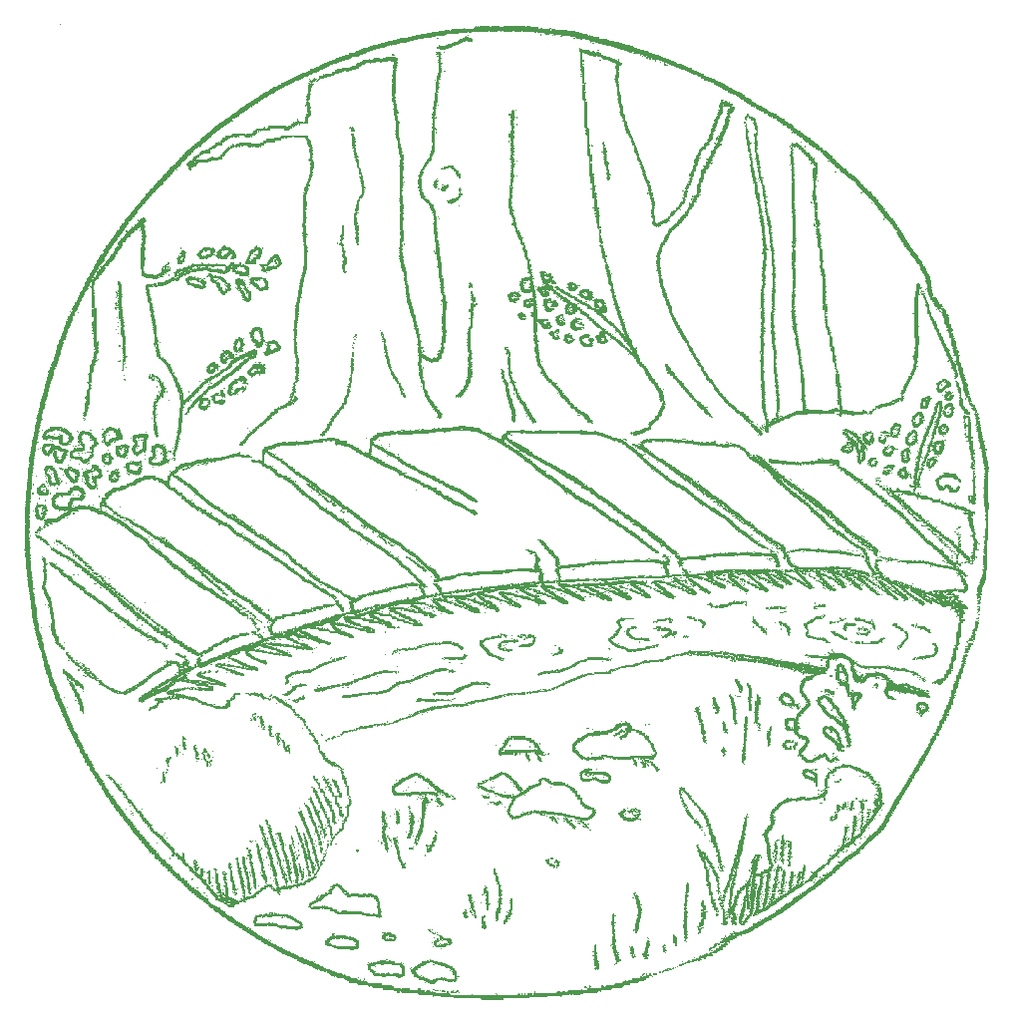
<source format=gbr>
%TF.GenerationSoftware,Altium Limited,Altium Designer,21.0.9 (235)*%
G04 Layer_Color=32896*
%FSLAX44Y44*%
%MOMM*%
%TF.SameCoordinates,5481C346-4989-4D35-A572-F3394CBA5BAB*%
%TF.FilePolarity,Positive*%
%TF.FileFunction,Legend,Bot*%
%TF.Part,Single*%
G01*
G75*
G36*
X-380967Y416488D02*
X-381318D01*
Y416138D01*
X-382018D01*
Y416488D01*
Y416838D01*
X-380967D01*
Y416488D01*
D02*
G37*
G36*
X17721Y414738D02*
Y414388D01*
X24372D01*
Y414038D01*
Y413688D01*
X24722D01*
Y413338D01*
X26472D01*
Y413688D01*
X26822D01*
Y414038D01*
X27172D01*
Y414388D01*
X27522D01*
Y414038D01*
X27872D01*
Y413688D01*
X28222D01*
Y413338D01*
X34173D01*
Y413688D01*
X35223D01*
Y413338D01*
Y412987D01*
Y412637D01*
X34523D01*
Y412287D01*
Y411937D01*
X34873D01*
Y411587D01*
X35223D01*
Y411937D01*
X35573D01*
Y412287D01*
Y412637D01*
X38723D01*
Y412287D01*
Y411937D01*
X39423D01*
Y411587D01*
X39773D01*
Y411937D01*
X49224D01*
Y411587D01*
X49574D01*
Y411237D01*
X49924D01*
Y410887D01*
X56225D01*
Y410537D01*
X56575D01*
Y410187D01*
X59375D01*
Y409837D01*
X59725D01*
Y409487D01*
X60075D01*
Y409137D01*
X61125D01*
Y409487D01*
X61825D01*
Y409137D01*
X62175D01*
Y408787D01*
X62526D01*
Y408437D01*
X66376D01*
Y408087D01*
Y407737D01*
X67076D01*
Y407387D01*
X67426D01*
Y407737D01*
X68826D01*
Y407387D01*
Y407037D01*
X69176D01*
Y406687D01*
X71276D01*
Y406337D01*
X71626D01*
Y405987D01*
X76527D01*
Y405637D01*
Y405287D01*
Y404937D01*
Y404587D01*
Y404237D01*
X83177D01*
Y403886D01*
Y403536D01*
X84578D01*
Y403186D01*
X84928D01*
Y402836D01*
X85278D01*
Y402486D01*
X89128D01*
Y402136D01*
Y401786D01*
X92978D01*
Y401436D01*
X93329D01*
Y401086D01*
X93679D01*
Y400736D01*
X94729D01*
Y401086D01*
X95429D01*
Y400736D01*
X95779D01*
Y400386D01*
X96129D01*
Y400036D01*
X98229D01*
Y399686D01*
X98579D01*
Y399336D01*
X98929D01*
Y398986D01*
X99279D01*
Y399336D01*
X102429D01*
Y398986D01*
Y398636D01*
X102779D01*
Y398286D01*
X104880D01*
Y397936D01*
X105230D01*
Y397586D01*
X105580D01*
Y397236D01*
X105930D01*
Y396886D01*
X106280D01*
Y396536D01*
X107330D01*
Y396886D01*
X108030D01*
Y396536D01*
X108380D01*
Y396186D01*
X108730D01*
Y395836D01*
X110830D01*
Y395486D01*
X111180D01*
Y395136D01*
X111530D01*
Y394786D01*
X111880D01*
Y395136D01*
X113981D01*
Y394786D01*
X114331D01*
Y394436D01*
X114681D01*
Y394086D01*
X117481D01*
Y393736D01*
X117831D01*
Y393386D01*
X118181D01*
Y393036D01*
X118531D01*
Y392685D01*
X118881D01*
Y392335D01*
X119931D01*
Y392685D01*
X120631D01*
Y392335D01*
X120981D01*
Y391985D01*
X121331D01*
Y391635D01*
X123431D01*
Y391285D01*
X123781D01*
Y390935D01*
X124131D01*
Y390585D01*
X124481D01*
Y390935D01*
X126582D01*
Y390585D01*
X126932D01*
Y390235D01*
X127282D01*
Y389885D01*
X128682D01*
Y389535D01*
Y389185D01*
X130082D01*
Y388835D01*
X130432D01*
Y388485D01*
X130782D01*
Y388135D01*
X131832D01*
Y388485D01*
X132182D01*
Y388135D01*
X132882D01*
Y387785D01*
Y387435D01*
X135332D01*
Y387085D01*
Y386735D01*
X136733D01*
Y386385D01*
X137083D01*
Y386035D01*
Y385685D01*
X139533D01*
Y385335D01*
Y384985D01*
X140933D01*
Y384635D01*
X141283D01*
Y384285D01*
X141633D01*
Y383935D01*
X142683D01*
Y383585D01*
X143033D01*
Y383235D01*
X146184D01*
Y382884D01*
Y382534D01*
X147584D01*
Y382184D01*
X147934D01*
Y381834D01*
X148284D01*
Y381484D01*
X149684D01*
Y381134D01*
Y380784D01*
X151084D01*
Y380434D01*
X151434D01*
Y380084D01*
X151784D01*
Y379734D01*
X153534D01*
Y380084D01*
X154234D01*
Y379734D01*
X154584D01*
Y379384D01*
Y379034D01*
Y378684D01*
Y378334D01*
X156685D01*
Y377984D01*
X157035D01*
Y377634D01*
X157385D01*
Y377284D01*
X159485D01*
Y376934D01*
X159835D01*
Y376584D01*
X160185D01*
Y376234D01*
X160535D01*
Y375884D01*
X160885D01*
Y375534D01*
X161935D01*
Y375884D01*
X162635D01*
Y375534D01*
X162985D01*
Y375184D01*
X163335D01*
Y374834D01*
X165436D01*
Y374484D01*
Y374134D01*
Y373784D01*
Y373434D01*
X165786D01*
Y373083D01*
X167186D01*
Y372733D01*
Y372383D01*
X169636D01*
Y372033D01*
Y371683D01*
X169986D01*
Y371333D01*
X171036D01*
Y371683D01*
X171736D01*
Y371333D01*
X172086D01*
Y370983D01*
X172436D01*
Y370633D01*
X173836D01*
Y370283D01*
X174186D01*
Y369933D01*
X175236D01*
Y369583D01*
X175586D01*
Y369233D01*
X175937D01*
Y368883D01*
X177337D01*
Y368533D01*
Y368183D01*
X179787D01*
Y367833D01*
Y367483D01*
X180137D01*
Y367133D01*
X180487D01*
Y366783D01*
X180837D01*
Y366433D01*
X182237D01*
Y366083D01*
X182587D01*
Y365733D01*
X183637D01*
Y365383D01*
X183987D01*
Y365033D01*
X184337D01*
Y364683D01*
X184687D01*
Y364333D01*
X185037D01*
Y363983D01*
X186437D01*
Y363633D01*
Y363283D01*
X186787D01*
Y362933D01*
X187838D01*
Y363283D01*
X188538D01*
Y362933D01*
X188888D01*
Y362583D01*
X189238D01*
Y362233D01*
X189588D01*
Y361883D01*
X189938D01*
Y361532D01*
X191338D01*
Y361182D01*
X191688D01*
Y360832D01*
Y360482D01*
X193088D01*
Y360132D01*
X193438D01*
Y359782D01*
X195538D01*
Y359432D01*
X195888D01*
Y359082D01*
X196238D01*
Y358732D01*
X196588D01*
Y358382D01*
X196938D01*
Y358032D01*
X198339D01*
Y357682D01*
Y357332D01*
X199739D01*
Y356982D01*
X200089D01*
Y356632D01*
Y356282D01*
Y355932D01*
Y355582D01*
X200439D01*
Y355232D01*
X200789D01*
Y354882D01*
X201139D01*
Y354532D01*
X202189D01*
Y354882D01*
X202889D01*
Y354532D01*
X203239D01*
Y354182D01*
X203589D01*
Y353832D01*
X204989D01*
Y353482D01*
Y353132D01*
X205689D01*
Y352782D01*
X206039D01*
Y352432D01*
Y352081D01*
Y351731D01*
Y351381D01*
X207440D01*
Y351031D01*
Y350681D01*
X207790D01*
Y350331D01*
X208490D01*
Y350681D01*
X208840D01*
Y350331D01*
X209190D01*
Y349981D01*
X209540D01*
Y349631D01*
X209890D01*
Y349281D01*
X210240D01*
Y348931D01*
X210590D01*
Y348581D01*
X210940D01*
Y348231D01*
X211290D01*
Y347881D01*
X214090D01*
Y347531D01*
X214440D01*
Y347181D01*
X214790D01*
Y346831D01*
X215140D01*
Y346481D01*
X215490D01*
Y346131D01*
X216891D01*
Y345781D01*
Y345431D01*
X218291D01*
Y345081D01*
X218641D01*
Y344731D01*
X218991D01*
Y344381D01*
X219341D01*
Y344031D01*
X219691D01*
Y343681D01*
X220041D01*
Y343331D01*
X220391D01*
Y342981D01*
X221791D01*
Y342631D01*
Y342281D01*
X222141D01*
Y341931D01*
X223191D01*
Y342281D01*
X223891D01*
Y341931D01*
X224241D01*
Y341581D01*
X224591D01*
Y341231D01*
X224941D01*
Y340880D01*
X225291D01*
Y340530D01*
X226691D01*
Y340180D01*
X227041D01*
Y339830D01*
Y339480D01*
X228442D01*
Y339130D01*
X228792D01*
Y338780D01*
X229142D01*
Y338430D01*
X229492D01*
Y338080D01*
X229842D01*
Y337730D01*
X230192D01*
Y338080D01*
X230542D01*
Y337730D01*
X230892D01*
Y337380D01*
X231242D01*
Y337030D01*
X231592D01*
Y336680D01*
X231942D01*
Y336330D01*
X233342D01*
Y335980D01*
X233692D01*
Y335630D01*
X234042D01*
Y335280D01*
X234392D01*
Y334930D01*
Y334580D01*
X235792D01*
Y334230D01*
X236142D01*
Y333880D01*
X236492D01*
Y333530D01*
X236842D01*
Y333180D01*
X237192D01*
Y332830D01*
X238593D01*
Y332480D01*
Y332130D01*
X239993D01*
Y331780D01*
X240343D01*
Y331429D01*
Y331079D01*
Y330729D01*
Y330379D01*
X241043D01*
Y330029D01*
Y329679D01*
X241393D01*
Y329329D01*
X242093D01*
Y328979D01*
Y328629D01*
X243493D01*
Y328279D01*
X243843D01*
Y327929D01*
X244193D01*
Y327579D01*
X244543D01*
Y327229D01*
X244893D01*
Y326879D01*
X245243D01*
Y326529D01*
X245593D01*
Y326179D01*
X246993D01*
Y325829D01*
Y325479D01*
X247343D01*
Y325129D01*
X248043D01*
Y325479D01*
X248393D01*
Y325129D01*
X248744D01*
Y324779D01*
X249094D01*
Y324429D01*
X249444D01*
Y324079D01*
X249794D01*
Y323729D01*
X250144D01*
Y323379D01*
X250494D01*
Y323029D01*
X250844D01*
Y322679D01*
X251194D01*
Y322329D01*
Y321979D01*
X252594D01*
Y321629D01*
X252944D01*
Y321278D01*
X253294D01*
Y320928D01*
X253644D01*
Y320578D01*
X253994D01*
Y320228D01*
X255394D01*
Y319878D01*
Y319528D01*
X256094D01*
Y319178D01*
Y318828D01*
X256444D01*
Y318478D01*
X257144D01*
Y318128D01*
Y317778D01*
X258545D01*
Y317428D01*
X258895D01*
Y317078D01*
Y316728D01*
Y316378D01*
Y316028D01*
X260295D01*
Y315678D01*
X260645D01*
Y315328D01*
X262045D01*
Y314978D01*
Y314628D01*
X262395D01*
Y314278D01*
X263095D01*
Y313928D01*
Y313578D01*
Y313228D01*
Y312878D01*
X263445D01*
Y312528D01*
X263795D01*
Y312878D01*
X264145D01*
Y312528D01*
X264495D01*
Y312178D01*
X264845D01*
Y311828D01*
X266245D01*
Y311478D01*
Y311127D01*
Y310777D01*
Y310427D01*
X266595D01*
Y310077D01*
X266945D01*
Y309727D01*
X267295D01*
Y309377D01*
X269396D01*
Y309027D01*
X269746D01*
Y308677D01*
Y308327D01*
Y307977D01*
Y307627D01*
X271146D01*
Y307277D01*
X271496D01*
Y306927D01*
Y306577D01*
Y306227D01*
Y305877D01*
X272896D01*
Y305527D01*
X273246D01*
Y305177D01*
X273946D01*
Y305527D01*
Y305877D01*
X274646D01*
Y305527D01*
X274996D01*
Y305177D01*
X274646D01*
Y304827D01*
Y304477D01*
Y304127D01*
Y303777D01*
Y303427D01*
Y303077D01*
Y302727D01*
X276046D01*
Y302377D01*
X276396D01*
Y302027D01*
X276746D01*
Y301677D01*
X277096D01*
Y301327D01*
X277446D01*
Y300977D01*
X277796D01*
Y300627D01*
X278146D01*
Y300277D01*
Y299926D01*
Y299576D01*
Y299226D01*
X279547D01*
Y298876D01*
X279897D01*
Y298526D01*
X280247D01*
Y298176D01*
X280597D01*
Y297826D01*
X280947D01*
Y297476D01*
X281297D01*
Y297126D01*
X281647D01*
Y296776D01*
X281997D01*
Y296426D01*
X282347D01*
Y296076D01*
X282697D01*
Y295726D01*
X283047D01*
Y295376D01*
X283397D01*
Y295026D01*
X283747D01*
Y294676D01*
X284097D01*
Y294326D01*
X285497D01*
Y293976D01*
X285847D01*
Y293626D01*
Y293276D01*
X286547D01*
Y292926D01*
Y292576D01*
X287247D01*
Y292226D01*
Y291876D01*
X287947D01*
Y291526D01*
X288297D01*
Y291176D01*
Y290826D01*
Y290476D01*
Y290126D01*
X289697D01*
Y289776D01*
X290048D01*
Y289425D01*
Y289075D01*
X291448D01*
Y288725D01*
X291798D01*
Y288375D01*
X293198D01*
Y288025D01*
Y287675D01*
X293548D01*
Y287325D01*
X293898D01*
Y286975D01*
X294248D01*
Y286625D01*
X294598D01*
Y286275D01*
X294948D01*
Y285925D01*
X295298D01*
Y285575D01*
X295648D01*
Y285225D01*
X295998D01*
Y284875D01*
X296348D01*
Y284525D01*
X296698D01*
Y284175D01*
X297048D01*
Y283825D01*
X297398D01*
Y283475D01*
X297748D01*
Y283125D01*
X298098D01*
Y282775D01*
X298448D01*
Y282425D01*
X298098D01*
Y282075D01*
X298448D01*
Y281725D01*
X298798D01*
Y281375D01*
X299148D01*
Y281025D01*
X299499D01*
Y280675D01*
X300899D01*
Y280325D01*
Y279974D01*
Y279625D01*
Y279274D01*
X301249D01*
Y278924D01*
X301599D01*
Y278574D01*
X301949D01*
Y278224D01*
X302299D01*
Y277874D01*
X302649D01*
Y277524D01*
X304049D01*
Y277174D01*
Y276824D01*
Y276474D01*
Y276124D01*
X304399D01*
Y275774D01*
X304749D01*
Y275424D01*
X305099D01*
Y275074D01*
X305449D01*
Y274724D01*
X306149D01*
Y275074D01*
X307199D01*
Y274724D01*
X307549D01*
Y274374D01*
Y274024D01*
Y273674D01*
Y273324D01*
X308249D01*
Y272974D01*
Y272624D01*
Y272274D01*
Y271924D01*
X308599D01*
Y271574D01*
X308949D01*
Y271224D01*
X309299D01*
Y270874D01*
X309650D01*
Y270524D01*
X310000D01*
Y270874D01*
X310350D01*
Y270524D01*
X310700D01*
Y270174D01*
X311050D01*
Y269823D01*
X311750D01*
Y269473D01*
Y269123D01*
Y268773D01*
Y268423D01*
X312100D01*
Y268073D01*
X313500D01*
Y267723D01*
Y267373D01*
Y267023D01*
Y266673D01*
Y266323D01*
Y265973D01*
Y265623D01*
X314200D01*
Y265273D01*
Y264923D01*
X314900D01*
Y264573D01*
Y264223D01*
X315250D01*
Y263873D01*
X315950D01*
Y263523D01*
Y263173D01*
X316650D01*
Y262823D01*
Y262473D01*
X317350D01*
Y262123D01*
X317700D01*
Y261773D01*
Y261423D01*
Y261073D01*
Y260723D01*
X319100D01*
Y260373D01*
Y260023D01*
Y259673D01*
X318400D01*
Y259322D01*
Y258972D01*
X319100D01*
Y258622D01*
X319450D01*
Y258272D01*
X319800D01*
Y257922D01*
X320150D01*
Y257572D01*
X320500D01*
Y257222D01*
X320850D01*
Y256872D01*
X321201D01*
Y256522D01*
X321551D01*
Y256172D01*
X321901D01*
Y255822D01*
X322251D01*
Y255472D01*
X322601D01*
Y255122D01*
Y254772D01*
Y254422D01*
Y254072D01*
X322951D01*
Y253722D01*
X323301D01*
Y253372D01*
X323651D01*
Y253022D01*
X324001D01*
Y252672D01*
X324351D01*
Y252322D01*
X325751D01*
Y251972D01*
X326101D01*
Y251622D01*
Y251272D01*
Y250922D01*
Y250572D01*
X326451D01*
Y250222D01*
X326801D01*
Y249872D01*
X327151D01*
Y249522D01*
X327501D01*
Y249172D01*
Y248822D01*
Y248471D01*
X327851D01*
Y248121D01*
X328201D01*
Y247771D01*
X328551D01*
Y247421D01*
X328901D01*
Y247071D01*
X329251D01*
Y246721D01*
Y246371D01*
Y246021D01*
Y245671D01*
Y245321D01*
Y244971D01*
X329601D01*
Y244621D01*
X331002D01*
Y244271D01*
Y243921D01*
Y243571D01*
Y243221D01*
X331352D01*
Y242871D01*
X331702D01*
Y242521D01*
X332052D01*
Y242171D01*
X332402D01*
Y241821D01*
X332752D01*
Y241471D01*
Y241121D01*
Y240771D01*
X333102D01*
Y240421D01*
X333452D01*
Y240071D01*
X333802D01*
Y239721D01*
X334152D01*
Y239371D01*
X334502D01*
Y239021D01*
Y238671D01*
Y238321D01*
Y237970D01*
X335202D01*
Y237620D01*
Y237270D01*
Y236920D01*
Y236570D01*
X335552D01*
Y236220D01*
X335902D01*
Y235870D01*
Y235520D01*
Y235170D01*
Y234820D01*
X336252D01*
Y234470D01*
X336952D01*
Y234120D01*
Y233770D01*
X337652D01*
Y233420D01*
Y233070D01*
Y232720D01*
Y232370D01*
X338002D01*
Y232020D01*
X338352D01*
Y231670D01*
X338702D01*
Y231320D01*
X339052D01*
Y230970D01*
X339402D01*
Y230620D01*
Y230270D01*
Y229920D01*
Y229570D01*
X340102D01*
Y229220D01*
Y228869D01*
Y228519D01*
Y228169D01*
X340452D01*
Y227819D01*
X340802D01*
Y227469D01*
X341152D01*
Y227119D01*
X341502D01*
Y226769D01*
X341853D01*
Y226419D01*
X342203D01*
Y226069D01*
X342903D01*
Y225719D01*
Y225369D01*
Y225019D01*
Y224669D01*
X343253D01*
Y224319D01*
X343603D01*
Y223969D01*
X343953D01*
Y223619D01*
X344303D01*
Y223269D01*
X344653D01*
Y222919D01*
X345003D01*
Y222569D01*
X345353D01*
Y222219D01*
X345703D01*
Y221869D01*
X346053D01*
Y221519D01*
Y221169D01*
Y220819D01*
Y220469D01*
X346753D01*
Y220119D01*
X347103D01*
Y219769D01*
Y219419D01*
Y219069D01*
Y218719D01*
X347453D01*
Y218368D01*
X347803D01*
Y218018D01*
Y217668D01*
Y217318D01*
Y216968D01*
X349203D01*
Y216618D01*
X349553D01*
Y216268D01*
X349903D01*
Y215918D01*
X350253D01*
Y215568D01*
Y215218D01*
Y214868D01*
Y214518D01*
Y214168D01*
Y213818D01*
X350603D01*
Y213468D01*
X351303D01*
Y213118D01*
Y212768D01*
Y212418D01*
Y212068D01*
X351654D01*
Y211718D01*
X352004D01*
Y211368D01*
X352354D01*
Y211018D01*
X352704D01*
Y210668D01*
X353054D01*
Y210318D01*
X353404D01*
Y209968D01*
X353754D01*
Y209618D01*
Y209268D01*
Y208918D01*
Y208568D01*
Y208218D01*
Y207868D01*
X354104D01*
Y207518D01*
X354454D01*
Y207167D01*
Y206817D01*
Y206467D01*
Y206117D01*
X355154D01*
Y205767D01*
X355504D01*
Y205417D01*
Y205067D01*
Y204717D01*
Y204367D01*
X356204D01*
Y204017D01*
Y203667D01*
Y203317D01*
Y202967D01*
X356554D01*
Y202617D01*
X356904D01*
Y202267D01*
X357254D01*
Y201917D01*
Y201567D01*
X356904D01*
Y201217D01*
Y200867D01*
Y200517D01*
X357254D01*
Y200167D01*
X357604D01*
Y199817D01*
X357954D01*
Y199467D01*
Y199117D01*
Y198767D01*
Y198417D01*
Y198067D01*
Y197717D01*
Y197367D01*
Y197017D01*
Y196666D01*
Y196316D01*
Y195966D01*
Y195616D01*
Y195266D01*
Y194916D01*
Y194566D01*
Y194216D01*
Y193866D01*
Y193516D01*
X358654D01*
Y193166D01*
Y192816D01*
X358304D01*
Y192466D01*
X357954D01*
Y192116D01*
Y191766D01*
X358654D01*
Y191416D01*
Y191066D01*
Y190716D01*
Y190366D01*
Y190016D01*
Y189666D01*
Y189316D01*
X359354D01*
Y188966D01*
X359704D01*
Y188616D01*
Y188266D01*
Y187916D01*
Y187565D01*
Y187215D01*
Y186866D01*
Y186516D01*
Y186165D01*
X359354D01*
Y185815D01*
X358654D01*
Y185465D01*
Y185115D01*
X360404D01*
Y185465D01*
Y185815D01*
X361104D01*
Y185465D01*
X361455D01*
Y185115D01*
X361805D01*
Y184765D01*
X362155D01*
Y184415D01*
X362505D01*
Y184065D01*
X362855D01*
Y183715D01*
X363205D01*
Y183365D01*
X363555D01*
Y183015D01*
X363905D01*
Y182665D01*
Y182315D01*
Y181965D01*
X363555D01*
Y181615D01*
X363905D01*
Y181265D01*
Y180915D01*
X364255D01*
Y180565D01*
X364605D01*
Y180215D01*
Y179865D01*
Y179515D01*
Y179165D01*
X367055D01*
Y178815D01*
Y178465D01*
Y178115D01*
Y177765D01*
X367405D01*
Y177415D01*
X368105D01*
Y177064D01*
X367755D01*
Y176714D01*
X366355D01*
Y176364D01*
Y176014D01*
Y175664D01*
X368805D01*
Y175314D01*
X369155D01*
Y174964D01*
X369505D01*
Y174614D01*
X369855D01*
Y174264D01*
X370205D01*
Y173914D01*
X370555D01*
Y173564D01*
Y173214D01*
Y172864D01*
Y172514D01*
X371255D01*
Y172164D01*
Y171814D01*
Y171464D01*
Y171114D01*
X371605D01*
Y170764D01*
X371955D01*
Y170414D01*
X372305D01*
Y170064D01*
X372656D01*
Y169714D01*
X373006D01*
Y169364D01*
X372656D01*
Y169014D01*
X372305D01*
Y168664D01*
Y168314D01*
X372656D01*
Y167964D01*
X373006D01*
Y167614D01*
Y167264D01*
Y166914D01*
Y166563D01*
Y166213D01*
Y165863D01*
X373356D01*
Y165513D01*
X373706D01*
Y165163D01*
X374056D01*
Y164813D01*
X373706D01*
Y164463D01*
Y164113D01*
Y163763D01*
Y163413D01*
Y163063D01*
Y162713D01*
X374056D01*
Y162363D01*
X374406D01*
Y162013D01*
X374756D01*
Y161663D01*
Y161313D01*
Y160963D01*
Y160613D01*
Y160263D01*
Y159913D01*
Y159563D01*
Y159213D01*
X375106D01*
Y158863D01*
X375456D01*
Y158513D01*
X375806D01*
Y158163D01*
X376156D01*
Y157813D01*
X376506D01*
Y157463D01*
Y157113D01*
Y156763D01*
Y156413D01*
Y156062D01*
X376156D01*
Y155712D01*
X375806D01*
Y155362D01*
X375456D01*
Y155012D01*
X375806D01*
Y154662D01*
X377206D01*
Y154312D01*
Y153962D01*
Y153612D01*
Y153262D01*
Y152912D01*
Y152562D01*
X377556D01*
Y152212D01*
X377906D01*
Y151862D01*
Y151512D01*
X377556D01*
Y151162D01*
X377206D01*
Y150812D01*
X377556D01*
Y150462D01*
X377906D01*
Y150112D01*
X378256D01*
Y149762D01*
Y149412D01*
X377906D01*
Y149062D01*
Y148712D01*
Y148362D01*
X378256D01*
Y148012D01*
X378956D01*
Y147662D01*
Y147312D01*
Y146962D01*
Y146612D01*
X379306D01*
Y146262D01*
X379656D01*
Y145912D01*
Y145562D01*
Y145211D01*
Y144861D01*
Y144511D01*
Y144161D01*
Y143811D01*
Y143461D01*
Y143111D01*
Y142761D01*
Y142411D01*
X380356D01*
Y142061D01*
X380706D01*
Y141711D01*
X380356D01*
Y141361D01*
X379656D01*
Y141011D01*
Y140661D01*
X380006D01*
Y140311D01*
X380706D01*
Y139961D01*
Y139611D01*
X381406D01*
Y139261D01*
X381756D01*
Y138911D01*
X382107D01*
Y138561D01*
Y138211D01*
Y137861D01*
X381406D01*
Y137511D01*
Y137161D01*
Y136811D01*
Y136461D01*
X382107D01*
Y136110D01*
Y135760D01*
X382457D01*
Y135410D01*
X382107D01*
Y135061D01*
Y134710D01*
Y134360D01*
Y134010D01*
Y133660D01*
Y133310D01*
Y132960D01*
Y132610D01*
Y132260D01*
Y131910D01*
Y131560D01*
Y131210D01*
Y130860D01*
Y130510D01*
Y130160D01*
Y129810D01*
X382807D01*
Y129460D01*
X383157D01*
Y129110D01*
Y128760D01*
Y128410D01*
Y128060D01*
X383857D01*
Y127710D01*
Y127360D01*
Y127010D01*
X383157D01*
Y126660D01*
Y126310D01*
X383507D01*
Y125960D01*
X383857D01*
Y125610D01*
X384207D01*
Y125260D01*
X384907D01*
Y124909D01*
Y124559D01*
Y124209D01*
Y123859D01*
Y123509D01*
Y123159D01*
Y122809D01*
Y122459D01*
Y122109D01*
X385257D01*
Y121759D01*
X385607D01*
Y121409D01*
Y121059D01*
Y120709D01*
Y120359D01*
Y120009D01*
Y119659D01*
X386307D01*
Y119309D01*
Y118959D01*
X386657D01*
Y118609D01*
X386307D01*
Y118259D01*
Y117909D01*
Y117559D01*
Y117209D01*
X387007D01*
Y116859D01*
X387357D01*
Y116509D01*
Y116159D01*
Y115809D01*
Y115458D01*
X388057D01*
Y115108D01*
Y114759D01*
Y114409D01*
X387357D01*
Y114759D01*
Y115108D01*
Y115458D01*
X386657D01*
Y115108D01*
X386307D01*
Y114759D01*
X386657D01*
Y114409D01*
X387357D01*
Y114058D01*
Y113708D01*
Y113358D01*
Y113008D01*
X387707D01*
Y112658D01*
X388057D01*
Y112308D01*
X388407D01*
Y111958D01*
X388757D01*
Y111608D01*
X389107D01*
Y111258D01*
Y110908D01*
Y110558D01*
Y110208D01*
Y109858D01*
Y109508D01*
Y109158D01*
Y108808D01*
X388757D01*
Y108458D01*
X389107D01*
Y108108D01*
Y107758D01*
X389807D01*
Y107408D01*
Y107058D01*
X389107D01*
Y106708D01*
Y106358D01*
Y106008D01*
X389807D01*
Y105658D01*
X390157D01*
Y105308D01*
X390507D01*
Y104958D01*
Y104607D01*
X390157D01*
Y104257D01*
X389807D01*
Y103907D01*
Y103557D01*
X390507D01*
Y103207D01*
X390857D01*
Y102857D01*
Y102507D01*
X390507D01*
Y102157D01*
X390157D01*
Y101807D01*
X389807D01*
Y101457D01*
Y101107D01*
X391207D01*
Y100757D01*
X391557D01*
Y100407D01*
Y100057D01*
Y99707D01*
Y99357D01*
X392257D01*
Y99007D01*
Y98657D01*
Y98307D01*
Y97957D01*
Y97607D01*
Y97257D01*
X392607D01*
Y96907D01*
X392958D01*
Y96557D01*
X393308D01*
Y96207D01*
X391557D01*
Y95857D01*
Y95507D01*
Y95157D01*
X392958D01*
Y94806D01*
X393308D01*
Y94457D01*
X393658D01*
Y94107D01*
X394008D01*
Y93757D01*
Y93406D01*
X394708D01*
Y93757D01*
Y94107D01*
X395058D01*
Y94457D01*
X395408D01*
Y94107D01*
X395758D01*
Y93757D01*
Y93406D01*
Y93056D01*
X395408D01*
Y92706D01*
X395058D01*
Y92356D01*
X394708D01*
Y92006D01*
X395058D01*
Y91656D01*
X395758D01*
Y91306D01*
Y90956D01*
X396458D01*
Y90606D01*
Y90256D01*
Y89906D01*
Y89556D01*
X397158D01*
Y89206D01*
X397508D01*
Y88856D01*
X397158D01*
Y88506D01*
X396808D01*
Y88156D01*
X396458D01*
Y87806D01*
X396808D01*
Y87456D01*
X397158D01*
Y87106D01*
X397508D01*
Y86756D01*
X398208D01*
Y86406D01*
X398558D01*
Y86056D01*
X398908D01*
Y85706D01*
Y85356D01*
Y85006D01*
X398208D01*
Y84656D01*
Y84305D01*
Y83955D01*
Y83605D01*
X398558D01*
Y83255D01*
X398908D01*
Y82905D01*
X399258D01*
Y82555D01*
X399958D01*
Y82205D01*
Y81855D01*
X399258D01*
Y81505D01*
X398908D01*
Y81155D01*
X398558D01*
Y80805D01*
X398208D01*
Y80455D01*
Y80105D01*
X398908D01*
Y80455D01*
X399258D01*
Y80805D01*
X399958D01*
Y80455D01*
Y80105D01*
Y79755D01*
Y79405D01*
Y79055D01*
Y78705D01*
Y78355D01*
Y78005D01*
Y77655D01*
Y77305D01*
Y76955D01*
X400308D01*
Y76605D01*
X400658D01*
Y76255D01*
Y75905D01*
X399958D01*
Y75555D01*
Y75205D01*
X400308D01*
Y74855D01*
X400658D01*
Y74505D01*
Y74155D01*
Y73804D01*
Y73454D01*
Y73105D01*
Y72754D01*
Y72404D01*
Y72054D01*
Y71704D01*
Y71354D01*
Y71004D01*
X401008D01*
Y70654D01*
X401708D01*
Y70304D01*
Y69954D01*
Y69604D01*
Y69254D01*
Y68904D01*
Y68554D01*
X401358D01*
Y68204D01*
X401708D01*
Y67854D01*
Y67504D01*
X402408D01*
Y67154D01*
Y66804D01*
X402058D01*
Y66454D01*
X401708D01*
Y66104D01*
Y65754D01*
X402408D01*
Y65404D01*
Y65054D01*
Y64704D01*
Y64354D01*
Y64004D01*
Y63653D01*
Y63303D01*
X404159D01*
Y62954D01*
Y62603D01*
X403809D01*
Y62253D01*
X403108D01*
Y61903D01*
Y61553D01*
Y61203D01*
Y60853D01*
Y60503D01*
Y60153D01*
X403459D01*
Y59803D01*
X404159D01*
Y59453D01*
Y59103D01*
Y58753D01*
Y58403D01*
Y58053D01*
Y57703D01*
Y57353D01*
Y57003D01*
Y56653D01*
X405559D01*
Y56303D01*
X405909D01*
Y55953D01*
Y55603D01*
Y55253D01*
X405559D01*
Y54903D01*
X404159D01*
Y54553D01*
Y54203D01*
X404509D01*
Y53853D01*
X404859D01*
Y53502D01*
Y53152D01*
Y52803D01*
Y52452D01*
Y52102D01*
Y51752D01*
Y51402D01*
Y51052D01*
Y50702D01*
Y50352D01*
Y50002D01*
X405209D01*
Y49652D01*
X405909D01*
Y49302D01*
Y48952D01*
Y48602D01*
Y48252D01*
Y47902D01*
Y47552D01*
X405559D01*
Y47202D01*
X405909D01*
Y46852D01*
Y46502D01*
X406609D01*
Y46152D01*
Y45802D01*
Y45452D01*
Y45102D01*
Y44752D01*
Y44402D01*
Y44052D01*
Y43702D01*
Y43352D01*
Y43001D01*
Y42652D01*
Y42302D01*
Y41951D01*
Y41601D01*
Y41251D01*
Y40901D01*
X406959D01*
Y40551D01*
X407309D01*
Y40201D01*
X407659D01*
Y39851D01*
Y39501D01*
X407309D01*
Y39151D01*
X406959D01*
Y38801D01*
X406609D01*
Y38451D01*
Y38101D01*
X407309D01*
Y37751D01*
Y37401D01*
Y37051D01*
X406609D01*
Y36701D01*
Y36351D01*
Y36001D01*
Y35651D01*
Y35301D01*
Y34951D01*
Y34601D01*
Y34251D01*
Y33901D01*
Y33551D01*
Y33201D01*
Y32850D01*
Y32501D01*
Y32150D01*
Y31800D01*
Y31450D01*
Y31100D01*
Y30750D01*
Y30400D01*
Y30050D01*
Y29700D01*
Y29350D01*
Y29000D01*
Y28650D01*
Y28300D01*
Y27950D01*
Y27600D01*
Y27250D01*
Y26900D01*
Y26550D01*
Y26200D01*
Y25850D01*
Y25500D01*
Y25150D01*
Y24800D01*
Y24450D01*
Y24100D01*
Y23750D01*
Y23400D01*
Y23050D01*
Y22700D01*
Y22350D01*
Y21999D01*
Y21649D01*
Y21299D01*
Y20949D01*
Y20599D01*
Y20249D01*
Y19899D01*
Y19549D01*
Y19199D01*
Y18849D01*
Y18499D01*
Y18149D01*
Y17799D01*
Y17449D01*
Y17099D01*
Y16749D01*
Y16399D01*
Y16049D01*
Y15699D01*
Y15349D01*
Y14999D01*
Y14649D01*
Y14299D01*
Y13949D01*
Y13599D01*
Y13249D01*
Y12899D01*
Y12549D01*
Y12198D01*
Y11848D01*
Y11499D01*
Y11148D01*
Y10798D01*
Y10448D01*
X407309D01*
Y10098D01*
Y9748D01*
X406959D01*
Y9398D01*
X406609D01*
Y9048D01*
Y8698D01*
X407309D01*
Y8348D01*
X407659D01*
Y7998D01*
Y7648D01*
X407309D01*
Y7298D01*
Y6948D01*
Y6598D01*
Y6248D01*
X407659D01*
Y5898D01*
X407309D01*
Y5548D01*
X406959D01*
Y5198D01*
X406609D01*
Y4848D01*
Y4498D01*
Y4148D01*
Y3798D01*
Y3448D01*
Y3098D01*
Y2748D01*
Y2398D01*
Y2048D01*
Y1698D01*
Y1347D01*
Y997D01*
Y647D01*
Y297D01*
Y-53D01*
Y-403D01*
Y-753D01*
Y-1103D01*
Y-1453D01*
Y-1803D01*
Y-2153D01*
Y-2503D01*
Y-2853D01*
Y-3203D01*
Y-3553D01*
Y-3903D01*
Y-4253D01*
Y-4603D01*
Y-4953D01*
Y-5303D01*
Y-5653D01*
Y-6003D01*
Y-6353D01*
Y-6703D01*
Y-7053D01*
Y-7403D01*
Y-7753D01*
Y-8103D01*
Y-8454D01*
Y-8803D01*
Y-9154D01*
Y-9504D01*
Y-9854D01*
Y-10204D01*
Y-10554D01*
Y-10904D01*
Y-11254D01*
Y-11604D01*
Y-11954D01*
Y-12304D01*
Y-12654D01*
Y-13004D01*
Y-13354D01*
Y-13704D01*
Y-14054D01*
Y-14404D01*
Y-14754D01*
Y-15104D01*
Y-15454D01*
Y-15804D01*
Y-16154D01*
Y-16504D01*
Y-16854D01*
Y-17204D01*
Y-17554D01*
Y-17904D01*
Y-18254D01*
Y-18604D01*
Y-18954D01*
Y-19304D01*
Y-19655D01*
Y-20005D01*
Y-20355D01*
Y-20705D01*
Y-21055D01*
Y-21405D01*
X406259D01*
Y-21755D01*
X405909D01*
Y-22105D01*
X405559D01*
Y-22455D01*
X405909D01*
Y-22805D01*
Y-23155D01*
Y-23505D01*
Y-23855D01*
Y-24205D01*
Y-24555D01*
Y-24905D01*
Y-25255D01*
Y-25605D01*
Y-25955D01*
Y-26305D01*
Y-26655D01*
Y-27005D01*
Y-27355D01*
Y-27705D01*
Y-28055D01*
Y-28405D01*
Y-28755D01*
Y-29106D01*
Y-29455D01*
Y-29806D01*
Y-30156D01*
Y-30506D01*
Y-30856D01*
Y-31206D01*
Y-31556D01*
Y-31906D01*
Y-32256D01*
Y-32606D01*
Y-32956D01*
Y-33306D01*
Y-33656D01*
Y-34006D01*
Y-34356D01*
Y-34706D01*
Y-35056D01*
Y-35406D01*
Y-35756D01*
Y-36106D01*
Y-36456D01*
Y-36806D01*
Y-37156D01*
Y-37506D01*
Y-37856D01*
Y-38206D01*
Y-38556D01*
Y-38906D01*
Y-39256D01*
Y-39606D01*
Y-39957D01*
Y-40307D01*
Y-40657D01*
Y-41007D01*
Y-41357D01*
Y-41707D01*
Y-42057D01*
Y-42407D01*
Y-42757D01*
Y-43107D01*
Y-43457D01*
Y-43807D01*
Y-44157D01*
Y-44507D01*
Y-44857D01*
Y-45207D01*
Y-45557D01*
Y-45907D01*
Y-46257D01*
X405559D01*
Y-46607D01*
X405209D01*
Y-46957D01*
X404859D01*
Y-47307D01*
Y-47657D01*
Y-48007D01*
Y-48357D01*
Y-48707D01*
Y-49057D01*
Y-49407D01*
Y-49757D01*
Y-50107D01*
Y-50458D01*
Y-50808D01*
Y-51158D01*
Y-51508D01*
Y-51858D01*
Y-52208D01*
Y-52558D01*
Y-52908D01*
Y-53258D01*
Y-53608D01*
Y-53958D01*
Y-54308D01*
Y-54658D01*
Y-55008D01*
X404509D01*
Y-55358D01*
X404159D01*
Y-55708D01*
Y-56058D01*
Y-56408D01*
Y-56758D01*
Y-57108D01*
Y-57458D01*
X403809D01*
Y-57808D01*
X403108D01*
Y-58158D01*
Y-58508D01*
Y-58858D01*
Y-59208D01*
X402758D01*
Y-59558D01*
X402408D01*
Y-59908D01*
Y-60258D01*
Y-60609D01*
Y-60959D01*
X401708D01*
Y-61309D01*
Y-61659D01*
X401358D01*
Y-62009D01*
X401708D01*
Y-62359D01*
Y-62709D01*
Y-63059D01*
Y-63409D01*
Y-63759D01*
Y-64109D01*
Y-64459D01*
Y-64809D01*
X401358D01*
Y-65159D01*
X399958D01*
Y-65509D01*
Y-65859D01*
X400308D01*
Y-66209D01*
X400658D01*
Y-66559D01*
X401008D01*
Y-66909D01*
X401358D01*
Y-67259D01*
X401708D01*
Y-67609D01*
X401358D01*
Y-67959D01*
X401008D01*
Y-67609D01*
X399958D01*
Y-67959D01*
Y-68309D01*
Y-68659D01*
X400658D01*
Y-69009D01*
Y-69359D01*
Y-69709D01*
Y-70059D01*
Y-70409D01*
Y-70760D01*
Y-71110D01*
Y-71460D01*
Y-71810D01*
X401358D01*
Y-72160D01*
X401708D01*
Y-72510D01*
Y-72860D01*
X401008D01*
Y-72510D01*
X400658D01*
Y-72160D01*
Y-71810D01*
X400308D01*
Y-72160D01*
X399958D01*
Y-72510D01*
X399608D01*
Y-72860D01*
X399958D01*
Y-73210D01*
Y-73560D01*
X400658D01*
Y-73910D01*
Y-74260D01*
X400308D01*
Y-74610D01*
X399958D01*
Y-74960D01*
Y-75310D01*
Y-75660D01*
Y-76010D01*
X397158D01*
Y-76360D01*
X396808D01*
Y-76010D01*
X396458D01*
Y-75660D01*
Y-75310D01*
X397158D01*
Y-74960D01*
X397508D01*
Y-74610D01*
X397858D01*
Y-74260D01*
X398208D01*
Y-73910D01*
Y-73560D01*
Y-73210D01*
Y-72860D01*
X397508D01*
Y-72510D01*
Y-72160D01*
Y-71810D01*
X398908D01*
Y-71460D01*
X399258D01*
Y-71110D01*
Y-70760D01*
Y-70409D01*
X398208D01*
Y-70760D01*
X397858D01*
Y-71110D01*
X397508D01*
Y-70760D01*
X397158D01*
Y-70409D01*
Y-70059D01*
X397508D01*
Y-69709D01*
Y-69359D01*
Y-69009D01*
Y-68659D01*
Y-68309D01*
Y-67959D01*
X396808D01*
Y-67609D01*
X396458D01*
Y-67259D01*
Y-66909D01*
X397158D01*
Y-66559D01*
X397508D01*
Y-66209D01*
X397858D01*
Y-65859D01*
X398208D01*
Y-65509D01*
Y-65159D01*
X397508D01*
Y-64809D01*
X397158D01*
Y-64459D01*
Y-64109D01*
X397508D01*
Y-63759D01*
Y-63409D01*
Y-63059D01*
Y-62709D01*
Y-62359D01*
Y-62009D01*
X397158D01*
Y-61659D01*
X397508D01*
Y-61309D01*
Y-60959D01*
X398208D01*
Y-60609D01*
Y-60258D01*
Y-59908D01*
Y-59558D01*
X398558D01*
Y-59208D01*
X398908D01*
Y-58858D01*
X399258D01*
Y-58508D01*
Y-58158D01*
X398908D01*
Y-57808D01*
Y-57458D01*
Y-57108D01*
X399258D01*
Y-56758D01*
X399958D01*
Y-56408D01*
Y-56058D01*
Y-55708D01*
Y-55358D01*
Y-55008D01*
Y-54658D01*
Y-54308D01*
X400658D01*
Y-53958D01*
Y-53608D01*
Y-53258D01*
Y-52908D01*
X401008D01*
Y-52558D01*
X401358D01*
Y-52208D01*
X401708D01*
Y-51858D01*
Y-51508D01*
Y-51158D01*
X401358D01*
Y-50808D01*
X401708D01*
Y-50458D01*
Y-50107D01*
X402408D01*
Y-49757D01*
Y-49407D01*
Y-49057D01*
Y-48707D01*
Y-48357D01*
Y-48007D01*
Y-47657D01*
Y-47307D01*
Y-46957D01*
X402058D01*
Y-46607D01*
X401708D01*
Y-46257D01*
Y-45907D01*
X403108D01*
Y-45557D01*
Y-45207D01*
X403459D01*
Y-44857D01*
X403108D01*
Y-44507D01*
X402758D01*
Y-44157D01*
X402408D01*
Y-43807D01*
Y-43457D01*
X403108D01*
Y-43107D01*
Y-42757D01*
Y-42407D01*
X402408D01*
Y-42057D01*
Y-41707D01*
Y-41357D01*
Y-41007D01*
Y-40657D01*
Y-40307D01*
Y-39957D01*
Y-39606D01*
Y-39256D01*
Y-38906D01*
Y-38556D01*
Y-38206D01*
Y-37856D01*
Y-37506D01*
Y-37156D01*
Y-36806D01*
Y-36456D01*
Y-36106D01*
Y-35756D01*
Y-35406D01*
Y-35056D01*
Y-34706D01*
Y-34356D01*
X402758D01*
Y-34006D01*
X403459D01*
Y-34356D01*
X403809D01*
Y-34006D01*
X404159D01*
Y-33656D01*
Y-33306D01*
X403459D01*
Y-32956D01*
X403108D01*
Y-32606D01*
Y-32256D01*
Y-31906D01*
X402758D01*
Y-31556D01*
X402408D01*
Y-31206D01*
Y-30856D01*
X403108D01*
Y-30506D01*
Y-30156D01*
Y-29806D01*
X402408D01*
Y-29455D01*
Y-29106D01*
X403108D01*
Y-28755D01*
Y-28405D01*
X403459D01*
Y-28055D01*
X403108D01*
Y-27705D01*
Y-27355D01*
Y-27005D01*
Y-26655D01*
Y-26305D01*
Y-25955D01*
X403809D01*
Y-25605D01*
X404159D01*
Y-25255D01*
Y-24905D01*
X403459D01*
Y-24555D01*
X403108D01*
Y-24205D01*
Y-23855D01*
Y-23505D01*
Y-23155D01*
Y-22805D01*
Y-22455D01*
Y-22105D01*
Y-21755D01*
X403459D01*
Y-21405D01*
X404159D01*
Y-21055D01*
Y-20705D01*
Y-20355D01*
Y-20005D01*
Y-19655D01*
Y-19304D01*
X403809D01*
Y-18954D01*
X402408D01*
Y-18604D01*
Y-18254D01*
X403809D01*
Y-17904D01*
X404159D01*
Y-17554D01*
Y-17204D01*
Y-16854D01*
Y-16504D01*
Y-16154D01*
Y-15804D01*
Y-15454D01*
Y-15104D01*
Y-14754D01*
Y-14404D01*
Y-14054D01*
Y-13704D01*
Y-13354D01*
Y-13004D01*
Y-12654D01*
Y-12304D01*
Y-11954D01*
Y-11604D01*
X404509D01*
Y-11254D01*
X404859D01*
Y-10904D01*
Y-10554D01*
Y-10204D01*
Y-9854D01*
Y-9504D01*
Y-9154D01*
Y-8803D01*
Y-8454D01*
Y-8103D01*
Y-7753D01*
Y-7403D01*
Y-7053D01*
Y-6703D01*
Y-6353D01*
Y-6003D01*
Y-5653D01*
Y-5303D01*
Y-4953D01*
X404509D01*
Y-4603D01*
X404159D01*
Y-4253D01*
Y-3903D01*
Y-3553D01*
Y-3203D01*
Y-2853D01*
Y-2503D01*
X404509D01*
Y-2153D01*
X404859D01*
Y-1803D01*
Y-1453D01*
X404509D01*
Y-1103D01*
X404159D01*
Y-753D01*
Y-403D01*
Y-53D01*
Y297D01*
Y647D01*
Y997D01*
X404859D01*
Y1347D01*
Y1698D01*
Y2048D01*
X404159D01*
Y2398D01*
Y2748D01*
Y3098D01*
Y3448D01*
Y3798D01*
Y4148D01*
Y4498D01*
Y4848D01*
Y5198D01*
Y5548D01*
Y5898D01*
Y6248D01*
Y6598D01*
Y6948D01*
X403459D01*
Y7298D01*
X403108D01*
Y7648D01*
Y7998D01*
Y8348D01*
Y8698D01*
X402408D01*
Y9048D01*
Y9398D01*
X402758D01*
Y9748D01*
X403108D01*
Y10098D01*
X403459D01*
Y10448D01*
X403108D01*
Y10798D01*
Y11148D01*
Y11499D01*
Y11848D01*
Y12198D01*
Y12549D01*
Y12899D01*
Y13249D01*
Y13599D01*
Y13949D01*
Y14299D01*
X403459D01*
Y14649D01*
Y14999D01*
X403108D01*
Y15349D01*
X402408D01*
Y15699D01*
Y16049D01*
X402758D01*
Y16399D01*
X403108D01*
Y16749D01*
Y17099D01*
X402408D01*
Y17449D01*
Y17799D01*
X402758D01*
Y18149D01*
X403108D01*
Y18499D01*
X403459D01*
Y18849D01*
X403108D01*
Y19199D01*
Y19549D01*
Y19899D01*
Y20249D01*
Y20599D01*
Y20949D01*
Y21299D01*
X403459D01*
Y21649D01*
X403108D01*
Y21999D01*
X402758D01*
Y22350D01*
X402408D01*
Y22700D01*
Y23050D01*
X403108D01*
Y23400D01*
X403459D01*
Y23750D01*
Y24100D01*
X403108D01*
Y24450D01*
Y24800D01*
Y25150D01*
Y25500D01*
Y25850D01*
Y26200D01*
Y26550D01*
Y26900D01*
Y27250D01*
Y27600D01*
Y27950D01*
Y28300D01*
Y28650D01*
Y29000D01*
Y29350D01*
Y29700D01*
Y30050D01*
Y30400D01*
Y30750D01*
Y31100D01*
X403459D01*
Y31450D01*
X404159D01*
Y31800D01*
Y32150D01*
X403459D01*
Y32501D01*
X403108D01*
Y32850D01*
X402758D01*
Y33201D01*
X402408D01*
Y33551D01*
Y33901D01*
X404159D01*
Y34251D01*
Y34601D01*
X402758D01*
Y34951D01*
X402408D01*
Y35301D01*
Y35651D01*
X404159D01*
Y36001D01*
Y36351D01*
Y36701D01*
Y37051D01*
Y37401D01*
Y37751D01*
Y38101D01*
Y38451D01*
Y38801D01*
X403459D01*
Y39151D01*
X403108D01*
Y39501D01*
Y39851D01*
Y40201D01*
X403459D01*
Y40551D01*
X403809D01*
Y40901D01*
X404159D01*
Y41251D01*
X403809D01*
Y41601D01*
X403459D01*
Y41951D01*
X403108D01*
Y42302D01*
Y42652D01*
Y43001D01*
X402758D01*
Y43352D01*
X402408D01*
Y43702D01*
Y44052D01*
Y44402D01*
Y44752D01*
Y45102D01*
Y45452D01*
Y45802D01*
Y46152D01*
Y46502D01*
Y46852D01*
Y47202D01*
Y47552D01*
Y47902D01*
Y48252D01*
Y48602D01*
Y48952D01*
X401708D01*
Y49302D01*
Y49652D01*
Y50002D01*
Y50352D01*
Y50702D01*
Y51052D01*
Y51402D01*
Y51752D01*
Y52102D01*
Y52452D01*
Y52803D01*
Y53152D01*
Y53502D01*
Y53853D01*
X401008D01*
Y54203D01*
X400658D01*
Y54553D01*
X401008D01*
Y54903D01*
X401358D01*
Y55253D01*
X401708D01*
Y55603D01*
X401358D01*
Y55953D01*
X400658D01*
Y56303D01*
Y56653D01*
X398908D01*
Y57003D01*
X399258D01*
Y57353D01*
X399608D01*
Y57703D01*
X399958D01*
Y58053D01*
Y58403D01*
Y58753D01*
Y59103D01*
Y59453D01*
Y59803D01*
Y60153D01*
Y60503D01*
X399608D01*
Y60853D01*
X399258D01*
Y61203D01*
X398908D01*
Y61553D01*
Y61903D01*
Y62253D01*
X399258D01*
Y62603D01*
X398908D01*
Y62954D01*
Y63303D01*
X398208D01*
Y63653D01*
Y64004D01*
X398908D01*
Y64354D01*
Y64704D01*
Y65054D01*
X398208D01*
Y65404D01*
Y65754D01*
Y66104D01*
Y66454D01*
Y66804D01*
Y67154D01*
Y67504D01*
Y67854D01*
Y68204D01*
Y68554D01*
Y68904D01*
Y69254D01*
Y69604D01*
Y69954D01*
Y70304D01*
Y70654D01*
X397858D01*
Y71004D01*
X397508D01*
Y70654D01*
X396808D01*
Y71004D01*
X396458D01*
Y71354D01*
X396808D01*
Y71704D01*
X397158D01*
Y72054D01*
X397508D01*
Y72404D01*
X396808D01*
Y72754D01*
X396458D01*
Y73105D01*
X396808D01*
Y73454D01*
X397508D01*
Y73804D01*
X397158D01*
Y74155D01*
X396808D01*
Y74505D01*
X396458D01*
Y74855D01*
X396808D01*
Y75205D01*
X397158D01*
Y75555D01*
X397508D01*
Y75905D01*
X398208D01*
Y76255D01*
Y76605D01*
X397858D01*
Y76955D01*
X397508D01*
Y76605D01*
X396808D01*
Y76255D01*
X396458D01*
Y75905D01*
X395758D01*
Y76255D01*
Y76605D01*
X396108D01*
Y76955D01*
X396458D01*
Y77305D01*
Y77655D01*
Y78005D01*
Y78355D01*
Y78705D01*
Y79055D01*
Y79405D01*
Y79755D01*
Y80105D01*
Y80455D01*
Y80805D01*
Y81155D01*
Y81505D01*
X396108D01*
Y81855D01*
X395758D01*
Y82205D01*
Y82555D01*
X396458D01*
Y82905D01*
Y83255D01*
Y83605D01*
X395758D01*
Y83955D01*
Y84305D01*
Y84656D01*
Y85006D01*
X395058D01*
Y85356D01*
X394708D01*
Y85706D01*
X395058D01*
Y86056D01*
X395408D01*
Y86406D01*
X395758D01*
Y86756D01*
Y87106D01*
Y87456D01*
Y87806D01*
Y88156D01*
X395408D01*
Y88506D01*
X394008D01*
Y88856D01*
Y89206D01*
X393658D01*
Y89556D01*
X393308D01*
Y89906D01*
X392607D01*
Y90256D01*
X392257D01*
Y90606D01*
Y90956D01*
X392958D01*
Y91306D01*
X393308D01*
Y91656D01*
X392958D01*
Y92006D01*
X392257D01*
Y92356D01*
Y92706D01*
X391557D01*
Y93056D01*
Y93406D01*
X390857D01*
Y93757D01*
X390507D01*
Y94107D01*
Y94457D01*
Y94806D01*
Y95157D01*
Y95507D01*
Y95857D01*
X390157D01*
Y96207D01*
X389807D01*
Y96557D01*
X389457D01*
Y96907D01*
X389107D01*
Y97257D01*
Y97607D01*
X388757D01*
Y97957D01*
X389107D01*
Y98307D01*
Y98657D01*
Y99007D01*
Y99357D01*
X388057D01*
Y99707D01*
Y100057D01*
Y100407D01*
Y100757D01*
Y101107D01*
X387357D01*
Y101457D01*
Y101807D01*
Y102157D01*
Y102507D01*
Y102857D01*
Y103207D01*
X387007D01*
Y103557D01*
X386657D01*
Y103907D01*
X386307D01*
Y104257D01*
Y104607D01*
Y104958D01*
Y105308D01*
X385607D01*
Y105658D01*
Y106008D01*
Y106358D01*
Y106708D01*
Y107058D01*
Y107408D01*
Y107758D01*
Y108108D01*
Y108458D01*
Y108808D01*
Y109158D01*
X385257D01*
Y109508D01*
X384907D01*
Y109858D01*
Y110208D01*
X385257D01*
Y110558D01*
X385607D01*
Y110908D01*
X385257D01*
Y111258D01*
X384907D01*
Y111608D01*
X384557D01*
Y111958D01*
X383857D01*
Y112308D01*
Y112658D01*
X384207D01*
Y113008D01*
X384907D01*
Y113358D01*
X384557D01*
Y113708D01*
X384207D01*
Y114058D01*
X383857D01*
Y114409D01*
X383507D01*
Y114759D01*
X383157D01*
Y115108D01*
Y115458D01*
Y115809D01*
Y116159D01*
X383857D01*
Y116509D01*
Y116859D01*
Y117209D01*
X383157D01*
Y116859D01*
X382457D01*
Y117209D01*
X382107D01*
Y117559D01*
X382457D01*
Y117909D01*
X382807D01*
Y118259D01*
X383157D01*
Y118609D01*
X382807D01*
Y118959D01*
X382457D01*
Y119309D01*
X382107D01*
Y119659D01*
X382457D01*
Y120009D01*
Y120359D01*
X382107D01*
Y120709D01*
Y121059D01*
Y121409D01*
Y121759D01*
Y122109D01*
X381406D01*
Y122459D01*
Y122809D01*
Y123159D01*
Y123509D01*
X381056D01*
Y123859D01*
X380706D01*
Y124209D01*
Y124559D01*
Y124909D01*
Y125260D01*
Y125610D01*
X380356D01*
Y125960D01*
X380706D01*
Y126310D01*
X381406D01*
Y126660D01*
Y127010D01*
X380006D01*
Y127360D01*
X379656D01*
Y127710D01*
Y128060D01*
Y128410D01*
Y128760D01*
Y129110D01*
Y129460D01*
Y129810D01*
Y130160D01*
Y130510D01*
Y130860D01*
Y131210D01*
Y131560D01*
Y131910D01*
X379306D01*
Y132260D01*
X378956D01*
Y132610D01*
Y132960D01*
Y133310D01*
Y133660D01*
Y134010D01*
Y134360D01*
Y134710D01*
Y135061D01*
Y135410D01*
X377206D01*
Y135760D01*
Y136110D01*
X377556D01*
Y136461D01*
X377906D01*
Y136811D01*
Y137161D01*
X377556D01*
Y137511D01*
X377206D01*
Y137861D01*
Y138211D01*
Y138561D01*
Y138911D01*
Y139261D01*
Y139611D01*
Y139961D01*
Y140311D01*
X376856D01*
Y140661D01*
X376506D01*
Y141011D01*
X376156D01*
Y141361D01*
Y141711D01*
X376506D01*
Y142061D01*
Y142411D01*
Y142761D01*
X376156D01*
Y143111D01*
X375806D01*
Y143461D01*
X375456D01*
Y143811D01*
Y144161D01*
Y144511D01*
Y144861D01*
Y145211D01*
Y145562D01*
Y145912D01*
Y146262D01*
Y146612D01*
Y146962D01*
X375106D01*
Y147312D01*
X374756D01*
Y147662D01*
Y148012D01*
X375456D01*
Y148362D01*
Y148712D01*
Y149062D01*
X374756D01*
Y149412D01*
Y149762D01*
Y150112D01*
Y150462D01*
X374406D01*
Y150812D01*
X373706D01*
Y151162D01*
Y151512D01*
Y151862D01*
X374056D01*
Y152212D01*
Y152562D01*
X373706D01*
Y152912D01*
Y153262D01*
X373006D01*
Y153612D01*
Y153962D01*
Y154312D01*
Y154662D01*
X372656D01*
Y155012D01*
X372305D01*
Y155362D01*
Y155712D01*
Y156062D01*
X371955D01*
Y156413D01*
X371605D01*
Y156763D01*
X371255D01*
Y157113D01*
X371605D01*
Y157463D01*
X371955D01*
Y157813D01*
X372305D01*
Y158163D01*
Y158513D01*
Y158863D01*
X370905D01*
Y159213D01*
X370555D01*
Y159563D01*
Y159913D01*
Y160263D01*
Y160613D01*
Y160963D01*
Y161313D01*
X370205D01*
Y161663D01*
X369855D01*
Y162013D01*
X369505D01*
Y162363D01*
X369155D01*
Y162713D01*
X368805D01*
Y163063D01*
Y163413D01*
Y163763D01*
X369155D01*
Y164113D01*
X369505D01*
Y164463D01*
Y164813D01*
X369155D01*
Y165163D01*
X368805D01*
Y165513D01*
Y165863D01*
Y166213D01*
X369155D01*
Y166563D01*
X369505D01*
Y166914D01*
Y167264D01*
Y167614D01*
X368805D01*
Y167264D01*
X368105D01*
Y167614D01*
Y167964D01*
Y168314D01*
Y168664D01*
X367755D01*
Y169014D01*
X367405D01*
Y169364D01*
X367055D01*
Y169714D01*
Y170064D01*
Y170414D01*
X367405D01*
Y170764D01*
X367055D01*
Y171114D01*
Y171464D01*
X366705D01*
Y171814D01*
X366355D01*
Y172164D01*
X366005D01*
Y172514D01*
X365305D01*
Y172864D01*
Y173214D01*
X364955D01*
Y173564D01*
X364605D01*
Y173914D01*
X364255D01*
Y174264D01*
X363905D01*
Y174614D01*
X363555D01*
Y174964D01*
X362855D01*
Y175314D01*
Y175664D01*
Y176014D01*
Y176364D01*
X362505D01*
Y176714D01*
X362155D01*
Y177064D01*
X361805D01*
Y177415D01*
X361455D01*
Y177765D01*
X361104D01*
Y178115D01*
Y178465D01*
Y178815D01*
Y179165D01*
X359704D01*
Y179515D01*
Y179865D01*
X360054D01*
Y180215D01*
X360404D01*
Y180565D01*
Y180915D01*
X359704D01*
Y181265D01*
X359354D01*
Y181615D01*
X359004D01*
Y181965D01*
X358654D01*
Y182315D01*
X358304D01*
Y182665D01*
X357954D01*
Y183015D01*
X357604D01*
Y183365D01*
X357254D01*
Y183715D01*
X356904D01*
Y184065D01*
Y184415D01*
Y184765D01*
Y185115D01*
X356204D01*
Y185465D01*
Y185815D01*
Y186165D01*
Y186516D01*
X355854D01*
Y186866D01*
X355504D01*
Y187215D01*
Y187565D01*
Y187916D01*
Y188266D01*
Y188616D01*
Y188966D01*
Y189316D01*
Y189666D01*
X355154D01*
Y190016D01*
X354454D01*
Y190366D01*
Y190716D01*
X354804D01*
Y191066D01*
X355154D01*
Y191416D01*
Y191766D01*
X354104D01*
Y191416D01*
X353754D01*
Y191066D01*
X353404D01*
Y190716D01*
X353054D01*
Y191066D01*
X352704D01*
Y191416D01*
Y191766D01*
X353404D01*
Y192116D01*
X353754D01*
Y192466D01*
X354104D01*
Y192816D01*
X354804D01*
Y192466D01*
X355154D01*
Y192816D01*
X355504D01*
Y193166D01*
X355154D01*
Y193516D01*
X354804D01*
Y193866D01*
X354454D01*
Y194216D01*
Y194566D01*
Y194916D01*
Y195266D01*
Y195616D01*
Y195966D01*
X353754D01*
Y196316D01*
Y196666D01*
Y197017D01*
Y197367D01*
Y197717D01*
Y198067D01*
X353404D01*
Y198417D01*
X353054D01*
Y198767D01*
X352704D01*
Y199117D01*
X353054D01*
Y199467D01*
X353754D01*
Y199817D01*
Y200167D01*
X353054D01*
Y200517D01*
X352704D01*
Y200867D01*
Y201217D01*
Y201567D01*
X353054D01*
Y201917D01*
Y202267D01*
X352704D01*
Y202617D01*
X352354D01*
Y202967D01*
X352004D01*
Y203317D01*
Y203667D01*
Y204017D01*
Y204367D01*
X351303D01*
Y204717D01*
Y205067D01*
Y205417D01*
Y205767D01*
X350953D01*
Y206117D01*
X350603D01*
Y206467D01*
X350253D01*
Y206817D01*
X349903D01*
Y207167D01*
X349553D01*
Y207518D01*
Y207868D01*
Y208218D01*
X349203D01*
Y208568D01*
X348853D01*
Y208918D01*
X348503D01*
Y209268D01*
Y209618D01*
Y209968D01*
X348853D01*
Y210318D01*
Y210668D01*
X348503D01*
Y211018D01*
X348153D01*
Y211368D01*
X347803D01*
Y211718D01*
Y212068D01*
Y212418D01*
Y212768D01*
X347103D01*
Y213118D01*
X346753D01*
Y213468D01*
X346403D01*
Y213818D01*
X346053D01*
Y214168D01*
X345703D01*
Y214518D01*
X345353D01*
Y214868D01*
Y215218D01*
Y215568D01*
Y215918D01*
X345003D01*
Y216268D01*
X344653D01*
Y216618D01*
X344303D01*
Y216968D01*
Y217318D01*
Y217668D01*
X343953D01*
Y218018D01*
X343603D01*
Y218368D01*
X343253D01*
Y218719D01*
X342903D01*
Y219069D01*
X342553D01*
Y219419D01*
X342203D01*
Y219769D01*
X341853D01*
Y220119D01*
X341502D01*
Y220469D01*
X341152D01*
Y220819D01*
X340802D01*
Y221169D01*
X340452D01*
Y221519D01*
X340102D01*
Y221869D01*
Y222219D01*
Y222569D01*
Y222919D01*
X339402D01*
Y223269D01*
Y223619D01*
Y223969D01*
Y224319D01*
X339052D01*
Y224669D01*
X337652D01*
Y225019D01*
Y225369D01*
Y225719D01*
Y226069D01*
X337302D01*
Y226419D01*
X336952D01*
Y226769D01*
X336602D01*
Y227119D01*
X336252D01*
Y227469D01*
X335902D01*
Y227819D01*
X335552D01*
Y228169D01*
X335202D01*
Y228519D01*
Y228869D01*
Y229220D01*
Y229570D01*
X334502D01*
Y229920D01*
Y230270D01*
Y230620D01*
Y230970D01*
Y231320D01*
Y231670D01*
X334152D01*
Y232020D01*
X332752D01*
Y232370D01*
Y232720D01*
Y233070D01*
Y233420D01*
X332402D01*
Y233770D01*
X332052D01*
Y234120D01*
X331702D01*
Y234470D01*
Y234820D01*
Y235170D01*
Y235520D01*
X331002D01*
Y235870D01*
Y236220D01*
X330302D01*
Y236570D01*
Y236920D01*
X329951D01*
Y237270D01*
X329251D01*
Y237620D01*
Y237970D01*
Y238321D01*
Y238671D01*
Y239021D01*
Y239371D01*
X328901D01*
Y239721D01*
X328551D01*
Y240071D01*
Y240421D01*
X329251D01*
Y240771D01*
Y241121D01*
Y241471D01*
X327501D01*
Y241821D01*
Y242171D01*
X327851D01*
Y242521D01*
X327501D01*
Y242871D01*
X327151D01*
Y243221D01*
X326801D01*
Y243571D01*
X326451D01*
Y243921D01*
X326101D01*
Y244271D01*
Y244621D01*
Y244971D01*
Y245321D01*
X325751D01*
Y245671D01*
X325051D01*
Y246021D01*
Y246371D01*
Y246721D01*
Y247071D01*
X323651D01*
Y247421D01*
X323301D01*
Y247771D01*
Y248121D01*
X323651D01*
Y248471D01*
X323301D01*
Y248822D01*
X322951D01*
Y249172D01*
X322601D01*
Y249522D01*
X322251D01*
Y249872D01*
X321901D01*
Y250222D01*
X321551D01*
Y250572D01*
X321201D01*
Y250922D01*
X320850D01*
Y251272D01*
X320500D01*
Y251622D01*
X320150D01*
Y251972D01*
X319800D01*
Y252322D01*
X318750D01*
Y251972D01*
X318400D01*
Y251622D01*
Y251272D01*
Y250922D01*
Y250572D01*
X317700D01*
Y250922D01*
X317350D01*
Y251272D01*
Y251622D01*
Y251972D01*
X317700D01*
Y252322D01*
X318400D01*
Y252672D01*
Y253022D01*
Y253372D01*
Y253722D01*
X318050D01*
Y254072D01*
X317700D01*
Y254422D01*
Y254772D01*
Y255122D01*
Y255472D01*
X317000D01*
Y255822D01*
X316650D01*
Y256172D01*
X316300D01*
Y256522D01*
X315950D01*
Y256872D01*
X315600D01*
Y257222D01*
X315250D01*
Y257572D01*
X314900D01*
Y257922D01*
Y258272D01*
Y258622D01*
Y258972D01*
X313500D01*
Y259322D01*
Y259673D01*
Y260023D01*
Y260373D01*
X313150D01*
Y260723D01*
X312450D01*
Y261073D01*
Y261423D01*
Y261773D01*
Y262123D01*
X312100D01*
Y262473D01*
X311750D01*
Y262823D01*
X311400D01*
Y263173D01*
X311050D01*
Y263523D01*
X310700D01*
Y263873D01*
X310350D01*
Y264223D01*
X310000D01*
Y264573D01*
Y264923D01*
Y265273D01*
Y265623D01*
X309299D01*
Y265973D01*
Y266323D01*
X308949D01*
Y266673D01*
X308249D01*
Y267023D01*
Y267373D01*
X307549D01*
Y267723D01*
Y268073D01*
X306849D01*
Y268423D01*
X306499D01*
Y268773D01*
Y269123D01*
X305099D01*
Y269473D01*
Y269823D01*
Y270174D01*
Y270524D01*
X304749D01*
Y270874D01*
X304049D01*
Y271224D01*
Y271574D01*
X303349D01*
Y271924D01*
Y272274D01*
X302649D01*
Y272624D01*
X302299D01*
Y272974D01*
Y273324D01*
X301599D01*
Y273674D01*
Y274024D01*
X299848D01*
Y274374D01*
Y274724D01*
Y275074D01*
Y275424D01*
Y275774D01*
X299148D01*
Y276124D01*
Y276474D01*
X298448D01*
Y276824D01*
X298098D01*
Y277174D01*
Y277524D01*
X297398D01*
Y277874D01*
Y278224D01*
X296698D01*
Y278574D01*
Y278924D01*
X296348D01*
Y279274D01*
X295648D01*
Y279625D01*
Y279974D01*
X294948D01*
Y280325D01*
Y280675D01*
Y281025D01*
Y281375D01*
X294598D01*
Y281725D01*
X294248D01*
Y282075D01*
X293898D01*
Y282425D01*
Y282775D01*
Y283125D01*
X293548D01*
Y283475D01*
X293198D01*
Y283125D01*
X292848D01*
Y283475D01*
X292498D01*
Y283825D01*
X292148D01*
Y284175D01*
X290748D01*
Y284525D01*
Y284875D01*
X290048D01*
Y285225D01*
X289697D01*
Y285575D01*
Y285925D01*
X288297D01*
Y286275D01*
X287947D01*
Y286625D01*
X287597D01*
Y286975D01*
X287247D01*
Y287325D01*
X286897D01*
Y287675D01*
X286547D01*
Y288025D01*
X286197D01*
Y288375D01*
X285847D01*
Y288725D01*
X285497D01*
Y289075D01*
X284097D01*
Y289425D01*
Y289776D01*
X283747D01*
Y290126D01*
X283397D01*
Y290476D01*
X283047D01*
Y290826D01*
X281647D01*
Y291176D01*
X281297D01*
Y291526D01*
Y291876D01*
X281647D01*
Y292226D01*
X281297D01*
Y292576D01*
X279897D01*
Y292926D01*
Y293276D01*
Y293626D01*
Y293976D01*
X279547D01*
Y294326D01*
X278146D01*
Y294676D01*
X277796D01*
Y295026D01*
X277446D01*
Y295376D01*
X277096D01*
Y295726D01*
X276746D01*
Y296076D01*
X276396D01*
Y296426D01*
Y296776D01*
Y297126D01*
Y297476D01*
X274996D01*
Y297826D01*
X274646D01*
Y298176D01*
X274296D01*
Y298526D01*
X273946D01*
Y298876D01*
X273596D01*
Y299226D01*
X273246D01*
Y299576D01*
X272896D01*
Y299926D01*
X272546D01*
Y300277D01*
X272196D01*
Y300627D01*
Y300977D01*
X271496D01*
Y301327D01*
Y301677D01*
X271146D01*
Y302027D01*
X270446D01*
Y302377D01*
X270096D01*
Y302727D01*
X269746D01*
Y303077D01*
X269396D01*
Y303427D01*
X269046D01*
Y303777D01*
X268696D01*
Y304127D01*
X268346D01*
Y304477D01*
X267995D01*
Y304827D01*
X267645D01*
Y305177D01*
X267295D01*
Y305527D01*
X266945D01*
Y305877D01*
X266595D01*
Y306227D01*
X266245D01*
Y306577D01*
X265895D01*
Y306927D01*
X265545D01*
Y307277D01*
Y307627D01*
X263795D01*
Y307977D01*
Y308327D01*
Y308677D01*
Y309027D01*
Y309377D01*
X262395D01*
Y309727D01*
X262045D01*
Y310077D01*
X260645D01*
Y310427D01*
X260295D01*
Y310777D01*
Y311127D01*
X259595D01*
Y311478D01*
Y311828D01*
X258195D01*
Y312178D01*
X257844D01*
Y312528D01*
X257494D01*
Y312878D01*
X257144D01*
Y313228D01*
X256794D01*
Y313578D01*
X256444D01*
Y313928D01*
X256094D01*
Y314278D01*
X254694D01*
Y314628D01*
Y314978D01*
X254344D01*
Y315328D01*
X253994D01*
Y315678D01*
X253644D01*
Y316028D01*
X252244D01*
Y316378D01*
X251894D01*
Y316728D01*
X251544D01*
Y317078D01*
X251194D01*
Y317428D01*
X250844D01*
Y317778D01*
X250494D01*
Y318128D01*
X250144D01*
Y318478D01*
X249794D01*
Y318828D01*
X249444D01*
Y319178D01*
X249094D01*
Y319528D01*
X248744D01*
Y319878D01*
Y320228D01*
X247343D01*
Y320578D01*
X246993D01*
Y320928D01*
X246643D01*
Y321278D01*
X246293D01*
Y321629D01*
X245943D01*
Y321979D01*
X245593D01*
Y322329D01*
X245243D01*
Y322679D01*
X243843D01*
Y323029D01*
Y323379D01*
X243493D01*
Y323729D01*
X242793D01*
Y324079D01*
Y324429D01*
X241393D01*
Y324779D01*
X241043D01*
Y325129D01*
X240693D01*
Y325479D01*
X240343D01*
Y325829D01*
Y326179D01*
X239643D01*
Y326529D01*
X239293D01*
Y326879D01*
X238943D01*
Y327229D01*
X238593D01*
Y327579D01*
Y327929D01*
Y328279D01*
Y328629D01*
X236142D01*
Y328979D01*
Y329329D01*
X235792D01*
Y329679D01*
X235442D01*
Y330029D01*
X235092D01*
Y330379D01*
X233692D01*
Y330729D01*
Y331079D01*
X232292D01*
Y331429D01*
X231942D01*
Y331780D01*
X231592D01*
Y332130D01*
X231242D01*
Y332480D01*
X230892D01*
Y332830D01*
X230542D01*
Y333180D01*
X230192D01*
Y333530D01*
X229842D01*
Y333880D01*
X228442D01*
Y334230D01*
Y334580D01*
X227742D01*
Y334930D01*
Y335280D01*
X227041D01*
Y335630D01*
Y335980D01*
Y336330D01*
Y336680D01*
Y337030D01*
X225991D01*
Y336680D01*
Y336330D01*
X225291D01*
Y336680D01*
X224941D01*
Y337030D01*
X223541D01*
Y337380D01*
Y337730D01*
X223191D01*
Y338080D01*
X222841D01*
Y337730D01*
X222141D01*
Y338080D01*
X221791D01*
Y338430D01*
Y338780D01*
X220391D01*
Y339130D01*
X220041D01*
Y339480D01*
X219691D01*
Y339830D01*
X219341D01*
Y340180D01*
X218991D01*
Y340530D01*
X218641D01*
Y340880D01*
X218291D01*
Y341231D01*
X216190D01*
Y341581D01*
X215840D01*
Y341931D01*
Y342281D01*
Y342631D01*
Y342981D01*
X213390D01*
Y343331D01*
Y343681D01*
X211990D01*
Y344031D01*
X211640D01*
Y344381D01*
Y344731D01*
X210240D01*
Y345081D01*
X209890D01*
Y345431D01*
X209540D01*
Y345781D01*
X209190D01*
Y346131D01*
X208840D01*
Y346481D01*
X208490D01*
Y346131D01*
X207790D01*
Y346481D01*
X207440D01*
Y346831D01*
Y347181D01*
X205339D01*
Y347531D01*
X204989D01*
Y347881D01*
X204639D01*
Y348231D01*
X204289D01*
Y348581D01*
X203939D01*
Y348931D01*
X203589D01*
Y349281D01*
X203239D01*
Y349631D01*
X201139D01*
Y349981D01*
X200789D01*
Y350331D01*
Y350681D01*
Y351031D01*
Y351381D01*
X199389D01*
Y351731D01*
X199039D01*
Y352081D01*
X198689D01*
Y352432D01*
X198339D01*
Y352782D01*
X197989D01*
Y353132D01*
X196588D01*
Y353482D01*
Y353832D01*
X195888D01*
Y354182D01*
Y354532D01*
X195188D01*
Y354882D01*
X194838D01*
Y355232D01*
Y355582D01*
X192738D01*
Y355932D01*
X192388D01*
Y356282D01*
X192038D01*
Y356632D01*
X191688D01*
Y356982D01*
X191338D01*
Y357332D01*
X189938D01*
Y357682D01*
Y358032D01*
X187488D01*
Y358382D01*
Y358732D01*
X186087D01*
Y359082D01*
X185737D01*
Y359432D01*
X185387D01*
Y359782D01*
X185037D01*
Y360132D01*
X184687D01*
Y360482D01*
X183287D01*
Y360832D01*
Y361182D01*
X182937D01*
Y361532D01*
X181537D01*
Y361883D01*
Y362233D01*
X180137D01*
Y362583D01*
X179787D01*
Y362933D01*
X179437D01*
Y363283D01*
X179087D01*
Y363633D01*
X178737D01*
Y363983D01*
X177337D01*
Y364333D01*
Y364683D01*
X174886D01*
Y365033D01*
Y365383D01*
X174536D01*
Y365733D01*
X173836D01*
Y366083D01*
Y366433D01*
Y366783D01*
Y367133D01*
X173486D01*
Y367483D01*
X173136D01*
Y367133D01*
X171036D01*
Y367483D01*
X170686D01*
Y367833D01*
X170336D01*
Y368183D01*
X168236D01*
Y368533D01*
X167886D01*
Y368883D01*
X165786D01*
Y369233D01*
X165436D01*
Y369583D01*
X165085D01*
Y369933D01*
X164735D01*
Y370283D01*
Y370633D01*
X163335D01*
Y370983D01*
X162985D01*
Y371333D01*
X162635D01*
Y371683D01*
X162285D01*
Y372033D01*
X161935D01*
Y372383D01*
X159835D01*
Y372733D01*
X159485D01*
Y373083D01*
X159135D01*
Y373434D01*
X158785D01*
Y373784D01*
X158435D01*
Y374134D01*
X155634D01*
Y374484D01*
X155285D01*
Y374834D01*
X153884D01*
Y375184D01*
Y375534D01*
X152484D01*
Y375884D01*
X152134D01*
Y376234D01*
X151784D01*
Y376584D01*
X150384D01*
Y376934D01*
Y377284D01*
X148984D01*
Y377634D01*
X148634D01*
Y377984D01*
X148284D01*
Y378334D01*
X145484D01*
Y378684D01*
X145133D01*
Y379034D01*
X143733D01*
Y379384D01*
Y379734D01*
X143033D01*
Y380084D01*
X142683D01*
Y379734D01*
X141633D01*
Y380084D01*
X141283D01*
Y380434D01*
X140933D01*
Y380784D01*
X139533D01*
Y381134D01*
Y381484D01*
X137083D01*
Y381834D01*
Y382184D01*
X136733D01*
Y382534D01*
X135332D01*
Y382884D01*
Y383235D01*
X133932D01*
Y383585D01*
X133582D01*
Y383935D01*
X133232D01*
Y384285D01*
X132182D01*
Y383935D01*
Y383585D01*
Y383235D01*
X132532D01*
Y382884D01*
X132882D01*
Y382534D01*
X134282D01*
Y382184D01*
X134633D01*
Y381834D01*
X134282D01*
Y381484D01*
X131482D01*
Y381834D01*
X131132D01*
Y382184D01*
Y382534D01*
Y382884D01*
Y383235D01*
Y383585D01*
Y383935D01*
Y384285D01*
Y384635D01*
Y384985D01*
X129732D01*
Y385335D01*
X129382D01*
Y385685D01*
X128682D01*
Y386035D01*
X128332D01*
Y385685D01*
X127282D01*
Y386035D01*
X126932D01*
Y386385D01*
X126582D01*
Y386735D01*
X124832D01*
Y386385D01*
X124481D01*
Y386035D01*
Y385685D01*
Y385335D01*
Y384985D01*
X123431D01*
Y385335D01*
Y385685D01*
Y386035D01*
Y386385D01*
X123081D01*
Y386735D01*
X122031D01*
Y386385D01*
X121681D01*
Y386735D01*
X120981D01*
Y387085D01*
Y387435D01*
Y387785D01*
Y388135D01*
X120281D01*
Y387785D01*
Y387435D01*
Y387085D01*
X119931D01*
Y386735D01*
X119581D01*
Y386385D01*
X119231D01*
Y386735D01*
X118531D01*
Y387085D01*
Y387435D01*
Y387785D01*
Y388135D01*
X117481D01*
Y387785D01*
Y387435D01*
X116081D01*
Y387785D01*
Y388135D01*
Y388485D01*
Y388835D01*
X116431D01*
Y389185D01*
X116781D01*
Y389535D01*
Y389885D01*
X116081D01*
Y389535D01*
X115731D01*
Y389185D01*
X114681D01*
Y389535D01*
X114331D01*
Y389885D01*
X113631D01*
Y390235D01*
Y390585D01*
X113280D01*
Y390935D01*
X112230D01*
Y390585D01*
X111880D01*
Y390235D01*
X111530D01*
Y389885D01*
X111180D01*
Y390235D01*
X110830D01*
Y390585D01*
Y390935D01*
Y391285D01*
Y391635D01*
X105230D01*
Y391985D01*
Y392335D01*
X105580D01*
Y392685D01*
X105930D01*
Y393036D01*
Y393386D01*
X104530D01*
Y393036D01*
X104179D01*
Y392685D01*
X103829D01*
Y392335D01*
X102079D01*
Y392685D01*
X101729D01*
Y393036D01*
X101379D01*
Y393386D01*
X99979D01*
Y393736D01*
Y394086D01*
X97879D01*
Y394436D01*
X97529D01*
Y394786D01*
X97179D01*
Y395136D01*
X95079D01*
Y394786D01*
X94729D01*
Y395136D01*
X94379D01*
Y395486D01*
X94029D01*
Y395836D01*
X91928D01*
Y396186D01*
X91578D01*
Y396536D01*
X91228D01*
Y396886D01*
X90528D01*
Y396536D01*
X89478D01*
Y396886D01*
X89128D01*
Y397236D01*
X88778D01*
Y397586D01*
X86678D01*
Y397936D01*
Y398286D01*
X82477D01*
Y398636D01*
Y398986D01*
X82127D01*
Y399336D01*
X80027D01*
Y398986D01*
X79677D01*
Y399336D01*
X78977D01*
Y399686D01*
Y400036D01*
X75827D01*
Y400386D01*
X75477D01*
Y400736D01*
X75127D01*
Y401086D01*
X74777D01*
Y400736D01*
X73376D01*
Y401086D01*
X73026D01*
Y401436D01*
Y401786D01*
X69176D01*
Y401436D01*
Y401086D01*
X68826D01*
Y400736D01*
X68126D01*
Y401086D01*
Y401436D01*
X68476D01*
Y401786D01*
X68826D01*
Y402136D01*
Y402486D01*
X67426D01*
Y402836D01*
Y403186D01*
X67076D01*
Y403536D01*
X65676D01*
Y403186D01*
X65326D01*
Y403536D01*
X64976D01*
Y403886D01*
X64626D01*
Y404237D01*
X61475D01*
Y403886D01*
Y403536D01*
X60775D01*
Y403186D01*
X60425D01*
Y403536D01*
X59725D01*
Y403886D01*
Y404237D01*
X56575D01*
Y404587D01*
Y404937D01*
Y405287D01*
X56225D01*
Y405637D01*
Y405987D01*
X51324D01*
Y406337D01*
Y406687D01*
X44674D01*
Y407037D01*
Y407387D01*
X44324D01*
Y407737D01*
X38723D01*
Y407387D01*
X38373D01*
Y407737D01*
X38023D01*
Y408087D01*
X37673D01*
Y408437D01*
X33823D01*
Y408087D01*
Y407737D01*
X33123D01*
Y407387D01*
X32773D01*
Y407737D01*
X31372D01*
Y407387D01*
X31022D01*
Y407737D01*
X30322D01*
Y408087D01*
Y408437D01*
X29622D01*
Y408787D01*
X29272D01*
Y409137D01*
X28922D01*
Y409487D01*
X28572D01*
Y409137D01*
X27172D01*
Y409487D01*
X26122D01*
Y409137D01*
X24022D01*
Y409487D01*
X23672D01*
Y409837D01*
X23322D01*
Y410187D01*
X22972D01*
Y409837D01*
X22622D01*
Y409487D01*
X22272D01*
Y409137D01*
X21572D01*
Y409487D01*
X21221D01*
Y409837D01*
X20871D01*
Y410187D01*
X11070D01*
Y410537D01*
Y410887D01*
X10370D01*
Y410537D01*
X10020D01*
Y410187D01*
X4420D01*
Y410537D01*
X4070D01*
Y410887D01*
X2670D01*
Y410537D01*
Y410187D01*
X-4681D01*
Y410537D01*
X-5031D01*
Y410887D01*
X-6431D01*
Y410537D01*
X-6781D01*
Y410187D01*
X-7481D01*
Y410537D01*
Y410887D01*
X-9931D01*
Y410537D01*
Y410187D01*
X-16582D01*
Y410537D01*
Y410887D01*
X-17632D01*
Y410537D01*
Y410187D01*
X-32334D01*
Y409837D01*
X-32684D01*
Y409487D01*
X-33034D01*
Y409137D01*
X-34084D01*
Y409487D01*
Y409837D01*
X-34434D01*
Y410187D01*
X-35134D01*
Y409837D01*
Y409487D01*
X-35484D01*
Y409137D01*
X-42485D01*
Y409487D01*
X-42835D01*
Y409137D01*
X-43535D01*
Y408787D01*
X-43885D01*
Y408437D01*
X-44935D01*
Y408787D01*
X-45285D01*
Y409137D01*
X-45985D01*
Y408787D01*
X-46335D01*
Y408437D01*
X-53336D01*
Y408087D01*
X-53686D01*
Y407737D01*
X-55086D01*
Y407387D01*
X-55436D01*
Y407037D01*
Y406687D01*
X-62787D01*
Y406337D01*
X-63137D01*
Y405987D01*
X-65937D01*
Y405637D01*
X-66287D01*
Y405287D01*
X-66637D01*
Y404937D01*
X-71888D01*
Y405287D01*
X-72238D01*
Y404937D01*
X-72938D01*
Y404587D01*
Y404237D01*
X-77838D01*
Y403886D01*
X-78188D01*
Y403536D01*
X-78538D01*
Y403186D01*
X-78888D01*
Y403536D01*
X-80988D01*
Y403186D01*
X-81339D01*
Y402836D01*
X-81688D01*
Y402486D01*
X-84489D01*
Y402136D01*
X-84839D01*
Y401786D01*
X-86939D01*
Y401436D01*
X-87289D01*
Y401086D01*
X-87639D01*
Y400736D01*
X-92190D01*
Y401086D01*
X-92540D01*
Y400736D01*
X-92890D01*
Y400386D01*
X-93240D01*
Y400036D01*
X-95340D01*
Y399686D01*
X-95690D01*
Y399336D01*
X-99540D01*
Y398986D01*
X-99890D01*
Y398636D01*
Y398286D01*
X-100590D01*
Y398636D01*
Y398986D01*
X-100940D01*
Y399336D01*
X-101290D01*
Y398986D01*
X-101640D01*
Y398636D01*
Y398286D01*
X-104091D01*
Y397936D01*
Y397586D01*
X-106191D01*
Y397236D01*
X-106541D01*
Y396886D01*
X-106891D01*
Y396536D01*
X-108991D01*
Y396886D01*
X-109341D01*
Y396536D01*
X-109691D01*
Y396186D01*
X-110041D01*
Y395836D01*
X-113191D01*
Y395486D01*
Y395136D01*
X-113892D01*
Y394786D01*
X-114242D01*
Y395136D01*
X-115292D01*
Y394786D01*
X-115642D01*
Y394436D01*
X-115992D01*
Y394086D01*
X-118092D01*
Y393736D01*
X-118442D01*
Y393386D01*
X-120542D01*
Y393036D01*
X-120892D01*
Y392685D01*
X-121242D01*
Y392335D01*
X-122292D01*
Y391985D01*
X-122642D01*
Y391635D01*
X-124743D01*
Y391285D01*
X-125093D01*
Y390935D01*
X-126493D01*
Y390585D01*
X-126843D01*
Y390235D01*
Y389885D01*
X-128243D01*
Y389535D01*
X-128593D01*
Y389185D01*
X-133144D01*
Y388835D01*
X-133493D01*
Y388485D01*
X-133844D01*
Y388135D01*
X-134894D01*
Y387785D01*
X-135244D01*
Y387435D01*
X-136644D01*
Y387085D01*
X-136994D01*
Y386735D01*
X-139094D01*
Y386385D01*
X-139444D01*
Y386035D01*
Y385685D01*
X-141894D01*
Y385335D01*
Y384985D01*
X-145045D01*
Y384635D01*
Y384285D01*
X-145395D01*
Y383935D01*
X-146795D01*
Y383585D01*
X-147145D01*
Y383235D01*
X-149245D01*
Y382884D01*
X-149595D01*
Y382534D01*
X-149945D01*
Y382184D01*
X-150295D01*
Y382534D01*
X-151695D01*
Y382184D01*
X-152045D01*
Y381834D01*
Y381484D01*
X-153446D01*
Y381134D01*
X-153795D01*
Y380784D01*
X-154145D01*
Y380434D01*
X-154496D01*
Y380084D01*
X-154846D01*
Y379734D01*
X-155896D01*
Y380084D01*
X-156246D01*
Y379734D01*
X-156946D01*
Y379384D01*
Y379034D01*
X-158346D01*
Y378684D01*
X-158696D01*
Y378334D01*
X-159396D01*
Y377984D01*
X-159746D01*
Y378334D01*
X-160796D01*
Y377984D01*
X-161146D01*
Y377634D01*
X-161496D01*
Y377284D01*
X-161846D01*
Y376934D01*
X-162196D01*
Y376584D01*
X-163596D01*
Y376234D01*
Y375884D01*
X-163946D01*
Y375534D01*
X-166047D01*
Y375884D01*
X-166397D01*
Y375534D01*
X-167097D01*
Y375184D01*
Y374834D01*
X-167797D01*
Y374484D01*
Y374134D01*
X-168497D01*
Y373784D01*
X-168847D01*
Y374134D01*
X-169897D01*
Y373784D01*
X-170247D01*
Y373434D01*
X-170597D01*
Y373083D01*
X-170947D01*
Y372733D01*
X-171297D01*
Y372383D01*
X-174447D01*
Y372033D01*
Y371683D01*
X-174797D01*
Y371333D01*
X-175498D01*
Y370983D01*
Y370633D01*
X-176898D01*
Y370283D01*
X-177248D01*
Y369933D01*
X-178648D01*
Y369583D01*
Y369233D01*
X-178998D01*
Y368883D01*
X-182148D01*
Y368533D01*
Y368183D01*
X-182848D01*
Y367833D01*
Y367483D01*
X-183198D01*
Y367133D01*
X-184599D01*
Y366783D01*
X-184949D01*
Y366433D01*
X-186349D01*
Y366083D01*
Y365733D01*
X-187749D01*
Y365383D01*
X-188099D01*
Y365033D01*
Y364683D01*
X-190549D01*
Y364333D01*
Y363983D01*
X-191249D01*
Y363633D01*
Y363283D01*
X-191599D01*
Y362933D01*
X-192999D01*
Y362583D01*
X-193349D01*
Y362233D01*
X-194750D01*
Y361883D01*
Y361532D01*
X-196150D01*
Y361182D01*
X-196500D01*
Y360832D01*
Y360482D01*
X-197900D01*
Y360132D01*
X-198250D01*
Y359782D01*
X-198600D01*
Y359432D01*
X-198950D01*
Y359082D01*
X-199300D01*
Y358732D01*
X-199650D01*
Y358382D01*
X-200000D01*
Y358032D01*
X-202100D01*
Y357682D01*
X-202450D01*
Y357332D01*
X-203850D01*
Y356982D01*
Y356632D01*
X-204200D01*
Y356282D01*
X-204550D01*
Y355932D01*
X-204900D01*
Y355582D01*
X-205250D01*
Y355232D01*
X-205600D01*
Y354882D01*
X-205951D01*
Y354532D01*
X-207001D01*
Y354882D01*
X-207701D01*
Y354532D01*
X-208051D01*
Y354182D01*
X-208401D01*
Y353832D01*
X-208751D01*
Y353482D01*
X-209101D01*
Y353132D01*
X-210501D01*
Y352782D01*
X-210851D01*
Y352432D01*
Y352081D01*
X-211551D01*
Y351731D01*
Y351381D01*
X-212951D01*
Y351031D01*
X-213301D01*
Y350681D01*
Y350331D01*
Y349981D01*
Y349631D01*
X-215751D01*
Y349281D01*
Y348931D01*
X-216101D01*
Y348581D01*
X-216452D01*
Y348231D01*
X-216802D01*
Y347881D01*
X-218202D01*
Y347531D01*
Y347181D01*
Y346831D01*
Y346481D01*
X-218552D01*
Y346131D01*
X-219602D01*
Y346481D01*
X-220302D01*
Y346131D01*
X-220652D01*
Y345781D01*
X-221002D01*
Y345431D01*
X-221352D01*
Y345081D01*
X-221702D01*
Y344731D01*
X-222052D01*
Y344381D01*
X-222402D01*
Y344031D01*
X-222752D01*
Y343681D01*
X-224152D01*
Y343331D01*
Y342981D01*
X-224852D01*
Y342631D01*
Y342281D01*
X-225202D01*
Y341931D01*
X-225903D01*
Y342281D01*
X-226252D01*
Y341931D01*
X-226602D01*
Y341581D01*
X-226953D01*
Y341231D01*
X-228353D01*
Y340880D01*
Y340530D01*
X-228703D01*
Y340180D01*
X-229053D01*
Y339830D01*
Y339480D01*
Y339130D01*
X-229403D01*
Y338780D01*
X-230803D01*
Y338430D01*
Y338080D01*
X-231153D01*
Y337730D01*
X-231853D01*
Y338080D01*
X-232203D01*
Y337730D01*
X-232553D01*
Y337380D01*
Y337030D01*
X-233953D01*
Y336680D01*
X-234303D01*
Y336330D01*
X-235703D01*
Y335980D01*
X-236054D01*
Y335630D01*
X-235703D01*
Y335280D01*
X-234303D01*
Y334930D01*
Y334580D01*
X-236404D01*
Y334230D01*
X-236754D01*
Y333880D01*
X-237104D01*
Y333530D01*
X-237454D01*
Y333180D01*
X-237804D01*
Y332830D01*
X-239204D01*
Y332480D01*
Y332130D01*
X-239904D01*
Y331780D01*
X-240254D01*
Y331429D01*
Y331079D01*
X-241654D01*
Y330729D01*
X-242004D01*
Y330379D01*
X-242354D01*
Y330029D01*
X-242704D01*
Y329679D01*
X-243054D01*
Y329329D01*
X-243404D01*
Y329679D01*
X-243754D01*
Y329329D01*
X-244104D01*
Y328979D01*
X-244454D01*
Y328629D01*
X-244804D01*
Y328279D01*
X-245154D01*
Y327929D01*
X-245504D01*
Y327579D01*
X-245854D01*
Y327229D01*
X-246204D01*
Y326879D01*
X-248305D01*
Y326529D01*
X-248655D01*
Y326179D01*
X-248305D01*
Y325829D01*
X-248655D01*
Y325479D01*
X-249005D01*
Y325129D01*
X-249355D01*
Y324779D01*
Y324429D01*
X-250755D01*
Y324079D01*
X-251105D01*
Y323729D01*
X-251455D01*
Y323379D01*
X-251805D01*
Y323029D01*
X-252155D01*
Y322679D01*
X-252505D01*
Y322329D01*
X-252855D01*
Y321979D01*
Y321629D01*
Y321278D01*
X-253205D01*
Y320928D01*
X-253555D01*
Y321278D01*
X-253905D01*
Y320928D01*
X-254255D01*
Y320578D01*
X-254605D01*
Y320228D01*
X-254955D01*
Y319878D01*
X-255305D01*
Y319528D01*
X-255655D01*
Y319178D01*
X-256005D01*
Y318828D01*
X-256355D01*
Y318478D01*
X-257756D01*
Y318128D01*
Y317778D01*
Y317428D01*
Y317078D01*
X-258106D01*
Y316728D01*
X-258456D01*
Y316378D01*
X-258806D01*
Y316028D01*
X-260206D01*
Y315678D01*
Y315328D01*
X-260906D01*
Y314978D01*
X-261256D01*
Y314628D01*
Y314278D01*
X-261956D01*
Y313928D01*
Y313578D01*
Y313228D01*
Y312878D01*
X-262656D01*
Y312528D01*
X-263356D01*
Y312878D01*
X-264056D01*
Y312528D01*
X-264406D01*
Y312178D01*
X-264756D01*
Y311828D01*
X-265106D01*
Y311478D01*
X-265456D01*
Y311127D01*
X-266506D01*
Y310777D01*
X-266856D01*
Y310427D01*
X-267206D01*
Y310077D01*
X-267556D01*
Y309727D01*
X-267907D01*
Y309377D01*
X-268257D01*
Y309027D01*
X-268607D01*
Y308677D01*
Y308327D01*
Y307977D01*
Y307627D01*
X-270357D01*
Y307277D01*
Y306927D01*
Y306577D01*
Y306227D01*
X-270707D01*
Y305877D01*
X-271057D01*
Y305527D01*
X-271407D01*
Y305177D01*
X-272807D01*
Y304827D01*
Y304477D01*
X-273157D01*
Y304127D01*
X-273507D01*
Y303777D01*
X-273857D01*
Y303427D01*
X-273507D01*
Y303077D01*
X-273857D01*
Y302727D01*
X-274207D01*
Y302377D01*
X-274557D01*
Y302027D01*
X-274907D01*
Y301677D01*
X-275257D01*
Y301327D01*
X-275607D01*
Y300977D01*
X-275957D01*
Y300627D01*
X-276307D01*
Y300277D01*
X-276657D01*
Y299926D01*
X-277007D01*
Y300277D01*
X-277358D01*
Y299926D01*
X-277708D01*
Y299576D01*
X-278057D01*
Y299226D01*
X-278758D01*
Y298876D01*
Y298526D01*
Y298176D01*
Y297826D01*
X-279108D01*
Y297476D01*
X-279458D01*
Y297126D01*
Y296776D01*
Y296426D01*
Y296076D01*
X-280858D01*
Y295726D01*
X-281208D01*
Y295376D01*
X-281558D01*
Y295026D01*
X-281908D01*
Y294676D01*
X-282258D01*
Y294326D01*
X-282608D01*
Y293976D01*
X-282958D01*
Y293626D01*
Y293276D01*
X-281908D01*
Y292926D01*
Y292576D01*
X-282958D01*
Y292926D01*
Y293276D01*
X-284708D01*
Y292926D01*
Y292576D01*
Y292226D01*
Y291876D01*
X-285058D01*
Y291526D01*
X-285408D01*
Y291176D01*
X-285758D01*
Y290826D01*
X-286108D01*
Y290476D01*
X-286458D01*
Y290126D01*
Y289776D01*
Y289425D01*
Y289075D01*
X-287859D01*
Y288725D01*
Y288375D01*
Y288025D01*
Y287675D01*
X-288559D01*
Y287325D01*
X-288909D01*
Y286975D01*
Y286625D01*
X-290309D01*
Y286275D01*
X-290659D01*
Y285925D01*
X-290309D01*
Y285575D01*
Y285225D01*
X-290659D01*
Y284875D01*
X-291359D01*
Y284525D01*
Y284175D01*
X-292059D01*
Y283825D01*
Y283475D01*
X-292759D01*
Y283125D01*
X-293109D01*
Y283475D01*
X-293459D01*
Y283125D01*
X-293809D01*
Y282775D01*
Y282425D01*
Y282075D01*
Y281725D01*
Y281375D01*
Y281025D01*
X-294159D01*
Y280675D01*
X-294509D01*
Y280325D01*
X-294859D01*
Y279974D01*
X-296259D01*
Y279625D01*
Y279274D01*
X-296959D01*
Y278924D01*
X-297309D01*
Y278574D01*
Y278224D01*
X-298009D01*
Y277874D01*
Y277524D01*
X-298710D01*
Y277174D01*
X-299060D01*
Y276824D01*
Y276474D01*
X-299760D01*
Y276124D01*
Y275774D01*
X-300460D01*
Y275424D01*
Y275074D01*
Y274724D01*
Y274374D01*
X-300810D01*
Y274024D01*
X-302210D01*
Y273674D01*
Y273324D01*
X-302910D01*
Y272974D01*
X-303260D01*
Y272624D01*
Y272274D01*
X-303960D01*
Y271924D01*
Y271574D01*
Y271224D01*
Y270874D01*
X-304310D01*
Y270524D01*
X-304660D01*
Y270874D01*
X-305360D01*
Y270524D01*
X-305710D01*
Y270174D01*
Y269823D01*
Y269473D01*
Y269123D01*
X-306060D01*
Y268773D01*
X-306410D01*
Y268423D01*
X-306760D01*
Y268073D01*
X-307110D01*
Y267723D01*
X-307460D01*
Y267373D01*
X-307810D01*
Y267023D01*
X-308160D01*
Y266673D01*
X-308510D01*
Y266323D01*
X-308860D01*
Y265973D01*
Y265623D01*
Y265273D01*
Y264923D01*
X-309561D01*
Y264573D01*
X-309911D01*
Y264223D01*
Y263873D01*
X-311311D01*
Y263523D01*
Y263173D01*
Y262823D01*
X-311661D01*
Y262473D01*
X-312011D01*
Y262123D01*
X-312361D01*
Y261773D01*
X-312711D01*
Y261423D01*
X-313061D01*
Y261073D01*
X-313411D01*
Y260723D01*
X-313761D01*
Y260373D01*
X-314111D01*
Y260023D01*
X-314461D01*
Y259673D01*
X-314811D01*
Y259322D01*
X-315161D01*
Y258972D01*
X-315511D01*
Y258622D01*
X-315861D01*
Y258272D01*
Y257922D01*
Y257572D01*
X-315511D01*
Y257222D01*
Y256872D01*
X-315861D01*
Y256522D01*
X-316211D01*
Y256172D01*
X-316561D01*
Y255822D01*
X-316911D01*
Y255472D01*
X-317261D01*
Y255122D01*
X-317611D01*
Y254772D01*
X-317961D01*
Y254422D01*
X-318312D01*
Y254072D01*
Y253722D01*
Y253372D01*
Y253022D01*
X-319712D01*
Y252672D01*
Y252322D01*
Y251972D01*
Y251622D01*
X-320062D01*
Y251272D01*
X-320762D01*
Y250922D01*
Y250572D01*
X-321462D01*
Y250222D01*
Y249872D01*
X-322862D01*
Y249522D01*
X-323212D01*
Y249172D01*
Y248822D01*
Y248471D01*
Y248121D01*
Y247771D01*
Y247421D01*
X-323562D01*
Y247071D01*
X-323912D01*
Y246721D01*
X-324262D01*
Y246371D01*
X-324612D01*
Y246021D01*
X-324962D01*
Y245671D01*
Y245321D01*
Y244971D01*
Y244621D01*
X-325662D01*
Y244271D01*
X-326012D01*
Y243921D01*
X-326362D01*
Y243571D01*
X-326712D01*
Y243221D01*
Y242871D01*
Y242521D01*
Y242171D01*
X-327412D01*
Y241821D01*
Y241471D01*
X-327762D01*
Y241121D01*
X-328112D01*
Y240771D01*
Y240421D01*
Y240071D01*
X-328462D01*
Y239721D01*
X-328812D01*
Y239371D01*
X-329162D01*
Y239021D01*
X-329512D01*
Y238671D01*
X-329863D01*
Y238321D01*
X-330213D01*
Y237970D01*
X-330563D01*
Y237620D01*
X-330913D01*
Y237270D01*
Y236920D01*
Y236570D01*
Y236220D01*
X-332313D01*
Y235870D01*
X-332663D01*
Y235520D01*
X-333013D01*
Y235170D01*
X-333363D01*
Y234820D01*
X-333013D01*
Y234470D01*
X-332663D01*
Y234120D01*
Y233770D01*
X-333013D01*
Y233420D01*
X-333363D01*
Y233070D01*
X-333713D01*
Y232720D01*
X-334063D01*
Y232370D01*
X-334413D01*
Y232020D01*
X-334763D01*
Y231670D01*
X-335113D01*
Y231320D01*
X-335463D01*
Y230970D01*
X-335813D01*
Y230620D01*
X-336163D01*
Y230270D01*
X-336513D01*
Y229920D01*
Y229570D01*
Y229220D01*
X-336863D01*
Y228869D01*
X-337213D01*
Y228519D01*
X-337563D01*
Y228169D01*
Y227819D01*
Y227469D01*
Y227119D01*
X-337913D01*
Y226769D01*
X-338263D01*
Y226419D01*
X-338613D01*
Y226069D01*
X-338964D01*
Y225719D01*
X-339314D01*
Y225369D01*
X-340014D01*
Y225019D01*
Y224669D01*
Y224319D01*
Y223969D01*
X-340364D01*
Y223619D01*
X-340714D01*
Y223269D01*
Y222919D01*
Y222569D01*
Y222219D01*
X-341064D01*
Y221869D01*
X-341764D01*
Y221519D01*
Y221169D01*
Y220819D01*
Y220469D01*
X-342114D01*
Y220119D01*
X-342464D01*
Y219769D01*
X-342814D01*
Y219419D01*
X-343164D01*
Y219069D01*
X-343514D01*
Y218719D01*
Y218368D01*
Y218018D01*
X-343864D01*
Y217668D01*
X-344214D01*
Y217318D01*
Y216968D01*
X-343514D01*
Y216618D01*
Y216268D01*
Y215918D01*
X-344214D01*
Y216268D01*
X-344914D01*
Y215918D01*
Y215568D01*
Y215218D01*
Y214868D01*
X-345264D01*
Y214518D01*
X-345614D01*
Y214168D01*
X-345964D01*
Y213818D01*
X-346314D01*
Y213468D01*
X-346664D01*
Y213118D01*
X-347014D01*
Y212768D01*
X-347364D01*
Y212418D01*
X-347714D01*
Y212068D01*
Y211718D01*
Y211368D01*
X-347364D01*
Y211018D01*
X-346664D01*
Y210668D01*
Y210318D01*
X-345964D01*
Y210668D01*
Y211018D01*
Y211368D01*
Y211718D01*
X-345614D01*
Y212068D01*
X-344214D01*
Y212418D01*
Y212768D01*
X-343514D01*
Y213118D01*
Y213468D01*
Y213818D01*
Y214168D01*
X-343164D01*
Y214518D01*
X-342464D01*
Y214868D01*
Y215218D01*
Y215568D01*
Y215918D01*
X-342114D01*
Y216268D01*
X-341764D01*
Y216618D01*
X-341414D01*
Y216968D01*
X-341064D01*
Y217318D01*
X-340714D01*
Y217668D01*
X-340364D01*
Y218018D01*
X-340014D01*
Y218368D01*
X-339664D01*
Y218719D01*
X-339314D01*
Y219069D01*
Y219419D01*
Y219769D01*
Y220119D01*
X-338964D01*
Y220469D01*
X-338263D01*
Y220819D01*
Y221169D01*
X-337563D01*
Y221519D01*
Y221869D01*
X-336863D01*
Y222219D01*
X-336513D01*
Y222569D01*
Y222919D01*
X-335813D01*
Y223269D01*
Y223619D01*
Y223969D01*
Y224319D01*
X-335463D01*
Y224669D01*
X-335113D01*
Y225019D01*
Y225369D01*
Y225719D01*
Y226069D01*
Y226419D01*
Y226769D01*
X-334763D01*
Y227119D01*
X-334413D01*
Y227469D01*
X-334063D01*
Y227819D01*
X-333713D01*
Y228169D01*
X-333363D01*
Y228519D01*
X-333013D01*
Y228869D01*
X-332313D01*
Y228519D01*
X-331963D01*
Y228869D01*
X-331613D01*
Y229220D01*
Y229570D01*
X-332313D01*
Y229920D01*
X-332663D01*
Y230270D01*
Y230620D01*
Y230970D01*
X-332313D01*
Y231320D01*
X-331613D01*
Y231670D01*
Y232020D01*
Y232370D01*
Y232720D01*
X-331263D01*
Y233070D01*
X-330913D01*
Y233420D01*
X-330563D01*
Y233770D01*
X-330213D01*
Y234120D01*
X-329863D01*
Y234470D01*
Y234820D01*
Y235170D01*
Y235520D01*
X-328462D01*
Y235870D01*
X-328112D01*
Y236220D01*
X-327762D01*
Y236570D01*
X-327412D01*
Y236920D01*
X-327062D01*
Y237270D01*
X-326712D01*
Y237620D01*
Y237970D01*
Y238321D01*
Y238671D01*
X-326012D01*
Y239021D01*
X-325662D01*
Y239371D01*
X-325312D01*
Y239721D01*
X-324962D01*
Y240071D01*
Y240421D01*
X-325662D01*
Y240771D01*
Y241121D01*
Y241471D01*
X-324262D01*
Y241121D01*
X-323562D01*
Y241471D01*
X-323212D01*
Y241821D01*
X-322862D01*
Y242171D01*
X-322512D01*
Y242521D01*
X-322162D01*
Y242871D01*
X-321812D01*
Y243221D01*
X-321462D01*
Y243571D01*
X-321112D01*
Y243921D01*
X-320762D01*
Y244271D01*
Y244621D01*
Y244971D01*
Y245321D01*
X-320412D01*
Y245671D01*
X-320062D01*
Y245321D01*
Y244971D01*
X-319712D01*
Y244621D01*
X-319011D01*
Y244971D01*
Y245321D01*
X-318661D01*
Y245671D01*
X-318312D01*
Y246021D01*
Y246371D01*
Y246721D01*
Y247071D01*
X-316911D01*
Y247421D01*
X-316561D01*
Y247771D01*
X-316211D01*
Y248121D01*
X-315861D01*
Y248471D01*
X-315511D01*
Y248822D01*
X-314811D01*
Y249172D01*
Y249522D01*
X-315161D01*
Y249872D01*
X-315511D01*
Y250222D01*
X-315861D01*
Y250572D01*
Y250922D01*
Y251272D01*
X-314811D01*
Y250922D01*
Y250572D01*
X-314111D01*
Y250922D01*
X-313761D01*
Y251272D01*
X-313411D01*
Y251622D01*
X-313061D01*
Y251972D01*
Y252322D01*
X-311661D01*
Y252672D01*
X-311311D01*
Y253022D01*
X-309911D01*
Y252672D01*
X-309561D01*
Y252322D01*
X-309211D01*
Y251972D01*
X-308860D01*
Y251622D01*
Y251272D01*
Y250922D01*
Y250572D01*
X-308160D01*
Y250222D01*
Y249872D01*
X-308510D01*
Y249522D01*
X-308860D01*
Y249172D01*
X-309211D01*
Y248822D01*
X-309561D01*
Y248471D01*
X-309911D01*
Y248121D01*
X-310611D01*
Y247771D01*
Y247421D01*
Y247071D01*
X-309911D01*
Y246721D01*
Y246371D01*
Y246021D01*
Y245671D01*
X-309211D01*
Y245321D01*
X-308860D01*
Y244971D01*
X-309211D01*
Y244621D01*
X-309561D01*
Y244271D01*
X-309911D01*
Y243921D01*
Y243571D01*
Y243221D01*
Y242871D01*
Y242521D01*
Y242171D01*
Y241821D01*
Y241471D01*
X-309211D01*
Y241121D01*
X-308860D01*
Y240771D01*
Y240421D01*
Y240071D01*
Y239721D01*
Y239371D01*
Y239021D01*
Y238671D01*
Y238321D01*
Y237970D01*
Y237620D01*
Y237270D01*
X-308510D01*
Y236920D01*
X-308160D01*
Y236570D01*
Y236220D01*
X-308860D01*
Y235870D01*
Y235520D01*
Y235170D01*
Y234820D01*
Y234470D01*
Y234120D01*
X-309211D01*
Y233770D01*
X-309911D01*
Y233420D01*
Y233070D01*
X-309211D01*
Y232720D01*
X-308860D01*
Y232370D01*
X-309211D01*
Y232020D01*
X-309911D01*
Y231670D01*
Y231320D01*
X-309211D01*
Y230970D01*
X-308860D01*
Y230620D01*
X-309211D01*
Y230270D01*
X-309561D01*
Y229920D01*
X-309911D01*
Y229570D01*
Y229220D01*
Y228869D01*
Y228519D01*
Y228169D01*
Y227819D01*
Y227469D01*
X-309561D01*
Y227119D01*
X-309211D01*
Y226769D01*
X-308860D01*
Y226419D01*
Y226069D01*
Y225719D01*
X-309211D01*
Y225369D01*
X-309561D01*
Y225019D01*
X-309911D01*
Y224669D01*
Y224319D01*
Y223969D01*
Y223619D01*
Y223269D01*
Y222919D01*
Y222569D01*
Y222219D01*
Y221869D01*
Y221519D01*
Y221169D01*
Y220819D01*
Y220469D01*
Y220119D01*
Y219769D01*
X-309561D01*
Y219419D01*
X-309211D01*
Y219069D01*
X-308860D01*
Y218719D01*
Y218368D01*
Y218018D01*
Y217668D01*
Y217318D01*
Y216968D01*
Y216618D01*
Y216268D01*
X-309561D01*
Y215918D01*
X-309911D01*
Y215568D01*
Y215218D01*
Y214868D01*
Y214518D01*
Y214168D01*
Y213818D01*
Y213468D01*
Y213118D01*
Y212768D01*
Y212418D01*
Y212068D01*
X-310261D01*
Y211718D01*
X-310611D01*
Y211368D01*
Y211018D01*
Y210668D01*
Y210318D01*
Y209968D01*
Y209618D01*
Y209268D01*
Y208918D01*
Y208568D01*
Y208218D01*
Y207868D01*
Y207518D01*
Y207167D01*
X-310261D01*
Y206817D01*
X-309911D01*
Y206467D01*
Y206117D01*
Y205767D01*
Y205417D01*
X-309561D01*
Y205067D01*
X-308160D01*
Y204717D01*
X-307810D01*
Y204367D01*
X-302560D01*
Y204017D01*
X-302210D01*
Y203667D01*
X-299760D01*
Y204017D01*
X-299410D01*
Y204367D01*
X-298009D01*
Y204717D01*
Y205067D01*
X-296609D01*
Y205417D01*
X-296259D01*
Y205767D01*
Y206117D01*
X-295559D01*
Y206467D01*
Y206817D01*
Y207167D01*
Y207518D01*
Y207868D01*
Y208218D01*
Y208568D01*
Y208918D01*
Y209268D01*
X-295209D01*
Y209618D01*
X-294859D01*
Y209968D01*
Y210318D01*
Y210668D01*
X-294509D01*
Y211018D01*
X-293459D01*
Y211368D01*
X-293109D01*
Y211718D01*
X-292759D01*
Y212068D01*
X-292409D01*
Y212418D01*
X-292059D01*
Y212768D01*
X-291359D01*
Y213118D01*
Y213468D01*
X-290659D01*
Y213818D01*
Y214168D01*
X-290309D01*
Y214518D01*
X-288909D01*
Y214168D01*
Y213818D01*
Y213468D01*
Y213118D01*
Y212768D01*
X-289609D01*
Y212418D01*
Y212068D01*
X-291009D01*
Y211718D01*
X-291359D01*
Y211368D01*
X-291009D01*
Y211018D01*
X-288909D01*
Y210668D01*
X-288559D01*
Y210318D01*
X-287859D01*
Y209968D01*
Y209618D01*
X-288209D01*
Y209268D01*
X-288559D01*
Y209618D01*
X-288909D01*
Y209968D01*
Y210318D01*
X-289259D01*
Y209968D01*
X-289609D01*
Y209618D01*
Y209268D01*
Y208918D01*
Y208568D01*
X-288209D01*
Y208218D01*
X-287859D01*
Y207868D01*
X-288209D01*
Y207518D01*
X-288909D01*
Y207167D01*
X-289259D01*
Y206817D01*
X-289609D01*
Y206467D01*
Y206117D01*
X-291009D01*
Y205767D01*
X-291359D01*
Y205417D01*
Y205067D01*
Y204717D01*
Y204367D01*
X-292059D01*
Y204717D01*
Y205067D01*
X-293109D01*
Y204717D01*
Y204367D01*
Y204017D01*
Y203667D01*
X-294509D01*
Y203317D01*
X-294859D01*
Y202967D01*
X-294509D01*
Y202617D01*
X-293809D01*
Y202267D01*
Y201917D01*
X-296959D01*
Y202267D01*
X-297309D01*
Y202617D01*
X-298009D01*
Y202267D01*
Y201917D01*
X-297309D01*
Y201567D01*
Y201217D01*
Y200867D01*
X-298710D01*
Y200517D01*
X-299060D01*
Y200167D01*
X-302910D01*
Y200517D01*
X-303260D01*
Y200867D01*
X-303610D01*
Y201217D01*
X-303960D01*
Y200867D01*
X-308510D01*
Y201217D01*
X-308860D01*
Y201567D01*
X-309211D01*
Y201917D01*
X-310611D01*
Y202267D01*
Y202617D01*
X-311311D01*
Y202967D01*
X-311661D01*
Y203317D01*
X-312011D01*
Y203667D01*
X-312361D01*
Y204017D01*
Y204367D01*
Y204717D01*
Y205067D01*
Y205417D01*
Y205767D01*
Y206117D01*
Y206467D01*
Y206817D01*
Y207167D01*
Y207518D01*
Y207868D01*
Y208218D01*
Y208568D01*
X-313061D01*
Y208918D01*
Y209268D01*
Y209618D01*
Y209968D01*
Y210318D01*
Y210668D01*
Y211018D01*
Y211368D01*
Y211718D01*
Y212068D01*
Y212418D01*
Y212768D01*
Y213118D01*
Y213468D01*
Y213818D01*
Y214168D01*
Y214518D01*
Y214868D01*
Y215218D01*
Y215568D01*
Y215918D01*
Y216268D01*
Y216618D01*
Y216968D01*
Y217318D01*
Y217668D01*
Y218018D01*
Y218368D01*
Y218719D01*
Y219069D01*
Y219419D01*
Y219769D01*
Y220119D01*
Y220469D01*
Y220819D01*
Y221169D01*
Y221519D01*
Y221869D01*
Y222219D01*
Y222569D01*
X-313411D01*
Y222919D01*
X-314111D01*
Y223269D01*
Y223619D01*
X-313411D01*
Y223969D01*
X-313061D01*
Y224319D01*
Y224669D01*
Y225019D01*
Y225369D01*
Y225719D01*
Y226069D01*
Y226419D01*
Y226769D01*
Y227119D01*
Y227469D01*
Y227819D01*
X-312711D01*
Y228169D01*
X-312361D01*
Y228519D01*
Y228869D01*
Y229220D01*
X-312711D01*
Y229570D01*
X-313061D01*
Y229920D01*
Y230270D01*
X-312711D01*
Y230620D01*
X-312361D01*
Y230970D01*
Y231320D01*
Y231670D01*
Y232020D01*
X-311661D01*
Y232370D01*
X-311311D01*
Y232720D01*
Y233070D01*
Y233420D01*
X-311661D01*
Y233770D01*
X-312361D01*
Y234120D01*
Y234470D01*
X-312011D01*
Y234820D01*
X-311661D01*
Y235170D01*
X-311311D01*
Y235520D01*
Y235870D01*
X-311661D01*
Y236220D01*
X-312361D01*
Y236570D01*
Y236920D01*
X-312011D01*
Y237270D01*
X-311661D01*
Y237620D01*
X-311311D01*
Y237970D01*
Y238321D01*
X-311661D01*
Y238671D01*
X-312011D01*
Y239021D01*
X-312361D01*
Y239371D01*
Y239721D01*
Y240071D01*
Y240421D01*
Y240771D01*
Y241121D01*
X-312711D01*
Y241471D01*
X-313061D01*
Y241121D01*
X-313761D01*
Y241471D01*
X-314111D01*
Y241821D01*
X-313761D01*
Y242171D01*
X-313411D01*
Y242521D01*
X-313061D01*
Y242871D01*
Y243221D01*
Y243571D01*
Y243921D01*
Y244271D01*
Y244621D01*
X-314111D01*
Y244271D01*
Y243921D01*
X-315511D01*
Y243571D01*
Y243221D01*
Y242871D01*
Y242521D01*
X-315861D01*
Y242171D01*
X-317261D01*
Y241821D01*
Y241471D01*
X-317961D01*
Y241121D01*
X-318312D01*
Y240771D01*
Y240421D01*
X-319011D01*
Y240071D01*
Y239721D01*
X-320412D01*
Y239371D01*
X-320762D01*
Y239021D01*
X-321112D01*
Y238671D01*
X-321462D01*
Y238321D01*
Y237970D01*
Y237620D01*
Y237270D01*
Y236920D01*
Y236570D01*
X-321812D01*
Y236220D01*
X-323912D01*
Y235870D01*
X-324262D01*
Y235520D01*
X-324612D01*
Y235170D01*
X-324962D01*
Y234820D01*
Y234470D01*
Y234120D01*
Y233770D01*
X-325662D01*
Y233420D01*
Y233070D01*
Y232720D01*
Y232370D01*
X-326012D01*
Y232020D01*
X-327412D01*
Y231670D01*
Y231320D01*
X-328112D01*
Y230970D01*
Y230620D01*
X-328462D01*
Y230270D01*
Y229920D01*
X-328112D01*
Y229570D01*
Y229220D01*
X-328462D01*
Y228869D01*
X-328812D01*
Y228519D01*
X-329162D01*
Y228169D01*
Y227819D01*
Y227469D01*
Y227119D01*
X-329512D01*
Y226769D01*
X-329863D01*
Y226419D01*
X-330213D01*
Y226069D01*
X-330913D01*
Y225719D01*
Y225369D01*
Y225019D01*
Y224669D01*
X-331963D01*
Y224319D01*
X-332313D01*
Y223969D01*
X-332663D01*
Y223619D01*
X-333363D01*
Y223269D01*
Y222919D01*
X-332663D01*
Y222569D01*
X-332313D01*
Y222219D01*
X-332663D01*
Y221869D01*
X-333363D01*
Y221519D01*
Y221169D01*
X-334063D01*
Y220819D01*
Y220469D01*
Y220119D01*
Y219769D01*
X-334413D01*
Y219419D01*
X-334763D01*
Y219069D01*
X-335113D01*
Y218719D01*
Y218368D01*
Y218018D01*
Y217668D01*
X-336513D01*
Y217318D01*
Y216968D01*
Y216618D01*
X-336863D01*
Y216268D01*
X-337213D01*
Y215918D01*
X-337563D01*
Y215568D01*
Y215218D01*
X-339314D01*
Y214868D01*
Y214518D01*
Y214168D01*
Y213818D01*
X-339664D01*
Y213468D01*
X-340014D01*
Y213118D01*
X-340364D01*
Y212768D01*
X-340714D01*
Y212418D01*
Y212068D01*
Y211718D01*
Y211368D01*
X-341064D01*
Y211018D01*
X-343514D01*
Y210668D01*
X-343164D01*
Y210318D01*
X-342814D01*
Y209968D01*
X-342464D01*
Y209618D01*
X-342814D01*
Y209268D01*
X-343514D01*
Y208918D01*
Y208568D01*
Y208218D01*
Y207868D01*
X-343864D01*
Y207518D01*
X-344214D01*
Y207167D01*
X-344564D01*
Y206817D01*
X-344914D01*
Y206467D01*
X-345264D01*
Y206117D01*
X-345614D01*
Y205767D01*
X-345964D01*
Y205417D01*
X-346314D01*
Y205067D01*
X-346664D01*
Y204717D01*
Y204367D01*
Y204017D01*
Y203667D01*
X-348064D01*
Y203317D01*
X-348414D01*
Y202967D01*
Y202617D01*
Y202267D01*
Y201917D01*
X-349114D01*
Y201567D01*
Y201217D01*
Y200867D01*
Y200517D01*
X-349464D01*
Y200167D01*
X-350865D01*
Y199817D01*
Y199467D01*
X-351565D01*
Y199117D01*
X-351915D01*
Y198767D01*
Y198417D01*
Y198067D01*
Y197717D01*
Y197367D01*
Y197017D01*
Y196666D01*
Y196316D01*
Y195966D01*
Y195616D01*
Y195266D01*
X-352265D01*
Y194916D01*
X-352615D01*
Y194566D01*
Y194216D01*
Y193866D01*
Y193516D01*
Y193166D01*
Y192816D01*
Y192466D01*
Y192116D01*
Y191766D01*
Y191416D01*
Y191066D01*
X-351915D01*
Y190716D01*
Y190366D01*
Y190016D01*
X-352615D01*
Y189666D01*
Y189316D01*
X-352265D01*
Y188966D01*
X-351915D01*
Y188616D01*
X-351565D01*
Y188266D01*
X-351915D01*
Y187916D01*
Y187565D01*
X-352615D01*
Y187215D01*
Y186866D01*
X-352265D01*
Y186516D01*
X-351915D01*
Y186165D01*
X-351565D01*
Y185815D01*
X-351915D01*
Y185465D01*
Y185115D01*
Y184765D01*
Y184415D01*
Y184065D01*
Y183715D01*
Y183365D01*
Y183015D01*
Y182665D01*
Y182315D01*
Y181965D01*
Y181615D01*
Y181265D01*
Y180915D01*
Y180565D01*
Y180215D01*
Y179865D01*
Y179515D01*
Y179165D01*
Y178815D01*
Y178465D01*
Y178115D01*
Y177765D01*
Y177415D01*
Y177064D01*
Y176714D01*
Y176364D01*
Y176014D01*
X-351565D01*
Y175664D01*
X-350865D01*
Y175314D01*
Y174964D01*
Y174614D01*
Y174264D01*
Y173914D01*
Y173564D01*
Y173214D01*
Y172864D01*
Y172514D01*
Y172164D01*
Y171814D01*
Y171464D01*
Y171114D01*
Y170764D01*
Y170414D01*
Y170064D01*
Y169714D01*
Y169364D01*
Y169014D01*
Y168664D01*
Y168314D01*
Y167964D01*
Y167614D01*
Y167264D01*
Y166914D01*
Y166563D01*
Y166213D01*
Y165863D01*
Y165513D01*
Y165163D01*
Y164813D01*
Y164463D01*
Y164113D01*
Y163763D01*
Y163413D01*
Y163063D01*
Y162713D01*
Y162363D01*
Y162013D01*
Y161663D01*
Y161313D01*
Y160963D01*
Y160613D01*
Y160263D01*
Y159913D01*
Y159563D01*
Y159213D01*
Y158863D01*
Y158513D01*
Y158163D01*
Y157813D01*
Y157463D01*
Y157113D01*
Y156763D01*
Y156413D01*
Y156062D01*
Y155712D01*
Y155362D01*
Y155012D01*
X-350515D01*
Y154662D01*
X-350164D01*
Y154312D01*
Y153962D01*
Y153612D01*
Y153262D01*
Y152912D01*
Y152562D01*
Y152212D01*
Y151862D01*
Y151512D01*
Y151162D01*
Y150812D01*
Y150462D01*
Y150112D01*
Y149762D01*
Y149412D01*
Y149062D01*
Y148712D01*
Y148362D01*
Y148012D01*
Y147662D01*
Y147312D01*
X-349464D01*
Y147662D01*
X-349114D01*
Y148012D01*
X-348414D01*
Y147662D01*
Y147312D01*
X-349114D01*
Y146962D01*
Y146612D01*
Y146262D01*
Y145912D01*
Y145562D01*
Y145211D01*
Y144861D01*
Y144511D01*
Y144161D01*
Y143811D01*
Y143461D01*
X-349464D01*
Y143111D01*
Y142761D01*
X-349114D01*
Y142411D01*
X-348764D01*
Y142061D01*
X-348414D01*
Y141711D01*
Y141361D01*
X-349114D01*
Y141011D01*
X-349464D01*
Y140661D01*
Y140311D01*
X-349114D01*
Y139961D01*
Y139611D01*
Y139261D01*
Y138911D01*
Y138561D01*
Y138211D01*
Y137861D01*
Y137511D01*
X-349464D01*
Y137161D01*
X-349814D01*
Y136811D01*
X-350164D01*
Y136461D01*
Y136110D01*
Y135760D01*
Y135410D01*
Y135061D01*
Y134710D01*
Y134360D01*
Y134010D01*
Y133660D01*
Y133310D01*
Y132960D01*
X-350865D01*
Y132610D01*
Y132260D01*
X-351215D01*
Y131910D01*
X-350865D01*
Y131560D01*
X-350164D01*
Y131910D01*
X-349814D01*
Y132260D01*
X-349114D01*
Y131910D01*
Y131560D01*
X-349464D01*
Y131210D01*
X-350164D01*
Y130860D01*
Y130510D01*
X-350515D01*
Y130160D01*
X-350865D01*
Y129810D01*
X-351215D01*
Y129460D01*
X-351915D01*
Y129110D01*
Y128760D01*
Y128410D01*
Y128060D01*
X-351565D01*
Y127710D01*
X-351915D01*
Y127360D01*
Y127010D01*
X-352615D01*
Y126660D01*
Y126310D01*
Y125960D01*
Y125610D01*
Y125260D01*
Y124909D01*
X-352965D01*
Y124559D01*
X-353315D01*
Y124209D01*
Y123859D01*
X-352965D01*
Y123509D01*
X-352615D01*
Y123159D01*
Y122809D01*
X-353315D01*
Y122459D01*
X-353665D01*
Y122109D01*
X-353315D01*
Y121759D01*
Y121409D01*
X-354015D01*
Y121059D01*
X-354365D01*
Y120709D01*
Y120359D01*
Y120009D01*
Y119659D01*
Y119309D01*
Y118959D01*
Y118609D01*
Y118259D01*
Y117909D01*
X-355065D01*
Y117559D01*
Y117209D01*
Y116859D01*
Y116509D01*
Y116159D01*
Y115809D01*
Y115458D01*
Y115108D01*
Y114759D01*
Y114409D01*
Y114058D01*
Y113708D01*
Y113358D01*
Y113008D01*
Y112658D01*
Y112308D01*
X-355415D01*
Y111958D01*
X-356115D01*
Y111608D01*
Y111258D01*
X-355765D01*
Y110908D01*
X-355065D01*
Y110558D01*
Y110208D01*
Y109858D01*
X-355415D01*
Y109508D01*
X-355765D01*
Y109158D01*
X-356115D01*
Y108808D01*
X-355765D01*
Y108458D01*
X-355065D01*
Y108108D01*
Y107758D01*
Y107408D01*
Y107058D01*
X-355765D01*
Y106708D01*
X-356115D01*
Y106358D01*
Y106008D01*
Y105658D01*
Y105308D01*
Y104958D01*
Y104607D01*
Y104257D01*
Y103907D01*
Y103557D01*
Y103207D01*
Y102857D01*
Y102507D01*
Y102157D01*
Y101807D01*
Y101457D01*
Y101107D01*
Y100757D01*
Y100407D01*
X-356465D01*
Y100057D01*
X-356815D01*
Y99707D01*
Y99357D01*
Y99007D01*
Y98657D01*
Y98307D01*
Y97957D01*
Y97607D01*
Y97257D01*
Y96907D01*
Y96557D01*
Y96207D01*
Y95857D01*
Y95507D01*
Y95157D01*
Y94806D01*
Y94457D01*
Y94107D01*
Y93757D01*
X-357165D01*
Y93406D01*
X-357515D01*
Y93056D01*
X-357865D01*
Y92706D01*
Y92356D01*
X-357515D01*
Y92006D01*
Y91656D01*
Y91306D01*
Y90956D01*
Y90606D01*
X-357865D01*
Y90256D01*
X-358215D01*
Y89906D01*
X-358565D01*
Y89556D01*
X-358215D01*
Y89206D01*
X-357865D01*
Y88856D01*
Y88506D01*
X-358215D01*
Y88156D01*
X-358565D01*
Y87806D01*
X-358915D01*
Y87456D01*
X-359265D01*
Y87106D01*
Y86756D01*
Y86406D01*
Y86056D01*
Y85706D01*
Y85356D01*
Y85006D01*
Y84656D01*
X-359616D01*
Y84305D01*
X-359966D01*
Y83955D01*
X-360316D01*
Y83605D01*
Y83255D01*
X-360666D01*
Y83605D01*
X-361016D01*
Y83955D01*
X-361366D01*
Y84305D01*
X-361716D01*
Y84656D01*
X-362066D01*
Y85006D01*
Y85356D01*
X-361716D01*
Y85706D01*
Y86056D01*
Y86406D01*
X-362066D01*
Y86756D01*
Y87106D01*
X-361716D01*
Y87456D01*
X-361366D01*
Y87806D01*
X-361016D01*
Y88156D01*
Y88506D01*
Y88856D01*
Y89206D01*
Y89556D01*
Y89906D01*
X-360666D01*
Y90256D01*
X-360316D01*
Y90606D01*
Y90956D01*
Y91306D01*
Y91656D01*
Y92006D01*
Y92356D01*
Y92706D01*
Y93056D01*
Y93406D01*
Y93757D01*
Y94107D01*
Y94457D01*
Y94806D01*
Y95157D01*
X-359966D01*
Y95507D01*
Y95857D01*
X-360316D01*
Y96207D01*
Y96557D01*
X-359966D01*
Y96907D01*
X-359616D01*
Y97257D01*
X-359265D01*
Y97607D01*
Y97957D01*
Y98307D01*
X-359616D01*
Y98657D01*
X-359966D01*
Y99007D01*
X-360316D01*
Y99357D01*
Y99707D01*
Y100057D01*
Y100407D01*
Y100757D01*
X-359966D01*
Y101107D01*
X-359616D01*
Y101457D01*
X-359265D01*
Y101807D01*
Y102157D01*
Y102507D01*
X-358915D01*
Y102857D01*
X-358565D01*
Y103207D01*
Y103557D01*
Y103907D01*
Y104257D01*
Y104607D01*
Y104958D01*
Y105308D01*
Y105658D01*
Y106008D01*
Y106358D01*
Y106708D01*
X-358215D01*
Y107058D01*
X-357865D01*
Y107408D01*
X-357515D01*
Y107758D01*
Y108108D01*
Y108458D01*
Y108808D01*
Y109158D01*
Y109508D01*
Y109858D01*
Y110208D01*
Y110558D01*
Y110908D01*
Y111258D01*
Y111608D01*
X-357865D01*
Y111958D01*
X-359265D01*
Y112308D01*
Y112658D01*
Y113008D01*
X-357865D01*
Y113358D01*
X-357515D01*
Y113708D01*
Y114058D01*
Y114409D01*
Y114759D01*
Y115108D01*
Y115458D01*
Y115809D01*
Y116159D01*
Y116509D01*
Y116859D01*
Y117209D01*
Y117559D01*
Y117909D01*
Y118259D01*
Y118609D01*
Y118959D01*
Y119309D01*
X-357865D01*
Y119659D01*
Y120009D01*
X-357515D01*
Y120359D01*
X-357165D01*
Y120709D01*
X-356815D01*
Y121059D01*
Y121409D01*
Y121759D01*
Y122109D01*
X-356115D01*
Y122459D01*
Y122809D01*
Y123159D01*
Y123509D01*
Y123859D01*
Y124209D01*
Y124559D01*
Y124909D01*
Y125260D01*
Y125610D01*
Y125960D01*
Y126310D01*
Y126660D01*
Y127010D01*
Y127360D01*
Y127710D01*
X-355765D01*
Y128060D01*
X-355065D01*
Y128410D01*
Y128760D01*
Y129110D01*
Y129460D01*
X-354715D01*
Y129810D01*
X-354365D01*
Y130160D01*
Y130510D01*
Y130860D01*
Y131210D01*
Y131560D01*
Y131910D01*
X-354015D01*
Y132260D01*
X-353665D01*
Y132610D01*
X-353315D01*
Y132960D01*
Y133310D01*
X-353665D01*
Y133660D01*
Y134010D01*
Y134360D01*
X-353315D01*
Y134710D01*
X-352615D01*
Y135061D01*
Y135410D01*
Y135760D01*
Y136110D01*
Y136461D01*
Y136811D01*
Y137161D01*
Y137511D01*
Y137861D01*
Y138211D01*
Y138561D01*
X-352265D01*
Y138911D01*
X-351915D01*
Y139261D01*
Y139611D01*
X-351565D01*
Y139961D01*
X-351915D01*
Y140311D01*
X-352265D01*
Y140661D01*
X-352615D01*
Y141011D01*
Y141361D01*
X-351915D01*
Y141711D01*
Y142061D01*
Y142411D01*
X-352615D01*
Y142761D01*
Y143111D01*
Y143461D01*
Y143811D01*
X-353315D01*
Y144161D01*
Y144511D01*
Y144861D01*
X-352615D01*
Y145211D01*
Y145562D01*
X-353315D01*
Y145912D01*
Y146262D01*
Y146612D01*
X-352615D01*
Y146962D01*
Y147312D01*
Y147662D01*
Y148012D01*
Y148362D01*
Y148712D01*
X-352965D01*
Y149062D01*
X-353315D01*
Y149412D01*
X-353665D01*
Y149762D01*
Y150112D01*
X-353315D01*
Y150462D01*
Y150812D01*
Y151162D01*
Y151512D01*
Y151862D01*
Y152212D01*
Y152562D01*
Y152912D01*
Y153262D01*
Y153612D01*
X-353665D01*
Y153962D01*
X-354365D01*
Y154312D01*
Y154662D01*
X-354015D01*
Y155012D01*
X-353315D01*
Y155362D01*
X-353665D01*
Y155712D01*
X-354015D01*
Y156062D01*
X-354365D01*
Y156413D01*
Y156763D01*
Y157113D01*
X-353665D01*
Y157463D01*
Y157813D01*
Y158163D01*
X-354015D01*
Y158513D01*
X-354365D01*
Y158863D01*
Y159213D01*
Y159563D01*
X-354015D01*
Y159913D01*
X-353665D01*
Y160263D01*
Y160613D01*
X-354015D01*
Y160963D01*
X-354365D01*
Y161313D01*
Y161663D01*
Y162013D01*
Y162363D01*
Y162713D01*
Y163063D01*
Y163413D01*
Y163763D01*
X-354015D01*
Y164113D01*
X-353665D01*
Y164463D01*
X-353315D01*
Y164813D01*
Y165163D01*
Y165513D01*
Y165863D01*
Y166213D01*
Y166563D01*
Y166914D01*
Y167264D01*
Y167614D01*
Y167964D01*
X-353665D01*
Y168314D01*
X-354365D01*
Y168664D01*
Y169014D01*
Y169364D01*
Y169714D01*
Y170064D01*
Y170414D01*
Y170764D01*
Y171114D01*
Y171464D01*
Y171814D01*
Y172164D01*
Y172514D01*
Y172864D01*
Y173214D01*
Y173564D01*
Y173914D01*
Y174264D01*
Y174614D01*
X-354015D01*
Y174964D01*
X-353665D01*
Y175314D01*
X-353315D01*
Y175664D01*
X-353665D01*
Y176014D01*
X-354365D01*
Y176364D01*
Y176714D01*
Y177064D01*
Y177415D01*
X-355065D01*
Y177765D01*
Y178115D01*
X-354715D01*
Y178465D01*
X-354365D01*
Y178815D01*
Y179165D01*
X-355065D01*
Y179515D01*
Y179865D01*
X-354715D01*
Y180215D01*
X-354365D01*
Y180565D01*
Y180915D01*
Y181265D01*
Y181615D01*
Y181965D01*
Y182315D01*
Y182665D01*
Y183015D01*
Y183365D01*
X-355065D01*
Y183715D01*
Y184065D01*
Y184415D01*
Y184765D01*
Y185115D01*
Y185465D01*
Y185815D01*
Y186165D01*
Y186516D01*
Y186866D01*
Y187215D01*
Y187565D01*
Y187916D01*
Y188266D01*
Y188616D01*
Y188966D01*
Y189316D01*
Y189666D01*
Y190016D01*
Y190366D01*
Y190716D01*
Y191066D01*
Y191416D01*
Y191766D01*
Y192116D01*
Y192466D01*
Y192816D01*
Y193166D01*
X-355415D01*
Y193516D01*
X-356115D01*
Y193866D01*
Y194216D01*
X-355415D01*
Y194566D01*
X-355065D01*
Y194916D01*
Y195266D01*
Y195616D01*
Y195966D01*
X-354365D01*
Y196316D01*
Y196666D01*
Y197017D01*
Y197367D01*
Y197717D01*
Y198067D01*
Y198417D01*
Y198767D01*
Y199117D01*
X-354715D01*
Y199467D01*
X-355065D01*
Y199117D01*
Y198767D01*
Y198417D01*
Y198067D01*
X-355415D01*
Y197717D01*
X-355765D01*
Y197367D01*
X-356115D01*
Y197017D01*
Y196666D01*
Y196316D01*
Y195966D01*
X-356815D01*
Y195616D01*
Y195266D01*
Y194916D01*
Y194566D01*
X-357165D01*
Y194216D01*
X-357515D01*
Y193866D01*
X-357865D01*
Y193516D01*
Y193166D01*
X-357515D01*
Y192816D01*
Y192466D01*
Y192116D01*
X-357865D01*
Y191766D01*
X-358215D01*
Y191416D01*
X-358565D01*
Y191066D01*
X-358915D01*
Y190716D01*
X-359265D01*
Y190366D01*
X-359616D01*
Y190016D01*
X-359966D01*
Y189666D01*
X-360316D01*
Y189316D01*
Y188966D01*
Y188616D01*
X-359966D01*
Y188266D01*
X-360316D01*
Y187916D01*
Y187565D01*
X-361016D01*
Y187215D01*
Y186866D01*
X-361366D01*
Y186516D01*
X-361716D01*
Y186165D01*
Y185815D01*
Y185465D01*
X-362066D01*
Y185115D01*
X-362416D01*
Y184765D01*
X-362766D01*
Y184415D01*
X-363116D01*
Y184065D01*
X-363466D01*
Y183715D01*
Y183365D01*
Y183015D01*
Y182665D01*
Y182315D01*
Y181965D01*
X-363816D01*
Y181615D01*
X-364166D01*
Y181265D01*
X-364516D01*
Y180915D01*
X-364866D01*
Y180565D01*
X-365216D01*
Y180215D01*
Y179865D01*
Y179515D01*
Y179165D01*
Y178815D01*
Y178465D01*
X-365566D01*
Y178115D01*
X-365916D01*
Y177765D01*
Y177415D01*
Y177064D01*
X-366266D01*
Y176714D01*
X-366616D01*
Y176364D01*
X-366966D01*
Y176014D01*
Y175664D01*
Y175314D01*
Y174964D01*
Y174614D01*
Y174264D01*
X-367316D01*
Y173914D01*
X-367666D01*
Y173564D01*
X-368016D01*
Y173214D01*
X-368366D01*
Y172864D01*
X-368716D01*
Y172514D01*
Y172164D01*
Y171814D01*
X-368366D01*
Y171464D01*
X-368716D01*
Y171114D01*
Y170764D01*
X-369416D01*
Y170414D01*
Y170064D01*
Y169714D01*
Y169364D01*
X-369767D01*
Y169014D01*
X-370117D01*
Y168664D01*
X-370466D01*
Y168314D01*
X-370816D01*
Y167964D01*
X-371167D01*
Y167614D01*
Y167264D01*
Y166914D01*
Y166563D01*
Y166213D01*
Y165863D01*
Y165513D01*
Y165163D01*
X-371517D01*
Y164813D01*
X-371867D01*
Y164463D01*
Y164113D01*
Y163763D01*
Y163413D01*
X-372217D01*
Y163063D01*
X-372917D01*
Y162713D01*
Y162363D01*
Y162013D01*
Y161663D01*
X-372567D01*
Y161313D01*
X-372917D01*
Y160963D01*
Y160613D01*
X-373617D01*
Y160263D01*
Y159913D01*
Y159563D01*
Y159213D01*
X-373967D01*
Y158863D01*
X-374317D01*
Y158513D01*
Y158163D01*
Y157813D01*
X-374667D01*
Y157463D01*
X-375017D01*
Y157113D01*
X-375367D01*
Y156763D01*
Y156413D01*
Y156062D01*
Y155712D01*
Y155362D01*
Y155012D01*
X-375717D01*
Y154662D01*
X-376067D01*
Y154312D01*
Y153962D01*
Y153612D01*
Y153262D01*
X-376767D01*
Y152912D01*
X-377117D01*
Y152562D01*
X-376767D01*
Y152212D01*
X-376067D01*
Y151862D01*
Y151512D01*
X-376767D01*
Y151162D01*
X-377117D01*
Y150812D01*
Y150462D01*
Y150112D01*
Y149762D01*
Y149412D01*
Y149062D01*
X-377467D01*
Y148712D01*
X-377817D01*
Y148362D01*
X-378167D01*
Y148012D01*
X-378517D01*
Y147662D01*
X-378867D01*
Y147312D01*
Y146962D01*
X-378517D01*
Y146612D01*
Y146262D01*
Y145912D01*
Y145562D01*
Y145211D01*
X-378867D01*
Y144861D01*
X-379217D01*
Y144511D01*
X-379567D01*
Y144161D01*
Y143811D01*
Y143461D01*
Y143111D01*
Y142761D01*
Y142411D01*
X-379917D01*
Y142061D01*
X-380267D01*
Y141711D01*
Y141361D01*
Y141011D01*
Y140661D01*
Y140311D01*
Y139961D01*
X-380617D01*
Y139611D01*
X-380967D01*
Y139261D01*
X-381318D01*
Y138911D01*
Y138561D01*
Y138211D01*
Y137861D01*
Y137511D01*
Y137161D01*
Y136811D01*
Y136461D01*
X-381668D01*
Y136110D01*
X-382018D01*
Y135760D01*
Y135410D01*
Y135061D01*
Y134710D01*
Y134360D01*
Y134010D01*
X-382368D01*
Y133660D01*
X-382718D01*
Y133310D01*
X-383068D01*
Y132960D01*
Y132610D01*
X-382718D01*
Y132260D01*
Y131910D01*
Y131560D01*
X-383068D01*
Y131210D01*
X-383768D01*
Y130860D01*
Y130510D01*
Y130160D01*
Y129810D01*
Y129460D01*
Y129110D01*
Y128760D01*
X-384468D01*
Y128410D01*
Y128060D01*
Y127710D01*
Y127360D01*
Y127010D01*
Y126660D01*
Y126310D01*
X-386218D01*
Y125960D01*
Y125610D01*
X-385868D01*
Y125260D01*
X-385518D01*
Y124909D01*
Y124559D01*
X-386218D01*
Y124209D01*
Y123859D01*
Y123509D01*
Y123159D01*
X-386568D01*
Y122809D01*
X-386918D01*
Y122459D01*
X-387268D01*
Y122109D01*
Y121759D01*
X-386918D01*
Y121409D01*
Y121059D01*
Y120709D01*
Y120359D01*
Y120009D01*
Y119659D01*
Y119309D01*
Y118959D01*
X-387268D01*
Y118609D01*
X-387968D01*
Y118259D01*
Y117909D01*
Y117559D01*
Y117209D01*
Y116859D01*
Y116509D01*
Y116159D01*
X-388668D01*
Y115809D01*
Y115458D01*
Y115108D01*
Y114759D01*
X-389018D01*
Y114409D01*
X-389368D01*
Y114058D01*
X-389718D01*
Y113708D01*
Y113358D01*
Y113008D01*
Y112658D01*
Y112308D01*
Y111958D01*
Y111608D01*
Y111258D01*
X-390068D01*
Y110908D01*
X-390418D01*
Y110558D01*
Y110208D01*
Y109858D01*
Y109508D01*
Y109158D01*
Y108808D01*
Y108458D01*
Y108108D01*
X-390769D01*
Y107758D01*
X-391119D01*
Y107408D01*
X-391469D01*
Y107058D01*
Y106708D01*
X-391119D01*
Y106358D01*
Y106008D01*
Y105658D01*
Y105308D01*
Y104958D01*
Y104607D01*
X-391819D01*
Y104257D01*
X-392169D01*
Y103907D01*
Y103557D01*
Y103207D01*
Y102857D01*
Y102507D01*
Y102157D01*
Y101807D01*
Y101457D01*
Y101107D01*
Y100757D01*
Y100407D01*
X-392519D01*
Y100057D01*
X-392869D01*
Y99707D01*
Y99357D01*
Y99007D01*
Y98657D01*
Y98307D01*
Y97957D01*
X-393219D01*
Y97607D01*
X-393569D01*
Y97257D01*
X-393919D01*
Y96907D01*
Y96557D01*
Y96207D01*
X-394269D01*
Y95857D01*
X-394619D01*
Y95507D01*
Y95157D01*
Y94806D01*
Y94457D01*
X-393919D01*
Y94107D01*
Y93757D01*
Y93406D01*
X-394619D01*
Y93056D01*
Y92706D01*
Y92356D01*
Y92006D01*
Y91656D01*
Y91306D01*
Y90956D01*
Y90606D01*
Y90256D01*
X-395319D01*
Y89906D01*
Y89556D01*
X-395669D01*
Y89206D01*
X-396369D01*
Y88856D01*
Y88506D01*
Y88156D01*
Y87806D01*
Y87456D01*
Y87106D01*
Y86756D01*
Y86406D01*
Y86056D01*
X-396719D01*
Y85706D01*
X-397069D01*
Y85356D01*
Y85006D01*
Y84656D01*
Y84305D01*
Y83955D01*
Y83605D01*
Y83255D01*
Y82905D01*
Y82555D01*
Y82205D01*
Y81855D01*
X-396369D01*
Y81505D01*
Y81155D01*
Y80805D01*
X-397069D01*
Y80455D01*
X-397419D01*
Y80105D01*
X-397769D01*
Y79755D01*
X-398119D01*
Y79405D01*
Y79055D01*
Y78705D01*
X-397769D01*
Y78355D01*
Y78005D01*
X-398119D01*
Y77655D01*
X-398819D01*
Y77305D01*
Y76955D01*
X-398469D01*
Y76605D01*
X-398119D01*
Y76255D01*
Y75905D01*
X-398469D01*
Y75555D01*
X-398819D01*
Y75205D01*
Y74855D01*
Y74505D01*
Y74155D01*
Y73804D01*
Y73454D01*
X-399519D01*
Y73105D01*
Y72754D01*
X-399869D01*
Y72404D01*
Y72054D01*
X-399519D01*
Y71704D01*
X-398819D01*
Y71354D01*
Y71004D01*
X-399169D01*
Y70654D01*
X-399519D01*
Y70304D01*
Y69954D01*
Y69604D01*
X-399869D01*
Y69254D01*
X-400219D01*
Y68904D01*
X-400569D01*
Y68554D01*
X-400219D01*
Y68204D01*
X-399869D01*
Y67854D01*
Y67504D01*
X-400219D01*
Y67154D01*
X-400569D01*
Y66804D01*
Y66454D01*
Y66104D01*
Y65754D01*
Y65404D01*
Y65054D01*
Y64704D01*
Y64354D01*
X-400919D01*
Y64004D01*
X-401269D01*
Y63653D01*
Y63303D01*
Y62954D01*
Y62603D01*
X-399869D01*
Y62253D01*
X-399519D01*
Y61903D01*
X-399869D01*
Y61553D01*
X-401269D01*
Y61203D01*
Y60853D01*
Y60503D01*
Y60153D01*
X-401619D01*
Y59803D01*
X-401970D01*
Y59453D01*
X-402320D01*
Y59103D01*
Y58753D01*
Y58403D01*
Y58053D01*
Y57703D01*
Y57353D01*
Y57003D01*
Y56653D01*
Y56303D01*
Y55953D01*
Y55603D01*
Y55253D01*
Y54903D01*
X-401970D01*
Y54553D01*
X-402320D01*
Y54203D01*
X-402670D01*
Y53853D01*
X-403020D01*
Y53502D01*
Y53152D01*
Y52803D01*
Y52452D01*
Y52102D01*
Y51752D01*
Y51402D01*
Y51052D01*
Y50702D01*
Y50352D01*
Y50002D01*
X-403720D01*
Y49652D01*
Y49302D01*
Y48952D01*
X-403020D01*
Y48602D01*
Y48252D01*
X-403370D01*
Y47902D01*
X-403720D01*
Y47552D01*
X-404070D01*
Y47202D01*
X-403720D01*
Y46852D01*
Y46502D01*
Y46152D01*
Y45802D01*
Y45452D01*
Y45102D01*
Y44752D01*
Y44402D01*
Y44052D01*
Y43702D01*
Y43352D01*
Y43001D01*
Y42652D01*
X-404070D01*
Y42302D01*
X-404420D01*
Y41951D01*
X-404770D01*
Y41601D01*
Y41251D01*
Y40901D01*
X-404420D01*
Y40551D01*
X-404070D01*
Y40201D01*
X-403720D01*
Y39851D01*
X-404420D01*
Y39501D01*
X-404770D01*
Y39151D01*
Y38801D01*
Y38451D01*
Y38101D01*
Y37751D01*
Y37401D01*
Y37051D01*
Y36701D01*
Y36351D01*
Y36001D01*
Y35651D01*
X-405470D01*
Y35301D01*
Y34951D01*
Y34601D01*
X-404770D01*
Y34251D01*
Y33901D01*
Y33551D01*
Y33201D01*
X-405120D01*
Y32850D01*
X-405470D01*
Y32501D01*
Y32150D01*
Y31800D01*
Y31450D01*
Y31100D01*
Y30750D01*
Y30400D01*
Y30050D01*
Y29700D01*
Y29350D01*
Y29000D01*
Y28650D01*
Y28300D01*
Y27950D01*
Y27600D01*
Y27250D01*
Y26900D01*
Y26550D01*
Y26200D01*
Y25850D01*
Y25500D01*
Y25150D01*
Y24800D01*
Y24450D01*
Y24100D01*
X-405820D01*
Y23750D01*
X-406520D01*
Y23400D01*
X-406170D01*
Y23050D01*
X-405820D01*
Y22700D01*
X-405470D01*
Y22350D01*
X-405820D01*
Y21999D01*
X-406170D01*
Y21649D01*
X-406520D01*
Y21299D01*
Y20949D01*
Y20599D01*
Y20249D01*
Y19899D01*
Y19549D01*
Y19199D01*
Y18849D01*
Y18499D01*
Y18149D01*
Y17799D01*
Y17449D01*
Y17099D01*
Y16749D01*
Y16399D01*
Y16049D01*
Y15699D01*
Y15349D01*
Y14999D01*
Y14649D01*
X-406170D01*
Y14299D01*
X-406520D01*
Y13949D01*
Y13599D01*
X-407220D01*
Y13249D01*
Y12899D01*
Y12549D01*
Y12198D01*
X-406520D01*
Y11848D01*
Y11499D01*
Y11148D01*
X-407220D01*
Y10798D01*
Y10448D01*
Y10098D01*
Y9748D01*
Y9398D01*
Y9048D01*
Y8698D01*
Y8348D01*
Y7998D01*
Y7648D01*
Y7298D01*
Y6948D01*
Y6598D01*
Y6248D01*
Y5898D01*
Y5548D01*
Y5198D01*
Y4848D01*
Y4498D01*
Y4148D01*
Y3798D01*
Y3448D01*
Y3098D01*
Y2748D01*
Y2398D01*
Y2048D01*
Y1698D01*
Y1347D01*
Y997D01*
Y647D01*
X-407570D01*
Y297D01*
X-407920D01*
Y-53D01*
Y-403D01*
X-407570D01*
Y-753D01*
X-407220D01*
Y-1103D01*
Y-1453D01*
Y-1803D01*
Y-2153D01*
Y-2503D01*
Y-2853D01*
X-407570D01*
Y-3203D01*
X-407920D01*
Y-3553D01*
Y-3903D01*
X-407570D01*
Y-4253D01*
X-407220D01*
Y-4603D01*
Y-4953D01*
Y-5303D01*
Y-5653D01*
Y-6003D01*
Y-6353D01*
Y-6703D01*
Y-7053D01*
Y-7403D01*
Y-7753D01*
Y-8103D01*
Y-8454D01*
Y-8803D01*
Y-9154D01*
Y-9504D01*
Y-9854D01*
Y-10204D01*
Y-10554D01*
Y-10904D01*
Y-11254D01*
X-407570D01*
Y-11604D01*
X-407920D01*
Y-11954D01*
X-408270D01*
Y-12304D01*
Y-12654D01*
X-407920D01*
Y-13004D01*
X-407570D01*
Y-13354D01*
X-407220D01*
Y-13704D01*
Y-14054D01*
Y-14404D01*
Y-14754D01*
Y-15104D01*
Y-15454D01*
X-407570D01*
Y-15804D01*
X-407920D01*
Y-16154D01*
X-408270D01*
Y-16504D01*
X-407920D01*
Y-16854D01*
Y-17204D01*
X-408270D01*
Y-17554D01*
Y-17904D01*
Y-18254D01*
Y-18604D01*
X-407920D01*
Y-18954D01*
X-407570D01*
Y-19304D01*
X-407220D01*
Y-19655D01*
Y-20005D01*
Y-20355D01*
X-407570D01*
Y-20705D01*
X-407920D01*
Y-21055D01*
Y-21405D01*
X-407570D01*
Y-21755D01*
X-407220D01*
Y-22105D01*
Y-22455D01*
Y-22805D01*
Y-23155D01*
Y-23505D01*
Y-23855D01*
Y-24205D01*
Y-24555D01*
Y-24905D01*
Y-25255D01*
Y-25605D01*
Y-25955D01*
Y-26305D01*
Y-26655D01*
Y-27005D01*
Y-27355D01*
X-406520D01*
Y-27705D01*
Y-28055D01*
Y-28405D01*
X-407220D01*
Y-28755D01*
Y-29106D01*
Y-29455D01*
Y-29806D01*
Y-30156D01*
Y-30506D01*
Y-30856D01*
Y-31206D01*
Y-31556D01*
Y-31906D01*
Y-32256D01*
Y-32606D01*
Y-32956D01*
Y-33306D01*
X-406520D01*
Y-33656D01*
X-406170D01*
Y-34006D01*
Y-34356D01*
X-406520D01*
Y-34706D01*
X-406870D01*
Y-35056D01*
X-407220D01*
Y-35406D01*
Y-35756D01*
X-406870D01*
Y-36106D01*
X-406520D01*
Y-36456D01*
X-406170D01*
Y-36806D01*
Y-37156D01*
X-406520D01*
Y-37506D01*
X-407220D01*
Y-37856D01*
Y-38206D01*
X-406870D01*
Y-38556D01*
X-406520D01*
Y-38906D01*
X-406170D01*
Y-39256D01*
X-406520D01*
Y-39606D01*
Y-39957D01*
Y-40307D01*
Y-40657D01*
Y-41007D01*
Y-41357D01*
Y-41707D01*
Y-42057D01*
Y-42407D01*
Y-42757D01*
Y-43107D01*
Y-43457D01*
Y-43807D01*
Y-44157D01*
Y-44507D01*
Y-44857D01*
Y-45207D01*
Y-45557D01*
Y-45907D01*
Y-46257D01*
Y-46607D01*
Y-46957D01*
Y-47307D01*
X-406170D01*
Y-47657D01*
X-405470D01*
Y-48007D01*
Y-48357D01*
Y-48707D01*
Y-49057D01*
Y-49407D01*
Y-49757D01*
Y-50107D01*
Y-50458D01*
Y-50808D01*
Y-51158D01*
Y-51508D01*
Y-51858D01*
Y-52208D01*
Y-52558D01*
X-404770D01*
Y-52908D01*
Y-53258D01*
Y-53608D01*
Y-53958D01*
X-405120D01*
Y-54308D01*
X-405470D01*
Y-54658D01*
Y-55008D01*
X-405120D01*
Y-55358D01*
X-404770D01*
Y-55708D01*
Y-56058D01*
Y-56408D01*
Y-56758D01*
Y-57108D01*
Y-57458D01*
Y-57808D01*
Y-58158D01*
Y-58508D01*
Y-58858D01*
Y-59208D01*
Y-59558D01*
Y-59908D01*
Y-60258D01*
Y-60609D01*
Y-60959D01*
Y-61309D01*
Y-61659D01*
X-403370D01*
Y-62009D01*
X-403020D01*
Y-62359D01*
Y-62709D01*
X-404420D01*
Y-63059D01*
X-404770D01*
Y-63409D01*
Y-63759D01*
Y-64109D01*
Y-64459D01*
Y-64809D01*
Y-65159D01*
X-404070D01*
Y-65509D01*
X-403720D01*
Y-65859D01*
Y-66209D01*
Y-66559D01*
Y-66909D01*
X-403020D01*
Y-67259D01*
Y-67609D01*
X-403720D01*
Y-67959D01*
Y-68309D01*
Y-68659D01*
X-403020D01*
Y-69009D01*
Y-69359D01*
Y-69709D01*
Y-70059D01*
Y-70409D01*
Y-70760D01*
Y-71110D01*
Y-71460D01*
Y-71810D01*
Y-72160D01*
Y-72510D01*
Y-72860D01*
Y-73210D01*
Y-73560D01*
X-402320D01*
Y-73910D01*
Y-74260D01*
X-402670D01*
Y-74610D01*
X-403020D01*
Y-74960D01*
Y-75310D01*
X-402320D01*
Y-75660D01*
Y-76010D01*
X-401970D01*
Y-76360D01*
X-402320D01*
Y-76710D01*
Y-77060D01*
Y-77410D01*
Y-77760D01*
Y-78110D01*
Y-78460D01*
X-401619D01*
Y-78810D01*
X-401269D01*
Y-79160D01*
Y-79510D01*
Y-79860D01*
Y-80210D01*
Y-80561D01*
Y-80911D01*
Y-81260D01*
Y-81611D01*
Y-81961D01*
Y-82311D01*
Y-82661D01*
Y-83011D01*
Y-83361D01*
X-400919D01*
Y-83711D01*
X-400569D01*
Y-84061D01*
Y-84411D01*
X-400919D01*
Y-84761D01*
X-401269D01*
Y-85111D01*
Y-85461D01*
Y-85811D01*
Y-86161D01*
Y-86511D01*
Y-86861D01*
X-400919D01*
Y-87211D01*
X-400569D01*
Y-87561D01*
Y-87911D01*
X-401269D01*
Y-88261D01*
Y-88611D01*
X-400919D01*
Y-88961D01*
X-400569D01*
Y-89311D01*
X-400219D01*
Y-89661D01*
X-399519D01*
Y-90011D01*
X-399869D01*
Y-90361D01*
X-400219D01*
Y-90711D01*
X-400569D01*
Y-91061D01*
X-400219D01*
Y-91412D01*
X-399869D01*
Y-91762D01*
X-399519D01*
Y-92112D01*
Y-92462D01*
Y-92812D01*
Y-93162D01*
Y-93512D01*
Y-93862D01*
Y-94212D01*
Y-94562D01*
Y-94912D01*
Y-95262D01*
Y-95612D01*
Y-95962D01*
Y-96312D01*
Y-96662D01*
Y-97012D01*
X-399869D01*
Y-97362D01*
X-399519D01*
Y-97712D01*
Y-98062D01*
X-398819D01*
Y-98412D01*
Y-98762D01*
Y-99112D01*
Y-99462D01*
Y-99812D01*
Y-100162D01*
X-398469D01*
Y-100512D01*
X-398119D01*
Y-100862D01*
Y-101212D01*
Y-101562D01*
Y-101912D01*
X-397769D01*
Y-102263D01*
X-397069D01*
Y-102613D01*
Y-102963D01*
Y-103313D01*
Y-103663D01*
Y-104013D01*
Y-104363D01*
X-396719D01*
Y-104713D01*
X-396369D01*
Y-105063D01*
Y-105413D01*
X-396719D01*
Y-105763D01*
X-397069D01*
Y-106113D01*
Y-106463D01*
Y-106813D01*
Y-107163D01*
X-396369D01*
Y-107513D01*
Y-107863D01*
Y-108213D01*
Y-108563D01*
X-396019D01*
Y-108913D01*
X-395669D01*
Y-109263D01*
X-395319D01*
Y-109613D01*
Y-109963D01*
Y-110313D01*
Y-110663D01*
Y-111013D01*
Y-111363D01*
Y-111713D01*
Y-112064D01*
Y-112414D01*
Y-112764D01*
X-395669D01*
Y-113114D01*
Y-113464D01*
X-395319D01*
Y-113814D01*
X-394969D01*
Y-114164D01*
X-394619D01*
Y-114514D01*
Y-114864D01*
Y-115214D01*
Y-115564D01*
Y-115914D01*
Y-116264D01*
Y-116614D01*
Y-116964D01*
X-394269D01*
Y-117314D01*
X-393919D01*
Y-117664D01*
Y-118014D01*
X-393569D01*
Y-118364D01*
X-393919D01*
Y-118714D01*
Y-119064D01*
Y-119414D01*
X-393569D01*
Y-119764D01*
X-393219D01*
Y-120114D01*
X-392869D01*
Y-120464D01*
Y-120814D01*
Y-121164D01*
Y-121514D01*
Y-121865D01*
Y-122214D01*
Y-122564D01*
Y-122915D01*
X-392519D01*
Y-123265D01*
X-392169D01*
Y-123615D01*
Y-123965D01*
Y-124315D01*
Y-124665D01*
Y-125015D01*
Y-125365D01*
Y-125715D01*
Y-126065D01*
Y-126415D01*
X-391469D01*
Y-126765D01*
X-391119D01*
Y-127115D01*
X-390769D01*
Y-127465D01*
X-390418D01*
Y-127815D01*
Y-128165D01*
Y-128515D01*
Y-128865D01*
Y-129215D01*
Y-129565D01*
Y-129915D01*
Y-130265D01*
Y-130615D01*
X-389718D01*
Y-130965D01*
Y-131315D01*
X-389368D01*
Y-131665D01*
X-389718D01*
Y-132015D01*
Y-132366D01*
Y-132716D01*
Y-133066D01*
X-389018D01*
Y-133416D01*
X-388668D01*
Y-133766D01*
Y-134116D01*
Y-134466D01*
Y-134816D01*
Y-135166D01*
Y-135516D01*
Y-135866D01*
Y-136216D01*
Y-136566D01*
Y-136916D01*
Y-137266D01*
X-388318D01*
Y-137616D01*
X-387968D01*
Y-137966D01*
Y-138316D01*
Y-138666D01*
Y-139016D01*
X-387268D01*
Y-139366D01*
X-386918D01*
Y-139716D01*
Y-140066D01*
Y-140416D01*
X-387268D01*
Y-140766D01*
Y-141116D01*
X-386918D01*
Y-141466D01*
X-386568D01*
Y-141816D01*
X-386218D01*
Y-142166D01*
Y-142516D01*
Y-142866D01*
Y-143216D01*
X-385518D01*
Y-143567D01*
Y-143917D01*
Y-144267D01*
Y-144617D01*
X-385168D01*
Y-144967D01*
X-384818D01*
Y-145317D01*
X-384468D01*
Y-145667D01*
Y-146017D01*
Y-146367D01*
Y-146717D01*
Y-147067D01*
Y-147417D01*
Y-147767D01*
Y-148117D01*
X-384118D01*
Y-148467D01*
X-383768D01*
Y-148817D01*
Y-149167D01*
Y-149517D01*
Y-149867D01*
X-383418D01*
Y-150217D01*
X-382718D01*
Y-150567D01*
Y-150917D01*
Y-151267D01*
Y-151617D01*
X-382368D01*
Y-151967D01*
X-382018D01*
Y-152317D01*
Y-152668D01*
Y-153018D01*
Y-153368D01*
Y-153717D01*
Y-154068D01*
Y-154418D01*
Y-154768D01*
X-381668D01*
Y-155118D01*
X-381318D01*
Y-155468D01*
X-380967D01*
Y-155818D01*
X-380617D01*
Y-156168D01*
X-380267D01*
Y-156518D01*
Y-156868D01*
Y-157218D01*
Y-157568D01*
Y-157918D01*
Y-158268D01*
X-379917D01*
Y-158618D01*
X-379567D01*
Y-158968D01*
Y-159318D01*
Y-159668D01*
Y-160018D01*
X-378867D01*
Y-160368D01*
X-378517D01*
Y-160718D01*
Y-161068D01*
Y-161418D01*
Y-161768D01*
X-377817D01*
Y-162118D01*
Y-162468D01*
Y-162818D01*
Y-163169D01*
X-377467D01*
Y-163519D01*
X-377117D01*
Y-163869D01*
Y-164219D01*
X-376767D01*
Y-164569D01*
X-377117D01*
Y-164919D01*
Y-165269D01*
Y-165619D01*
X-376767D01*
Y-165969D01*
X-376417D01*
Y-166319D01*
X-376067D01*
Y-166669D01*
Y-167019D01*
Y-167369D01*
Y-167719D01*
Y-168069D01*
Y-168419D01*
X-375717D01*
Y-168769D01*
X-375367D01*
Y-169119D01*
Y-169469D01*
Y-169819D01*
X-375017D01*
Y-170169D01*
X-374667D01*
Y-170519D01*
X-374317D01*
Y-170869D01*
Y-171219D01*
Y-171569D01*
Y-171919D01*
X-373617D01*
Y-172269D01*
Y-172619D01*
Y-172969D01*
Y-173319D01*
Y-173669D01*
Y-174020D01*
Y-174370D01*
X-372917D01*
Y-174720D01*
Y-175070D01*
Y-175420D01*
Y-175770D01*
X-372567D01*
Y-176120D01*
X-371867D01*
Y-176470D01*
Y-176820D01*
Y-177170D01*
Y-177520D01*
X-371517D01*
Y-177870D01*
X-371167D01*
Y-178220D01*
Y-178570D01*
Y-178920D01*
Y-179270D01*
Y-179620D01*
Y-179970D01*
X-370816D01*
Y-180320D01*
X-370466D01*
Y-180670D01*
X-370117D01*
Y-181020D01*
X-369416D01*
Y-181370D01*
Y-181720D01*
X-369767D01*
Y-182070D01*
X-370117D01*
Y-182420D01*
Y-182770D01*
X-368716D01*
Y-183120D01*
Y-183470D01*
Y-183820D01*
Y-184170D01*
X-368366D01*
Y-184520D01*
X-368016D01*
Y-184871D01*
X-367666D01*
Y-185221D01*
X-367316D01*
Y-185571D01*
X-366966D01*
Y-185921D01*
Y-186271D01*
Y-186621D01*
Y-186971D01*
Y-187321D01*
Y-187671D01*
X-366266D01*
Y-188021D01*
X-365916D01*
Y-188371D01*
Y-188721D01*
Y-189071D01*
Y-189421D01*
X-366266D01*
Y-189771D01*
X-365916D01*
Y-190121D01*
X-365566D01*
Y-190471D01*
X-365216D01*
Y-190821D01*
Y-191171D01*
X-364516D01*
Y-191521D01*
Y-191871D01*
Y-192221D01*
Y-192571D01*
X-364166D01*
Y-192921D01*
X-363466D01*
Y-193271D01*
Y-193621D01*
Y-193972D01*
Y-194321D01*
X-363116D01*
Y-194671D01*
X-362766D01*
Y-195022D01*
Y-195372D01*
Y-195722D01*
Y-196072D01*
X-362066D01*
Y-196422D01*
X-361716D01*
Y-196772D01*
Y-197122D01*
Y-197472D01*
X-362066D01*
Y-197822D01*
Y-198172D01*
X-361716D01*
Y-198522D01*
X-361366D01*
Y-198872D01*
X-361016D01*
Y-199222D01*
Y-199572D01*
Y-199922D01*
Y-200272D01*
X-360666D01*
Y-200622D01*
X-360316D01*
Y-200972D01*
Y-201322D01*
Y-201672D01*
X-359966D01*
Y-202022D01*
X-359616D01*
Y-202372D01*
X-359265D01*
Y-202722D01*
X-358915D01*
Y-203072D01*
X-358565D01*
Y-202722D01*
X-357865D01*
Y-203072D01*
X-357515D01*
Y-203422D01*
X-357865D01*
Y-203772D01*
X-358215D01*
Y-204122D01*
X-358565D01*
Y-204473D01*
X-358215D01*
Y-204823D01*
X-357515D01*
Y-205173D01*
Y-205523D01*
Y-205873D01*
Y-206223D01*
X-357165D01*
Y-206573D01*
X-356815D01*
Y-206923D01*
Y-207273D01*
Y-207623D01*
Y-207973D01*
X-356115D01*
Y-208323D01*
X-355765D01*
Y-208673D01*
X-354715D01*
Y-209023D01*
X-354365D01*
Y-209373D01*
Y-209723D01*
Y-210073D01*
Y-210423D01*
Y-210773D01*
Y-211123D01*
X-354015D01*
Y-211473D01*
X-353665D01*
Y-211823D01*
X-353315D01*
Y-212173D01*
Y-212523D01*
X-353665D01*
Y-212873D01*
Y-213223D01*
X-353315D01*
Y-213573D01*
Y-213923D01*
X-352615D01*
Y-214273D01*
Y-214624D01*
X-351915D01*
Y-214974D01*
Y-215324D01*
X-351565D01*
Y-215674D01*
X-351915D01*
Y-216024D01*
Y-216374D01*
Y-216724D01*
Y-217074D01*
X-351215D01*
Y-217424D01*
X-350865D01*
Y-217774D01*
X-350515D01*
Y-218124D01*
X-350164D01*
Y-218474D01*
X-349814D01*
Y-218824D01*
X-349464D01*
Y-219174D01*
X-349114D01*
Y-219524D01*
X-348764D01*
Y-219874D01*
X-348414D01*
Y-220224D01*
Y-220574D01*
Y-220924D01*
Y-221274D01*
X-348064D01*
Y-221624D01*
X-347714D01*
Y-221974D01*
Y-222324D01*
Y-222674D01*
X-347364D01*
Y-223024D01*
X-347014D01*
Y-223374D01*
X-346664D01*
Y-223724D01*
X-346314D01*
Y-224074D01*
X-345964D01*
Y-224424D01*
X-345614D01*
Y-224774D01*
X-345264D01*
Y-225124D01*
X-344914D01*
Y-225474D01*
Y-225825D01*
Y-226175D01*
X-345264D01*
Y-226525D01*
Y-226875D01*
X-344914D01*
Y-227225D01*
X-343514D01*
Y-227575D01*
Y-227925D01*
Y-228275D01*
Y-228625D01*
Y-228975D01*
Y-229325D01*
Y-229675D01*
X-342814D01*
Y-230025D01*
X-342464D01*
Y-230375D01*
Y-230725D01*
Y-231075D01*
Y-231425D01*
X-342114D01*
Y-231775D01*
X-341764D01*
Y-232125D01*
X-341414D01*
Y-232475D01*
X-341064D01*
Y-232825D01*
X-340714D01*
Y-233175D01*
X-340014D01*
Y-233525D01*
Y-233875D01*
Y-234225D01*
Y-234575D01*
Y-234925D01*
Y-235275D01*
Y-235625D01*
X-339314D01*
Y-235975D01*
Y-236326D01*
X-338964D01*
Y-236676D01*
X-338263D01*
Y-237026D01*
Y-237376D01*
Y-237726D01*
Y-238076D01*
X-336863D01*
Y-238426D01*
X-336513D01*
Y-238776D01*
Y-239126D01*
X-336863D01*
Y-239476D01*
X-336513D01*
Y-239826D01*
X-336163D01*
Y-240176D01*
X-335813D01*
Y-240526D01*
X-335463D01*
Y-240876D01*
X-335113D01*
Y-241226D01*
X-334763D01*
Y-241576D01*
X-334413D01*
Y-241926D01*
X-334063D01*
Y-242276D01*
Y-242626D01*
Y-242976D01*
Y-243326D01*
X-333363D01*
Y-243676D01*
Y-244026D01*
Y-244376D01*
Y-244726D01*
X-333013D01*
Y-245076D01*
X-332663D01*
Y-245426D01*
X-332313D01*
Y-245777D01*
X-331963D01*
Y-246126D01*
X-331613D01*
Y-246476D01*
X-331263D01*
Y-246827D01*
X-330913D01*
Y-247177D01*
X-330563D01*
Y-247527D01*
X-329863D01*
Y-247877D01*
Y-248227D01*
Y-248577D01*
Y-248927D01*
X-329512D01*
Y-249277D01*
X-329162D01*
Y-249627D01*
X-328812D01*
Y-249977D01*
X-328462D01*
Y-250327D01*
X-328112D01*
Y-250677D01*
X-327762D01*
Y-251027D01*
X-327412D01*
Y-251377D01*
Y-251727D01*
Y-252077D01*
Y-252427D01*
X-326712D01*
Y-252777D01*
Y-253127D01*
X-326362D01*
Y-253477D01*
X-325662D01*
Y-253827D01*
Y-254177D01*
Y-254527D01*
Y-254877D01*
X-325312D01*
Y-255227D01*
X-324962D01*
Y-255577D01*
X-324612D01*
Y-255928D01*
X-324262D01*
Y-256278D01*
X-323912D01*
Y-256628D01*
Y-256978D01*
Y-257328D01*
Y-257678D01*
X-323212D01*
Y-257328D01*
X-322862D01*
Y-257678D01*
X-322512D01*
Y-258028D01*
X-322162D01*
Y-258378D01*
X-321812D01*
Y-258728D01*
X-321462D01*
Y-259078D01*
Y-259428D01*
Y-259778D01*
Y-260128D01*
X-320762D01*
Y-260478D01*
X-320412D01*
Y-260828D01*
X-320062D01*
Y-261178D01*
X-319712D01*
Y-261528D01*
X-319362D01*
Y-261878D01*
X-319011D01*
Y-262228D01*
Y-262578D01*
Y-262928D01*
Y-263278D01*
X-317611D01*
Y-263628D01*
X-317261D01*
Y-263978D01*
X-317611D01*
Y-264328D01*
X-317961D01*
Y-264678D01*
X-318312D01*
Y-265028D01*
X-316561D01*
Y-265378D01*
Y-265728D01*
Y-266078D01*
Y-266429D01*
X-316211D01*
Y-266779D01*
X-315861D01*
Y-267129D01*
X-315511D01*
Y-267479D01*
X-315161D01*
Y-267829D01*
X-314811D01*
Y-268179D01*
X-314461D01*
Y-268529D01*
X-314111D01*
Y-268879D01*
Y-269229D01*
Y-269579D01*
Y-269929D01*
X-313761D01*
Y-270279D01*
X-313061D01*
Y-270629D01*
Y-270979D01*
X-311661D01*
Y-271329D01*
X-311311D01*
Y-271679D01*
Y-272029D01*
Y-272379D01*
Y-272729D01*
X-309911D01*
Y-273079D01*
Y-273429D01*
Y-273779D01*
Y-274129D01*
X-309561D01*
Y-274479D01*
X-308860D01*
Y-274829D01*
Y-275179D01*
X-308160D01*
Y-275529D01*
Y-275879D01*
Y-276229D01*
Y-276579D01*
X-307810D01*
Y-276929D01*
X-306410D01*
Y-277279D01*
Y-277630D01*
X-305710D01*
Y-277980D01*
Y-278330D01*
Y-278680D01*
Y-279030D01*
Y-279380D01*
Y-279730D01*
Y-280080D01*
X-304310D01*
Y-280430D01*
X-303960D01*
Y-280780D01*
Y-281130D01*
Y-281480D01*
Y-281830D01*
X-302210D01*
Y-282180D01*
Y-282530D01*
Y-282880D01*
Y-283230D01*
Y-283580D01*
X-301510D01*
Y-283930D01*
X-301160D01*
Y-284280D01*
X-300810D01*
Y-284630D01*
X-300460D01*
Y-284980D01*
X-300110D01*
Y-285330D01*
X-299760D01*
Y-285680D01*
Y-286030D01*
Y-286380D01*
Y-286730D01*
X-299410D01*
Y-287080D01*
X-298710D01*
Y-286730D01*
X-298360D01*
Y-287080D01*
X-298009D01*
Y-287430D01*
Y-287781D01*
X-297309D01*
Y-288131D01*
Y-288481D01*
Y-288831D01*
Y-289181D01*
X-296959D01*
Y-289531D01*
X-296609D01*
Y-289881D01*
X-296259D01*
Y-290231D01*
X-295909D01*
Y-290581D01*
X-295559D01*
Y-290931D01*
X-295209D01*
Y-291281D01*
X-294859D01*
Y-291631D01*
X-294509D01*
Y-291981D01*
X-293109D01*
Y-292331D01*
X-292759D01*
Y-292681D01*
X-292409D01*
Y-293031D01*
X-292059D01*
Y-293381D01*
X-291709D01*
Y-293731D01*
X-291359D01*
Y-294081D01*
Y-294431D01*
Y-294781D01*
Y-295131D01*
X-291009D01*
Y-295481D01*
X-290309D01*
Y-295131D01*
X-289959D01*
Y-295481D01*
X-289609D01*
Y-295831D01*
Y-296181D01*
Y-296531D01*
Y-296881D01*
X-288209D01*
Y-297232D01*
X-287859D01*
Y-297582D01*
X-287508D01*
Y-297932D01*
X-287158D01*
Y-298282D01*
Y-298632D01*
X-286458D01*
Y-298282D01*
X-286108D01*
Y-297932D01*
X-285408D01*
Y-298282D01*
Y-298632D01*
X-286108D01*
Y-298982D01*
X-286458D01*
Y-299332D01*
Y-299682D01*
Y-300032D01*
X-286108D01*
Y-300382D01*
X-285758D01*
Y-300732D01*
X-285408D01*
Y-301082D01*
X-285058D01*
Y-301432D01*
X-284708D01*
Y-301782D01*
X-284358D01*
Y-302132D01*
X-284008D01*
Y-302482D01*
X-283658D01*
Y-302832D01*
X-283308D01*
Y-303182D01*
X-282958D01*
Y-303532D01*
X-282608D01*
Y-303882D01*
X-281908D01*
Y-303532D01*
X-281558D01*
Y-303882D01*
X-281208D01*
Y-304232D01*
X-280858D01*
Y-304582D01*
X-280508D01*
Y-304932D01*
X-280158D01*
Y-305282D01*
X-279808D01*
Y-305632D01*
X-279458D01*
Y-305982D01*
Y-306332D01*
Y-306682D01*
Y-307032D01*
X-279108D01*
Y-307383D01*
X-278758D01*
Y-307733D01*
X-278408D01*
Y-308083D01*
X-277358D01*
Y-307733D01*
X-276657D01*
Y-308083D01*
X-276307D01*
Y-308433D01*
Y-308783D01*
Y-309133D01*
Y-309483D01*
X-275607D01*
Y-309833D01*
X-275257D01*
Y-310183D01*
Y-310533D01*
X-273857D01*
Y-310883D01*
X-273507D01*
Y-311233D01*
X-273857D01*
Y-311583D01*
X-273507D01*
Y-311933D01*
X-273157D01*
Y-312283D01*
X-272807D01*
Y-311933D01*
X-272457D01*
Y-312283D01*
X-272107D01*
Y-312633D01*
Y-312983D01*
Y-313333D01*
Y-313683D01*
X-271407D01*
Y-314033D01*
X-271057D01*
Y-314383D01*
Y-314733D01*
X-269657D01*
Y-315083D01*
X-269307D01*
Y-315433D01*
X-269657D01*
Y-315783D01*
X-269307D01*
Y-316133D01*
X-268957D01*
Y-316483D01*
X-268607D01*
Y-316133D01*
X-268257D01*
Y-316483D01*
X-267907D01*
Y-316833D01*
X-267556D01*
Y-317183D01*
X-267206D01*
Y-317533D01*
X-266856D01*
Y-317883D01*
X-265456D01*
Y-318234D01*
Y-318584D01*
X-265106D01*
Y-318934D01*
X-264406D01*
Y-319284D01*
Y-319634D01*
X-263706D01*
Y-319984D01*
Y-320334D01*
X-263356D01*
Y-320684D01*
X-262656D01*
Y-321034D01*
Y-321384D01*
X-261956D01*
Y-321734D01*
Y-322084D01*
X-261256D01*
Y-322434D01*
Y-322784D01*
X-260906D01*
Y-323134D01*
X-260206D01*
Y-323484D01*
Y-323834D01*
X-258806D01*
Y-324184D01*
X-258456D01*
Y-324534D01*
X-258106D01*
Y-324884D01*
X-257055D01*
Y-325234D01*
X-256705D01*
Y-325584D01*
X-256005D01*
Y-325934D01*
Y-326284D01*
Y-326634D01*
Y-326984D01*
X-255655D01*
Y-327334D01*
X-255305D01*
Y-327684D01*
X-254955D01*
Y-328034D01*
X-254605D01*
Y-328385D01*
X-254255D01*
Y-328735D01*
X-253905D01*
Y-329085D01*
X-253555D01*
Y-329435D01*
X-253205D01*
Y-329785D01*
X-252855D01*
Y-330135D01*
X-252505D01*
Y-330485D01*
X-251105D01*
Y-330835D01*
Y-331185D01*
X-250755D01*
Y-331535D01*
X-249355D01*
Y-331885D01*
Y-332235D01*
X-247955D01*
Y-332585D01*
X-247605D01*
Y-332935D01*
X-247255D01*
Y-333285D01*
X-246905D01*
Y-332935D01*
X-246204D01*
Y-333285D01*
X-245854D01*
Y-333635D01*
Y-333985D01*
X-245154D01*
Y-334335D01*
Y-334685D01*
X-244454D01*
Y-335035D01*
Y-335385D01*
X-244104D01*
Y-335735D01*
X-242704D01*
Y-336085D01*
X-242354D01*
Y-336435D01*
X-242004D01*
Y-336785D01*
X-241654D01*
Y-337135D01*
Y-337485D01*
Y-337835D01*
Y-338186D01*
X-240254D01*
Y-338535D01*
X-239904D01*
Y-338885D01*
X-239554D01*
Y-339235D01*
X-239204D01*
Y-339586D01*
X-238854D01*
Y-339936D01*
X-237804D01*
Y-340286D01*
X-237454D01*
Y-340636D01*
X-236054D01*
Y-340986D01*
X-235703D01*
Y-341336D01*
X-235353D01*
Y-341686D01*
X-235003D01*
Y-341336D01*
X-234653D01*
Y-341686D01*
X-234303D01*
Y-342036D01*
X-233953D01*
Y-342386D01*
X-233603D01*
Y-342736D01*
X-233253D01*
Y-343086D01*
X-232903D01*
Y-343436D01*
X-232553D01*
Y-343786D01*
X-232203D01*
Y-344136D01*
X-231853D01*
Y-344486D01*
X-231503D01*
Y-344836D01*
X-230103D01*
Y-345186D01*
Y-345536D01*
X-228703D01*
Y-345886D01*
X-228353D01*
Y-346236D01*
X-228003D01*
Y-346586D01*
X-227653D01*
Y-346936D01*
X-227303D01*
Y-347286D01*
X-225903D01*
Y-347636D01*
Y-347986D01*
X-225553D01*
Y-348336D01*
X-224152D01*
Y-348686D01*
X-223802D01*
Y-349036D01*
X-223452D01*
Y-349386D01*
X-223102D01*
Y-349737D01*
X-222752D01*
Y-350087D01*
X-222052D01*
Y-349737D01*
X-221002D01*
Y-350087D01*
X-220652D01*
Y-350437D01*
Y-350787D01*
X-219952D01*
Y-351137D01*
X-219602D01*
Y-351487D01*
X-219252D01*
Y-351837D01*
Y-352187D01*
X-218902D01*
Y-352537D01*
X-217502D01*
Y-352887D01*
X-217152D01*
Y-353237D01*
X-216802D01*
Y-353587D01*
X-216452D01*
Y-353937D01*
X-216101D01*
Y-354287D01*
X-215751D01*
Y-353937D01*
X-215401D01*
Y-354287D01*
X-215051D01*
Y-354637D01*
X-214701D01*
Y-354987D01*
X-214351D01*
Y-355337D01*
X-214001D01*
Y-355687D01*
X-213651D01*
Y-356037D01*
X-213301D01*
Y-356387D01*
X-212951D01*
Y-356737D01*
X-211551D01*
Y-357087D01*
Y-357437D01*
X-210151D01*
Y-357787D01*
X-209801D01*
Y-358137D01*
X-209451D01*
Y-358487D01*
X-209101D01*
Y-358838D01*
X-208751D01*
Y-359188D01*
X-207351D01*
Y-359538D01*
Y-359888D01*
X-205951D01*
Y-360238D01*
X-205600D01*
Y-360588D01*
X-205250D01*
Y-360938D01*
X-204900D01*
Y-361288D01*
Y-361638D01*
X-203150D01*
Y-361988D01*
Y-362338D01*
X-202800D01*
Y-362688D01*
X-202450D01*
Y-363038D01*
X-202100D01*
Y-363388D01*
X-200700D01*
Y-363738D01*
Y-364088D01*
X-198250D01*
Y-364438D01*
Y-364788D01*
X-197900D01*
Y-365138D01*
X-197200D01*
Y-365488D01*
Y-365838D01*
X-195800D01*
Y-366188D01*
X-195450D01*
Y-366538D01*
X-195100D01*
Y-366888D01*
X-194049D01*
Y-366538D01*
X-193349D01*
Y-366888D01*
X-192999D01*
Y-367238D01*
Y-367588D01*
X-192299D01*
Y-367938D01*
Y-368288D01*
X-190899D01*
Y-368638D01*
X-190549D01*
Y-368988D01*
X-190199D01*
Y-369338D01*
X-188799D01*
Y-369688D01*
Y-370038D01*
X-186349D01*
Y-370389D01*
Y-370739D01*
X-185999D01*
Y-371089D01*
X-185649D01*
Y-371439D01*
X-185299D01*
Y-371789D01*
X-183198D01*
Y-372139D01*
X-182848D01*
Y-372489D01*
X-181448D01*
Y-372839D01*
Y-373189D01*
X-181098D01*
Y-373539D01*
X-179698D01*
Y-373889D01*
X-179348D01*
Y-374239D01*
X-178998D01*
Y-374589D01*
X-178648D01*
Y-374939D01*
X-178298D01*
Y-375289D01*
X-176898D01*
Y-374939D01*
X-175848D01*
Y-375289D01*
X-175498D01*
Y-375639D01*
X-175148D01*
Y-375989D01*
X-174797D01*
Y-376339D01*
X-174447D01*
Y-376689D01*
X-172347D01*
Y-377039D01*
X-171997D01*
Y-377389D01*
X-171647D01*
Y-377739D01*
X-170597D01*
Y-378089D01*
X-170247D01*
Y-378439D01*
X-167097D01*
Y-378789D01*
Y-379139D01*
X-166047D01*
Y-378789D01*
Y-378439D01*
X-165347D01*
Y-378789D01*
Y-379139D01*
X-165697D01*
Y-379490D01*
X-166047D01*
Y-379840D01*
Y-380190D01*
X-164646D01*
Y-380540D01*
Y-380890D01*
X-163946D01*
Y-381240D01*
X-163596D01*
Y-380890D01*
X-162196D01*
Y-381240D01*
X-161846D01*
Y-381590D01*
X-161496D01*
Y-381940D01*
X-161146D01*
Y-382290D01*
Y-382640D01*
X-158696D01*
Y-382990D01*
Y-383340D01*
X-157996D01*
Y-383690D01*
X-157646D01*
Y-384040D01*
Y-384390D01*
X-156246D01*
Y-384740D01*
X-155896D01*
Y-385090D01*
X-153095D01*
Y-385440D01*
X-152745D01*
Y-385790D01*
X-152395D01*
Y-386140D01*
X-150995D01*
Y-386490D01*
Y-386840D01*
X-148895D01*
Y-387190D01*
X-148545D01*
Y-387540D01*
X-147845D01*
Y-387890D01*
X-146795D01*
Y-388240D01*
Y-388590D01*
X-145395D01*
Y-388940D01*
X-145045D01*
Y-389290D01*
X-142244D01*
Y-389640D01*
X-141894D01*
Y-389991D01*
X-141544D01*
Y-390340D01*
X-140494D01*
Y-389991D01*
X-139794D01*
Y-390340D01*
X-139444D01*
Y-390690D01*
X-139094D01*
Y-391041D01*
X-136994D01*
Y-391391D01*
X-136644D01*
Y-391741D01*
X-135594D01*
Y-392091D01*
X-135244D01*
Y-392441D01*
X-134894D01*
Y-392791D01*
X-132794D01*
Y-393141D01*
X-132443D01*
Y-393491D01*
X-129293D01*
Y-393841D01*
Y-394191D01*
X-128943D01*
Y-394541D01*
X-126843D01*
Y-394191D01*
X-126493D01*
Y-394541D01*
X-125793D01*
Y-394891D01*
Y-395241D01*
X-124393D01*
Y-394891D01*
X-124043D01*
Y-394541D01*
X-123693D01*
Y-394191D01*
X-123343D01*
Y-393841D01*
Y-393491D01*
X-122642D01*
Y-393841D01*
Y-394191D01*
Y-394541D01*
X-123343D01*
Y-394891D01*
Y-395241D01*
Y-395591D01*
Y-395941D01*
X-121242D01*
Y-396291D01*
X-120892D01*
Y-396641D01*
X-120542D01*
Y-396991D01*
X-114942D01*
Y-397341D01*
Y-397691D01*
X-108641D01*
Y-398041D01*
X-108291D01*
Y-398391D01*
X-107941D01*
Y-398741D01*
X-106541D01*
Y-399091D01*
Y-399441D01*
X-99890D01*
Y-399791D01*
Y-400141D01*
X-98490D01*
Y-400491D01*
X-98140D01*
Y-400841D01*
X-97790D01*
Y-401192D01*
X-94990D01*
Y-401542D01*
X-94640D01*
Y-401892D01*
X-93240D01*
Y-401542D01*
X-92890D01*
Y-401192D01*
X-92190D01*
Y-401542D01*
Y-401892D01*
X-91840D01*
Y-402242D01*
X-91139D01*
Y-401892D01*
X-84839D01*
Y-402242D01*
Y-402592D01*
X-84489D01*
Y-402942D01*
X-78188D01*
Y-402592D01*
Y-402242D01*
X-77838D01*
Y-401892D01*
X-75388D01*
Y-402242D01*
Y-402592D01*
X-75738D01*
Y-402942D01*
X-77138D01*
Y-403292D01*
Y-403642D01*
X-72238D01*
Y-403992D01*
X-71888D01*
Y-404342D01*
X-71537D01*
Y-404692D01*
X-70837D01*
Y-404342D01*
X-70487D01*
Y-403992D01*
X-70137D01*
Y-403642D01*
X-67337D01*
Y-403992D01*
X-66987D01*
Y-404342D01*
X-66637D01*
Y-404692D01*
X-66287D01*
Y-404342D01*
X-65587D01*
Y-404692D01*
X-62787D01*
Y-405042D01*
Y-405392D01*
X-59636D01*
Y-405742D01*
X-59286D01*
Y-406092D01*
X-51936D01*
Y-406442D01*
X-51586D01*
Y-406092D01*
X-50535D01*
Y-406442D01*
X-50185D01*
Y-406792D01*
X-49835D01*
Y-407142D01*
X-31984D01*
Y-406792D01*
X-31634D01*
Y-407142D01*
X-30934D01*
Y-407492D01*
Y-407842D01*
X-30234D01*
Y-407492D01*
Y-407142D01*
X-29183D01*
Y-407492D01*
Y-407842D01*
X-28483D01*
Y-407492D01*
Y-407142D01*
X-27433D01*
Y-407492D01*
Y-407842D01*
X-13432D01*
Y-407492D01*
Y-407142D01*
X-12382D01*
Y-407492D01*
Y-407842D01*
X-10982D01*
Y-407492D01*
Y-407142D01*
X-11332D01*
Y-406792D01*
X-11682D01*
Y-406442D01*
X-12032D01*
Y-406092D01*
X-12382D01*
Y-405742D01*
Y-405392D01*
X-11682D01*
Y-405742D01*
X-11332D01*
Y-406092D01*
X-10982D01*
Y-406442D01*
X-10632D01*
Y-406792D01*
X-10282D01*
Y-407142D01*
X-9931D01*
Y-407492D01*
Y-407842D01*
X-9232D01*
Y-407492D01*
X-8881D01*
Y-407142D01*
X-8531D01*
Y-406792D01*
X-8181D01*
Y-407142D01*
X7220D01*
Y-406792D01*
X7570D01*
Y-406442D01*
X7920D01*
Y-406092D01*
X8270D01*
Y-406442D01*
X8620D01*
Y-406792D01*
X8970D01*
Y-407142D01*
X10020D01*
Y-406792D01*
Y-406442D01*
Y-406092D01*
Y-405742D01*
Y-405392D01*
X11070D01*
Y-405742D01*
Y-406092D01*
Y-406442D01*
Y-406792D01*
X11421D01*
Y-407142D01*
X12471D01*
Y-406792D01*
Y-406442D01*
Y-406092D01*
X12121D01*
Y-405742D01*
X11771D01*
Y-405392D01*
X12821D01*
Y-405742D01*
Y-406092D01*
X13521D01*
Y-406442D01*
Y-406792D01*
X13871D01*
Y-407142D01*
X14921D01*
Y-406792D01*
X15271D01*
Y-406442D01*
Y-406092D01*
X19121D01*
Y-406442D01*
X19471D01*
Y-406792D01*
X19821D01*
Y-407142D01*
X20171D01*
Y-406792D01*
Y-406442D01*
Y-406092D01*
Y-405742D01*
X20521D01*
Y-405392D01*
X20871D01*
Y-405042D01*
X21221D01*
Y-404692D01*
X21572D01*
Y-404342D01*
X21922D01*
Y-404692D01*
Y-405042D01*
Y-405392D01*
Y-405742D01*
Y-406092D01*
X29272D01*
Y-405742D01*
X29622D01*
Y-405392D01*
X31022D01*
Y-405742D01*
X31372D01*
Y-406092D01*
X32073D01*
Y-405742D01*
Y-405392D01*
X40123D01*
Y-405042D01*
X40473D01*
Y-404692D01*
X40823D01*
Y-404342D01*
X43624D01*
Y-404692D01*
X44674D01*
Y-404342D01*
X47124D01*
Y-404692D01*
X49224D01*
Y-404342D01*
X49574D01*
Y-403992D01*
X49924D01*
Y-403642D01*
X58675D01*
Y-403292D01*
X59025D01*
Y-402942D01*
X59725D01*
Y-403292D01*
Y-403642D01*
X60425D01*
Y-403292D01*
X60775D01*
Y-402942D01*
X61125D01*
Y-402592D01*
X61475D01*
Y-402942D01*
X66376D01*
Y-402592D01*
Y-402242D01*
Y-401892D01*
X63926D01*
Y-401542D01*
Y-401192D01*
X63226D01*
Y-400841D01*
Y-400491D01*
Y-400141D01*
X65326D01*
Y-400491D01*
X65676D01*
Y-400841D01*
X66026D01*
Y-401192D01*
X68126D01*
Y-401542D01*
Y-401892D01*
X74777D01*
Y-401542D01*
X75127D01*
Y-401192D01*
X77927D01*
Y-400841D01*
X78277D01*
Y-400491D01*
Y-400141D01*
Y-399791D01*
Y-399441D01*
X79677D01*
Y-399791D01*
X80027D01*
Y-400141D01*
X80377D01*
Y-400491D01*
X81077D01*
Y-400141D01*
X81427D01*
Y-399791D01*
X81777D01*
Y-399441D01*
X85628D01*
Y-399091D01*
X85978D01*
Y-398741D01*
X86328D01*
Y-398391D01*
X86678D01*
Y-398741D01*
X88778D01*
Y-398391D01*
X89128D01*
Y-398041D01*
X89478D01*
Y-397691D01*
X93329D01*
Y-397341D01*
Y-396991D01*
X95779D01*
Y-396641D01*
Y-396291D01*
X96129D01*
Y-395941D01*
X97529D01*
Y-395591D01*
X97879D01*
Y-395241D01*
X98229D01*
Y-394891D01*
Y-394541D01*
X99279D01*
Y-394891D01*
Y-395241D01*
X100679D01*
Y-394891D01*
X101029D01*
Y-394541D01*
X101379D01*
Y-394191D01*
X101729D01*
Y-394541D01*
X103829D01*
Y-394191D01*
X104179D01*
Y-393841D01*
X104530D01*
Y-393491D01*
X105930D01*
Y-393141D01*
Y-392791D01*
X110830D01*
Y-392441D01*
Y-392091D01*
X111180D01*
Y-391741D01*
X112230D01*
Y-392091D01*
X113280D01*
Y-391741D01*
X113631D01*
Y-391391D01*
Y-391041D01*
X112580D01*
Y-390690D01*
Y-390340D01*
X112930D01*
Y-389991D01*
X113631D01*
Y-389640D01*
Y-389290D01*
X115031D01*
Y-389640D01*
Y-389991D01*
X114681D01*
Y-390340D01*
X113631D01*
Y-390690D01*
Y-391041D01*
X116081D01*
Y-390690D01*
Y-390340D01*
Y-389991D01*
Y-389640D01*
Y-389290D01*
X116781D01*
Y-389640D01*
X117131D01*
Y-389991D01*
Y-390340D01*
X118181D01*
Y-389991D01*
X118531D01*
Y-389640D01*
X118881D01*
Y-389290D01*
X119931D01*
Y-389640D01*
X120281D01*
Y-389991D01*
X120631D01*
Y-390340D01*
X120981D01*
Y-390690D01*
X121331D01*
Y-391041D01*
X121681D01*
Y-391391D01*
X122031D01*
Y-391741D01*
X121681D01*
Y-392091D01*
X120981D01*
Y-391741D01*
X118881D01*
Y-392091D01*
X118531D01*
Y-392441D01*
X118181D01*
Y-392791D01*
X116081D01*
Y-393141D01*
Y-393491D01*
Y-393841D01*
Y-394191D01*
X115731D01*
Y-394541D01*
X114331D01*
Y-394891D01*
Y-395241D01*
X111880D01*
Y-395591D01*
Y-395941D01*
X111180D01*
Y-396291D01*
X110830D01*
Y-395941D01*
X109780D01*
Y-396291D01*
X109430D01*
Y-396641D01*
X109080D01*
Y-396991D01*
X105230D01*
Y-397341D01*
X104880D01*
Y-397691D01*
X102779D01*
Y-398041D01*
X102429D01*
Y-398391D01*
Y-398741D01*
X99279D01*
Y-399091D01*
X98929D01*
Y-399441D01*
X97529D01*
Y-399791D01*
Y-400141D01*
X96129D01*
Y-400491D01*
X95779D01*
Y-400841D01*
Y-401192D01*
X90878D01*
Y-401542D01*
Y-401892D01*
X87028D01*
Y-402242D01*
X86678D01*
Y-402592D01*
X86328D01*
Y-402942D01*
X82477D01*
Y-403292D01*
X82127D01*
Y-403642D01*
X78277D01*
Y-403992D01*
Y-404342D01*
X77577D01*
Y-404692D01*
X77227D01*
Y-404342D01*
X75127D01*
Y-404692D01*
X74777D01*
Y-405042D01*
Y-405392D01*
X69176D01*
Y-405742D01*
X68826D01*
Y-406092D01*
X68126D01*
Y-405742D01*
Y-405392D01*
X66726D01*
Y-405742D01*
X66376D01*
Y-406092D01*
X62526D01*
Y-406442D01*
X62175D01*
Y-406792D01*
Y-407142D01*
X61825D01*
Y-406792D01*
X61475D01*
Y-406442D01*
X61125D01*
Y-406092D01*
X60775D01*
Y-406442D01*
X60425D01*
Y-406792D01*
X60075D01*
Y-407142D01*
X54125D01*
Y-406792D01*
X53425D01*
Y-407142D01*
X53075D01*
Y-407492D01*
Y-407842D01*
X52375D01*
Y-407492D01*
X52024D01*
Y-407142D01*
X51674D01*
Y-406792D01*
X50974D01*
Y-407142D01*
X50624D01*
Y-407492D01*
X50274D01*
Y-407842D01*
X44674D01*
Y-408192D01*
Y-408542D01*
X43974D01*
Y-408892D01*
X43624D01*
Y-408542D01*
X32423D01*
Y-408892D01*
X32073D01*
Y-409242D01*
X31723D01*
Y-409592D01*
X17021D01*
Y-409942D01*
X16671D01*
Y-410292D01*
X-4681D01*
Y-410643D01*
X-5031D01*
Y-410993D01*
X-5381D01*
Y-411343D01*
X-23933D01*
Y-410993D01*
X-24283D01*
Y-410643D01*
X-24633D01*
Y-410292D01*
X-46685D01*
Y-409942D01*
X-47035D01*
Y-409592D01*
X-57536D01*
Y-409242D01*
X-57886D01*
Y-408892D01*
X-58236D01*
Y-408542D01*
X-64537D01*
Y-408892D01*
X-64887D01*
Y-408542D01*
X-65237D01*
Y-408192D01*
X-65587D01*
Y-407842D01*
X-71888D01*
Y-407492D01*
X-72238D01*
Y-407142D01*
X-76788D01*
Y-406792D01*
X-77138D01*
Y-406442D01*
X-77488D01*
Y-406092D01*
X-83789D01*
Y-405742D01*
X-84139D01*
Y-405392D01*
X-91139D01*
Y-405042D01*
X-91489D01*
Y-404692D01*
X-91840D01*
Y-404342D01*
X-92890D01*
Y-404692D01*
X-93240D01*
Y-405042D01*
Y-405392D01*
X-95340D01*
Y-405042D01*
X-95690D01*
Y-404692D01*
X-96040D01*
Y-404342D01*
X-97090D01*
Y-404692D01*
X-97440D01*
Y-404342D01*
X-98140D01*
Y-403992D01*
Y-403642D01*
X-103041D01*
Y-403292D01*
X-103391D01*
Y-402942D01*
X-107241D01*
Y-402592D01*
Y-402242D01*
X-107591D01*
Y-401892D01*
X-111441D01*
Y-401542D01*
X-111791D01*
Y-401192D01*
X-116342D01*
Y-400841D01*
X-116692D01*
Y-400491D01*
X-117042D01*
Y-400141D01*
X-118792D01*
Y-400491D01*
X-119492D01*
Y-400141D01*
X-119842D01*
Y-399791D01*
X-120192D01*
Y-399441D01*
X-124043D01*
Y-399091D01*
X-124393D01*
Y-398741D01*
X-128943D01*
Y-398391D01*
X-129293D01*
Y-398041D01*
Y-397691D01*
X-131743D01*
Y-397341D01*
Y-396991D01*
X-135944D01*
Y-396641D01*
Y-396291D01*
Y-395941D01*
Y-395591D01*
Y-395241D01*
X-138394D01*
Y-394891D01*
Y-394541D01*
X-139794D01*
Y-394191D01*
X-140144D01*
Y-393841D01*
X-140494D01*
Y-393491D01*
X-143294D01*
Y-393141D01*
X-143645D01*
Y-392791D01*
X-146795D01*
Y-392441D01*
Y-392091D01*
X-147145D01*
Y-391741D01*
X-148195D01*
Y-392091D01*
X-148895D01*
Y-391741D01*
X-149245D01*
Y-391391D01*
X-149595D01*
Y-391041D01*
X-151695D01*
Y-390690D01*
X-152045D01*
Y-390340D01*
X-152395D01*
Y-389991D01*
X-152745D01*
Y-389640D01*
X-153095D01*
Y-389290D01*
X-154496D01*
Y-388940D01*
Y-388590D01*
Y-388240D01*
Y-387890D01*
X-154846D01*
Y-387540D01*
X-155896D01*
Y-387890D01*
Y-388240D01*
X-156246D01*
Y-388590D01*
X-156946D01*
Y-388240D01*
Y-387890D01*
X-157296D01*
Y-387540D01*
X-158696D01*
Y-387190D01*
Y-386840D01*
X-161146D01*
Y-386490D01*
Y-386140D01*
X-161846D01*
Y-385790D01*
X-162196D01*
Y-386140D01*
X-163246D01*
Y-385790D01*
X-163596D01*
Y-385440D01*
X-163946D01*
Y-385090D01*
X-165347D01*
Y-384740D01*
Y-384390D01*
X-166747D01*
Y-384040D01*
X-167097D01*
Y-383690D01*
X-167447D01*
Y-383340D01*
X-167797D01*
Y-382990D01*
X-168147D01*
Y-382640D01*
X-170247D01*
Y-382290D01*
X-170597D01*
Y-381940D01*
X-171647D01*
Y-381590D01*
X-171997D01*
Y-381240D01*
X-172347D01*
Y-380890D01*
X-175498D01*
Y-380540D01*
Y-380190D01*
X-176898D01*
Y-379840D01*
X-177248D01*
Y-379490D01*
X-177598D01*
Y-379139D01*
X-178648D01*
Y-378789D01*
X-178998D01*
Y-378439D01*
X-180398D01*
Y-378089D01*
Y-377739D01*
Y-377389D01*
Y-377039D01*
X-180748D01*
Y-376689D01*
X-182848D01*
Y-376339D01*
X-183198D01*
Y-375989D01*
X-184599D01*
Y-375639D01*
Y-375289D01*
X-184949D01*
Y-374939D01*
X-186349D01*
Y-374589D01*
Y-374239D01*
X-188799D01*
Y-373889D01*
Y-373539D01*
X-190199D01*
Y-373189D01*
X-190549D01*
Y-372839D01*
X-190899D01*
Y-372489D01*
X-192999D01*
Y-372139D01*
X-193349D01*
Y-371789D01*
X-193699D01*
Y-371439D01*
X-194049D01*
Y-371089D01*
X-194399D01*
Y-370739D01*
X-195450D01*
Y-370389D01*
X-195800D01*
Y-370038D01*
X-197200D01*
Y-369688D01*
Y-369338D01*
X-197900D01*
Y-368988D01*
X-198250D01*
Y-368638D01*
Y-368288D01*
X-199650D01*
Y-367938D01*
X-200000D01*
Y-367588D01*
X-200350D01*
Y-367238D01*
X-200700D01*
Y-366888D01*
X-201050D01*
Y-366538D01*
X-202100D01*
Y-366188D01*
X-202450D01*
Y-365838D01*
X-204550D01*
Y-365488D01*
X-204900D01*
Y-365138D01*
X-205250D01*
Y-364788D01*
X-205600D01*
Y-364438D01*
X-205951D01*
Y-364088D01*
X-208051D01*
Y-363738D01*
X-208401D01*
Y-363388D01*
X-208751D01*
Y-363038D01*
X-209101D01*
Y-362688D01*
X-209451D01*
Y-362338D01*
X-210501D01*
Y-361988D01*
X-210851D01*
Y-361638D01*
X-211201D01*
Y-361288D01*
X-211551D01*
Y-360938D01*
X-212951D01*
Y-360588D01*
X-213301D01*
Y-360238D01*
Y-359888D01*
X-214701D01*
Y-359538D01*
X-215051D01*
Y-359188D01*
X-215401D01*
Y-358838D01*
X-215751D01*
Y-358487D01*
X-216101D01*
Y-358137D01*
X-216452D01*
Y-357787D01*
X-216802D01*
Y-357437D01*
X-218202D01*
Y-357087D01*
Y-356737D01*
X-219602D01*
Y-356387D01*
X-219952D01*
Y-356037D01*
X-220302D01*
Y-355687D01*
X-220652D01*
Y-355337D01*
X-221002D01*
Y-354987D01*
X-222402D01*
Y-354637D01*
Y-354287D01*
X-222752D01*
Y-353937D01*
X-223102D01*
Y-353587D01*
X-223452D01*
Y-353237D01*
X-224852D01*
Y-352887D01*
X-225202D01*
Y-352537D01*
X-226252D01*
Y-352187D01*
X-226602D01*
Y-351837D01*
Y-351487D01*
Y-351137D01*
Y-350787D01*
X-229053D01*
Y-350437D01*
Y-350087D01*
X-229403D01*
Y-349737D01*
X-230103D01*
Y-349386D01*
Y-349036D01*
X-231503D01*
Y-348686D01*
X-231853D01*
Y-348336D01*
X-233253D01*
Y-347986D01*
Y-347636D01*
X-233603D01*
Y-347286D01*
X-233953D01*
Y-346936D01*
X-234303D01*
Y-346586D01*
X-234653D01*
Y-346236D01*
X-235003D01*
Y-345886D01*
X-235353D01*
Y-345536D01*
X-236054D01*
Y-345886D01*
X-236404D01*
Y-345536D01*
X-236754D01*
Y-345186D01*
Y-344836D01*
X-238154D01*
Y-344486D01*
X-238504D01*
Y-344136D01*
X-238854D01*
Y-343786D01*
X-239204D01*
Y-343436D01*
X-239554D01*
Y-343086D01*
X-239904D01*
Y-342736D01*
X-240254D01*
Y-342386D01*
X-241654D01*
Y-342036D01*
Y-341686D01*
X-242004D01*
Y-341336D01*
X-242704D01*
Y-341686D01*
X-243054D01*
Y-341336D01*
X-243404D01*
Y-340986D01*
X-243754D01*
Y-340636D01*
X-244104D01*
Y-340286D01*
X-244454D01*
Y-339936D01*
X-245854D01*
Y-339586D01*
Y-339235D01*
Y-338885D01*
Y-338535D01*
X-246204D01*
Y-338186D01*
X-247605D01*
Y-337835D01*
Y-337485D01*
X-247955D01*
Y-337135D01*
X-248655D01*
Y-337485D01*
X-249005D01*
Y-337135D01*
X-249355D01*
Y-336785D01*
X-249705D01*
Y-336435D01*
X-250055D01*
Y-336085D01*
X-250405D01*
Y-335735D01*
X-250755D01*
Y-335385D01*
X-251105D01*
Y-335035D01*
X-251455D01*
Y-334685D01*
X-251805D01*
Y-334335D01*
Y-333985D01*
X-253205D01*
Y-333635D01*
X-253555D01*
Y-333285D01*
X-253905D01*
Y-332935D01*
X-254255D01*
Y-332585D01*
X-254605D01*
Y-332235D01*
X-254955D01*
Y-331885D01*
X-255305D01*
Y-331535D01*
X-255655D01*
Y-331185D01*
X-256005D01*
Y-330835D01*
X-256355D01*
Y-330485D01*
X-256705D01*
Y-330135D01*
X-257055D01*
Y-329785D01*
X-258456D01*
Y-329435D01*
Y-329085D01*
X-259156D01*
Y-328735D01*
X-259506D01*
Y-328385D01*
Y-328034D01*
Y-327684D01*
Y-327334D01*
X-261606D01*
Y-326984D01*
X-261956D01*
Y-326634D01*
X-262306D01*
Y-326284D01*
X-263356D01*
Y-325934D01*
X-263706D01*
Y-325584D01*
X-264056D01*
Y-325234D01*
X-264406D01*
Y-324884D01*
X-264756D01*
Y-324534D01*
X-265106D01*
Y-324184D01*
X-265456D01*
Y-323834D01*
X-265806D01*
Y-323484D01*
X-266156D01*
Y-323134D01*
X-266506D01*
Y-322784D01*
X-266856D01*
Y-322434D01*
X-267206D01*
Y-322084D01*
X-267556D01*
Y-321734D01*
X-267907D01*
Y-321384D01*
X-269307D01*
Y-321034D01*
X-269657D01*
Y-320684D01*
Y-320334D01*
X-269307D01*
Y-319984D01*
X-269657D01*
Y-319634D01*
X-271057D01*
Y-319284D01*
X-271407D01*
Y-318934D01*
X-271757D01*
Y-318584D01*
X-272107D01*
Y-318234D01*
X-272457D01*
Y-317883D01*
X-272807D01*
Y-317533D01*
X-273157D01*
Y-317183D01*
X-273507D01*
Y-316833D01*
X-273857D01*
Y-316483D01*
X-274207D01*
Y-316133D01*
X-274557D01*
Y-315783D01*
X-274907D01*
Y-315433D01*
X-275257D01*
Y-315083D01*
X-275607D01*
Y-314733D01*
X-276657D01*
Y-314383D01*
X-277007D01*
Y-314033D01*
Y-313683D01*
Y-313333D01*
Y-312983D01*
X-278758D01*
Y-312633D01*
Y-312283D01*
Y-311933D01*
Y-311583D01*
Y-311233D01*
X-279458D01*
Y-310883D01*
X-279808D01*
Y-310533D01*
X-280858D01*
Y-310183D01*
X-281208D01*
Y-309833D01*
X-281558D01*
Y-309483D01*
X-281908D01*
Y-309133D01*
X-282258D01*
Y-308783D01*
X-282608D01*
Y-308433D01*
X-282958D01*
Y-308083D01*
X-283308D01*
Y-307733D01*
X-283658D01*
Y-307383D01*
X-284008D01*
Y-307032D01*
X-284358D01*
Y-306682D01*
X-284708D01*
Y-306332D01*
X-285058D01*
Y-305982D01*
X-285408D01*
Y-305632D01*
X-285758D01*
Y-305282D01*
X-286108D01*
Y-304932D01*
X-286458D01*
Y-304582D01*
Y-304232D01*
Y-303882D01*
X-287508D01*
Y-303532D01*
X-287859D01*
Y-303182D01*
X-288209D01*
Y-302832D01*
X-288559D01*
Y-302482D01*
X-288909D01*
Y-302132D01*
X-290309D01*
Y-301782D01*
X-290659D01*
Y-301432D01*
X-290309D01*
Y-301082D01*
Y-300732D01*
X-290659D01*
Y-300382D01*
X-291009D01*
Y-300032D01*
X-291359D01*
Y-299682D01*
X-291709D01*
Y-299332D01*
X-292059D01*
Y-298982D01*
X-292409D01*
Y-298632D01*
X-292759D01*
Y-298282D01*
X-293109D01*
Y-297932D01*
X-294509D01*
Y-297582D01*
X-294859D01*
Y-297232D01*
Y-296881D01*
X-295559D01*
Y-296531D01*
Y-296181D01*
X-296259D01*
Y-295831D01*
Y-295481D01*
Y-295131D01*
Y-294781D01*
X-296609D01*
Y-294431D01*
X-296959D01*
Y-294081D01*
X-297309D01*
Y-293731D01*
X-297659D01*
Y-293381D01*
X-298009D01*
Y-293031D01*
X-298360D01*
Y-292681D01*
X-298710D01*
Y-292331D01*
X-299060D01*
Y-291981D01*
X-300460D01*
Y-291631D01*
Y-291281D01*
X-301160D01*
Y-290931D01*
X-301510D01*
Y-290581D01*
Y-290231D01*
Y-289881D01*
Y-289531D01*
Y-289181D01*
Y-288831D01*
Y-288481D01*
X-302910D01*
Y-288131D01*
X-303260D01*
Y-287781D01*
X-303610D01*
Y-287430D01*
X-303960D01*
Y-287080D01*
X-304310D01*
Y-286730D01*
X-304660D01*
Y-287080D01*
X-305360D01*
Y-286730D01*
X-305710D01*
Y-286380D01*
Y-286030D01*
Y-285680D01*
Y-285330D01*
X-306060D01*
Y-284980D01*
X-306410D01*
Y-284630D01*
Y-284280D01*
Y-283930D01*
Y-283580D01*
X-307110D01*
Y-283230D01*
X-307460D01*
Y-282880D01*
X-307810D01*
Y-282530D01*
X-308160D01*
Y-282180D01*
X-308510D01*
Y-281830D01*
X-308860D01*
Y-281480D01*
X-309211D01*
Y-281130D01*
X-309561D01*
Y-280780D01*
X-309911D01*
Y-280430D01*
Y-280080D01*
Y-279730D01*
Y-279380D01*
X-310611D01*
Y-279030D01*
Y-278680D01*
X-312011D01*
Y-278330D01*
X-312361D01*
Y-277980D01*
Y-277630D01*
Y-277279D01*
Y-276929D01*
X-312711D01*
Y-276579D01*
X-313061D01*
Y-276229D01*
X-313411D01*
Y-275879D01*
X-313761D01*
Y-275529D01*
X-314111D01*
Y-275179D01*
X-314811D01*
Y-274829D01*
Y-274479D01*
Y-274129D01*
Y-273779D01*
X-315161D01*
Y-273429D01*
X-315511D01*
Y-273079D01*
X-315861D01*
Y-272729D01*
X-316211D01*
Y-272379D01*
X-316561D01*
Y-272029D01*
X-316911D01*
Y-271679D01*
X-317261D01*
Y-271329D01*
X-317611D01*
Y-270979D01*
X-317961D01*
Y-270629D01*
X-318312D01*
Y-270279D01*
X-318661D01*
Y-269929D01*
X-319011D01*
Y-269579D01*
X-319362D01*
Y-269229D01*
X-319712D01*
Y-268879D01*
X-320062D01*
Y-268529D01*
X-319712D01*
Y-268179D01*
Y-267829D01*
X-320062D01*
Y-267479D01*
X-320762D01*
Y-267129D01*
Y-266779D01*
X-321462D01*
Y-266429D01*
Y-266078D01*
Y-265728D01*
Y-265378D01*
X-321812D01*
Y-265028D01*
X-322162D01*
Y-264678D01*
X-322512D01*
Y-264328D01*
X-322862D01*
Y-263978D01*
X-323212D01*
Y-263628D01*
X-323562D01*
Y-263278D01*
X-323912D01*
Y-262928D01*
X-324262D01*
Y-262578D01*
X-323912D01*
Y-262228D01*
X-324262D01*
Y-261878D01*
X-324612D01*
Y-261528D01*
X-324962D01*
Y-261178D01*
X-325312D01*
Y-260828D01*
X-325662D01*
Y-260478D01*
X-326012D01*
Y-260128D01*
X-326362D01*
Y-259778D01*
X-326712D01*
Y-259428D01*
X-327062D01*
Y-259078D01*
X-327412D01*
Y-258728D01*
Y-258378D01*
Y-258028D01*
Y-257678D01*
X-327762D01*
Y-257328D01*
X-328112D01*
Y-256978D01*
X-328462D01*
Y-256628D01*
X-328812D01*
Y-256278D01*
X-329162D01*
Y-255928D01*
X-329512D01*
Y-255577D01*
X-329863D01*
Y-255227D01*
X-330213D01*
Y-254877D01*
X-330913D01*
Y-254527D01*
Y-254177D01*
Y-253827D01*
Y-253477D01*
X-331263D01*
Y-253127D01*
X-331613D01*
Y-252777D01*
Y-252427D01*
Y-252077D01*
Y-251727D01*
X-333013D01*
Y-251377D01*
X-333363D01*
Y-251027D01*
X-333713D01*
Y-250677D01*
X-334063D01*
Y-250327D01*
Y-249977D01*
Y-249627D01*
Y-249277D01*
X-334763D01*
Y-248927D01*
X-335113D01*
Y-248577D01*
Y-248227D01*
X-335813D01*
Y-247877D01*
Y-247527D01*
Y-247177D01*
Y-246827D01*
X-336163D01*
Y-246476D01*
X-336513D01*
Y-246126D01*
X-336863D01*
Y-245777D01*
X-337213D01*
Y-245426D01*
X-337563D01*
Y-245076D01*
X-337913D01*
Y-244726D01*
X-338263D01*
Y-244376D01*
Y-244026D01*
Y-243676D01*
Y-243326D01*
X-338964D01*
Y-242976D01*
X-339314D01*
Y-242626D01*
Y-242276D01*
Y-241926D01*
Y-241576D01*
X-340014D01*
Y-241226D01*
Y-240876D01*
X-340364D01*
Y-240526D01*
X-340714D01*
Y-240176D01*
X-341064D01*
Y-239826D01*
X-341414D01*
Y-239476D01*
X-341764D01*
Y-239126D01*
X-342464D01*
Y-238776D01*
Y-238426D01*
Y-238076D01*
Y-237726D01*
X-342814D01*
Y-237376D01*
X-343164D01*
Y-237026D01*
X-343514D01*
Y-236676D01*
Y-236326D01*
Y-235975D01*
Y-235625D01*
X-344214D01*
Y-235275D01*
Y-234925D01*
Y-234575D01*
Y-234225D01*
X-344564D01*
Y-233875D01*
X-344914D01*
Y-233525D01*
X-345264D01*
Y-233175D01*
X-345614D01*
Y-232825D01*
X-345964D01*
Y-232475D01*
Y-232125D01*
Y-231775D01*
Y-231425D01*
X-346664D01*
Y-231075D01*
Y-230725D01*
Y-230375D01*
Y-230025D01*
X-347014D01*
Y-229675D01*
X-347364D01*
Y-229325D01*
X-347714D01*
Y-228975D01*
X-348064D01*
Y-228625D01*
X-348414D01*
Y-228275D01*
X-348764D01*
Y-227925D01*
X-349114D01*
Y-227575D01*
Y-227225D01*
Y-226875D01*
X-349464D01*
Y-226525D01*
X-349814D01*
Y-226175D01*
X-350164D01*
Y-225825D01*
X-350515D01*
Y-225474D01*
X-350865D01*
Y-225124D01*
Y-224774D01*
Y-224424D01*
Y-224074D01*
X-351565D01*
Y-223724D01*
X-351915D01*
Y-223374D01*
Y-223024D01*
Y-222674D01*
Y-222324D01*
X-351565D01*
Y-221974D01*
X-351915D01*
Y-221624D01*
X-352265D01*
Y-221274D01*
X-352615D01*
Y-220924D01*
X-352965D01*
Y-220574D01*
X-353315D01*
Y-220224D01*
X-353665D01*
Y-219874D01*
X-353315D01*
Y-219524D01*
Y-219174D01*
X-353665D01*
Y-218824D01*
X-355065D01*
Y-218474D01*
Y-218124D01*
Y-217774D01*
Y-217424D01*
X-355415D01*
Y-217074D01*
X-356115D01*
Y-216724D01*
Y-216374D01*
Y-216024D01*
Y-215674D01*
Y-215324D01*
Y-214974D01*
Y-214624D01*
X-356815D01*
Y-214273D01*
Y-213923D01*
Y-213573D01*
Y-213223D01*
X-357165D01*
Y-212873D01*
X-358565D01*
Y-212523D01*
Y-212173D01*
Y-211823D01*
Y-211473D01*
Y-211123D01*
Y-210773D01*
Y-210423D01*
X-359966D01*
Y-210073D01*
X-360316D01*
Y-209723D01*
Y-209373D01*
Y-209023D01*
Y-208673D01*
Y-208323D01*
Y-207973D01*
X-361016D01*
Y-207623D01*
Y-207273D01*
Y-206923D01*
Y-206573D01*
X-361366D01*
Y-206223D01*
X-361716D01*
Y-205873D01*
X-362066D01*
Y-205523D01*
X-362416D01*
Y-205173D01*
X-362766D01*
Y-204823D01*
Y-204473D01*
Y-204122D01*
Y-203772D01*
X-363466D01*
Y-203422D01*
Y-203072D01*
Y-202722D01*
Y-202372D01*
X-363816D01*
Y-202022D01*
X-364166D01*
Y-201672D01*
X-364516D01*
Y-201322D01*
Y-200972D01*
Y-200622D01*
X-364866D01*
Y-200272D01*
X-365216D01*
Y-199922D01*
Y-199572D01*
Y-199222D01*
Y-198872D01*
Y-198522D01*
Y-198172D01*
X-365566D01*
Y-197822D01*
X-365916D01*
Y-197472D01*
Y-197122D01*
Y-196772D01*
Y-196422D01*
X-366266D01*
Y-196072D01*
X-366966D01*
Y-196422D01*
X-367666D01*
Y-196072D01*
Y-195722D01*
Y-195372D01*
X-366966D01*
Y-195022D01*
Y-194671D01*
X-367316D01*
Y-194321D01*
X-367666D01*
Y-193972D01*
X-368016D01*
Y-193621D01*
X-368366D01*
Y-193271D01*
X-368716D01*
Y-192921D01*
Y-192571D01*
Y-192221D01*
X-369066D01*
Y-191871D01*
X-369416D01*
Y-191521D01*
Y-191171D01*
Y-190821D01*
Y-190471D01*
X-369767D01*
Y-190121D01*
X-370117D01*
Y-189771D01*
Y-189421D01*
Y-189071D01*
X-370466D01*
Y-188721D01*
X-370816D01*
Y-188371D01*
X-371167D01*
Y-188021D01*
Y-187671D01*
Y-187321D01*
Y-186971D01*
X-371867D01*
Y-186621D01*
Y-186271D01*
Y-185921D01*
Y-185571D01*
X-372217D01*
Y-185221D01*
X-372567D01*
Y-184871D01*
X-372917D01*
Y-184520D01*
Y-184170D01*
Y-183820D01*
X-373267D01*
Y-183470D01*
X-373617D01*
Y-183120D01*
Y-182770D01*
Y-182420D01*
Y-182070D01*
X-374317D01*
Y-181720D01*
Y-181370D01*
X-374667D01*
Y-181020D01*
Y-180670D01*
X-374317D01*
Y-180320D01*
Y-179970D01*
Y-179620D01*
X-375017D01*
Y-179270D01*
X-375367D01*
Y-178920D01*
Y-178570D01*
X-376067D01*
Y-178220D01*
Y-177870D01*
Y-177520D01*
Y-177170D01*
Y-176820D01*
Y-176470D01*
X-376417D01*
Y-176120D01*
X-376767D01*
Y-175770D01*
X-377117D01*
Y-175420D01*
Y-175070D01*
Y-174720D01*
Y-174370D01*
X-377817D01*
Y-174020D01*
Y-173669D01*
Y-173319D01*
Y-172969D01*
Y-172619D01*
Y-172269D01*
Y-171919D01*
X-378517D01*
Y-171569D01*
X-378867D01*
Y-171219D01*
X-379217D01*
Y-170869D01*
X-379567D01*
Y-170519D01*
Y-170169D01*
Y-169819D01*
Y-169469D01*
X-380267D01*
Y-169119D01*
Y-168769D01*
Y-168419D01*
X-379567D01*
Y-168069D01*
Y-167719D01*
X-379917D01*
Y-167369D01*
X-380267D01*
Y-167019D01*
X-380617D01*
Y-166669D01*
X-381318D01*
Y-166319D01*
Y-165969D01*
Y-165619D01*
Y-165269D01*
X-380967D01*
Y-164919D01*
X-381318D01*
Y-164569D01*
Y-164219D01*
X-382018D01*
Y-163869D01*
Y-163519D01*
Y-163169D01*
Y-162818D01*
X-382368D01*
Y-162468D01*
X-382718D01*
Y-162118D01*
Y-161768D01*
Y-161418D01*
X-383068D01*
Y-161068D01*
X-383418D01*
Y-160718D01*
X-383768D01*
Y-160368D01*
Y-160018D01*
Y-159668D01*
Y-159318D01*
Y-158968D01*
Y-158618D01*
X-384118D01*
Y-158268D01*
X-384468D01*
Y-157918D01*
X-384818D01*
Y-157568D01*
X-385168D01*
Y-157218D01*
X-385518D01*
Y-156868D01*
Y-156518D01*
Y-156168D01*
Y-155818D01*
X-386218D01*
Y-155468D01*
Y-155118D01*
Y-154768D01*
Y-154418D01*
Y-154068D01*
Y-153717D01*
Y-153368D01*
Y-153018D01*
Y-152668D01*
X-386918D01*
Y-152317D01*
Y-151967D01*
X-387268D01*
Y-151617D01*
Y-151267D01*
X-386918D01*
Y-150917D01*
Y-150567D01*
Y-150217D01*
X-387618D01*
Y-149867D01*
X-387968D01*
Y-149517D01*
Y-149167D01*
Y-148817D01*
Y-148467D01*
X-388668D01*
Y-148117D01*
Y-147767D01*
Y-147417D01*
X-387968D01*
Y-147067D01*
Y-146717D01*
X-388318D01*
Y-146367D01*
X-388668D01*
Y-146017D01*
X-389018D01*
Y-145667D01*
X-389368D01*
Y-145317D01*
X-389718D01*
Y-144967D01*
X-390418D01*
Y-144617D01*
Y-144267D01*
Y-143917D01*
Y-143567D01*
Y-143216D01*
Y-142866D01*
Y-142516D01*
X-391119D01*
Y-142166D01*
Y-141816D01*
X-391469D01*
Y-141466D01*
X-391119D01*
Y-141116D01*
Y-140766D01*
Y-140416D01*
Y-140066D01*
Y-139716D01*
Y-139366D01*
Y-139016D01*
Y-138666D01*
X-391469D01*
Y-138316D01*
X-391819D01*
Y-137966D01*
X-392169D01*
Y-137616D01*
Y-137266D01*
Y-136916D01*
Y-136566D01*
Y-136216D01*
Y-135866D01*
X-392519D01*
Y-135516D01*
X-392869D01*
Y-135166D01*
X-393219D01*
Y-134816D01*
X-393569D01*
Y-134466D01*
X-393919D01*
Y-134116D01*
Y-133766D01*
Y-133416D01*
Y-133066D01*
Y-132716D01*
Y-132366D01*
Y-132015D01*
Y-131665D01*
X-394269D01*
Y-131315D01*
X-394619D01*
Y-130965D01*
Y-130615D01*
Y-130265D01*
Y-129915D01*
Y-129565D01*
Y-129215D01*
X-394969D01*
Y-128865D01*
X-395319D01*
Y-128515D01*
X-395669D01*
Y-128165D01*
X-395319D01*
Y-127815D01*
Y-127465D01*
Y-127115D01*
Y-126765D01*
Y-126415D01*
Y-126065D01*
Y-125715D01*
Y-125365D01*
Y-125015D01*
Y-124665D01*
Y-124315D01*
X-395669D01*
Y-123965D01*
X-396019D01*
Y-123615D01*
X-396369D01*
Y-123265D01*
Y-122915D01*
Y-122564D01*
Y-122214D01*
Y-121865D01*
Y-121514D01*
X-397069D01*
Y-121164D01*
Y-120814D01*
Y-120464D01*
Y-120114D01*
Y-119764D01*
Y-119414D01*
Y-119064D01*
Y-118714D01*
Y-118364D01*
Y-118014D01*
Y-117664D01*
Y-117314D01*
Y-116964D01*
Y-116614D01*
X-397419D01*
Y-116264D01*
X-398119D01*
Y-115914D01*
Y-115564D01*
Y-115214D01*
Y-114864D01*
X-398469D01*
Y-114514D01*
X-398819D01*
Y-114164D01*
Y-113814D01*
Y-113464D01*
Y-113114D01*
X-399519D01*
Y-112764D01*
Y-112414D01*
X-399869D01*
Y-112064D01*
X-399519D01*
Y-111713D01*
Y-111363D01*
Y-111013D01*
Y-110663D01*
Y-110313D01*
Y-109963D01*
X-400219D01*
Y-109613D01*
X-400569D01*
Y-109263D01*
Y-108913D01*
X-399869D01*
Y-108563D01*
X-399519D01*
Y-108213D01*
X-399869D01*
Y-107863D01*
X-400569D01*
Y-107513D01*
Y-107163D01*
Y-106813D01*
Y-106463D01*
Y-106113D01*
Y-105763D01*
X-400919D01*
Y-105413D01*
X-401269D01*
Y-105063D01*
Y-104713D01*
Y-104363D01*
Y-104013D01*
Y-103663D01*
Y-103313D01*
X-401619D01*
Y-102963D01*
X-401970D01*
Y-102613D01*
X-402320D01*
Y-102263D01*
Y-101912D01*
Y-101562D01*
X-401970D01*
Y-101212D01*
X-402320D01*
Y-100862D01*
Y-100512D01*
X-403020D01*
Y-100162D01*
Y-99812D01*
X-402670D01*
Y-99462D01*
X-402320D01*
Y-99112D01*
Y-98762D01*
X-403020D01*
Y-98412D01*
Y-98062D01*
Y-97712D01*
Y-97362D01*
X-403370D01*
Y-97012D01*
X-403720D01*
Y-96662D01*
Y-96312D01*
X-403370D01*
Y-95962D01*
X-403020D01*
Y-95612D01*
Y-95262D01*
Y-94912D01*
X-403370D01*
Y-94562D01*
X-403720D01*
Y-94212D01*
X-404070D01*
Y-93862D01*
Y-93512D01*
X-403720D01*
Y-93162D01*
Y-92812D01*
Y-92462D01*
X-404070D01*
Y-92112D01*
X-404420D01*
Y-91762D01*
X-404770D01*
Y-91412D01*
Y-91061D01*
Y-90711D01*
Y-90361D01*
Y-90011D01*
Y-89661D01*
Y-89311D01*
Y-88961D01*
Y-88611D01*
Y-88261D01*
Y-87911D01*
Y-87561D01*
Y-87211D01*
X-405120D01*
Y-86861D01*
X-405470D01*
Y-86511D01*
Y-86161D01*
Y-85811D01*
Y-85461D01*
Y-85111D01*
Y-84761D01*
Y-84411D01*
Y-84061D01*
Y-83711D01*
Y-83361D01*
Y-83011D01*
Y-82661D01*
Y-82311D01*
Y-81961D01*
Y-81611D01*
Y-81260D01*
Y-80911D01*
Y-80561D01*
X-405820D01*
Y-80210D01*
X-406170D01*
Y-79860D01*
X-406520D01*
Y-79510D01*
Y-79160D01*
Y-78810D01*
Y-78460D01*
Y-78110D01*
Y-77760D01*
Y-77410D01*
Y-77060D01*
Y-76710D01*
Y-76360D01*
Y-76010D01*
Y-75660D01*
Y-75310D01*
Y-74960D01*
Y-74610D01*
Y-74260D01*
Y-73910D01*
Y-73560D01*
Y-73210D01*
Y-72860D01*
X-406170D01*
Y-72510D01*
X-406520D01*
Y-72160D01*
X-406870D01*
Y-71810D01*
X-407220D01*
Y-71460D01*
Y-71110D01*
Y-70760D01*
Y-70409D01*
Y-70059D01*
Y-69709D01*
Y-69359D01*
Y-69009D01*
Y-68659D01*
Y-68309D01*
Y-67959D01*
Y-67609D01*
Y-67259D01*
X-407570D01*
Y-66909D01*
X-407920D01*
Y-66559D01*
Y-66209D01*
X-407570D01*
Y-65859D01*
X-407220D01*
Y-65509D01*
Y-65159D01*
X-407920D01*
Y-64809D01*
X-408270D01*
Y-64459D01*
Y-64109D01*
X-407920D01*
Y-63759D01*
Y-63409D01*
Y-63059D01*
Y-62709D01*
Y-62359D01*
Y-62009D01*
Y-61659D01*
Y-61309D01*
X-408270D01*
Y-60959D01*
X-408970D01*
Y-60609D01*
Y-60258D01*
Y-59908D01*
Y-59558D01*
Y-59208D01*
Y-58858D01*
Y-58508D01*
Y-58158D01*
Y-57808D01*
Y-57458D01*
Y-57108D01*
Y-56758D01*
Y-56408D01*
Y-56058D01*
Y-55708D01*
Y-55358D01*
X-409320D01*
Y-55008D01*
X-409670D01*
Y-54658D01*
Y-54308D01*
X-409320D01*
Y-53958D01*
X-408970D01*
Y-53608D01*
Y-53258D01*
Y-52908D01*
X-409320D01*
Y-52558D01*
X-409670D01*
Y-52208D01*
Y-51858D01*
Y-51508D01*
Y-51158D01*
Y-50808D01*
Y-50458D01*
Y-50107D01*
Y-49757D01*
Y-49407D01*
Y-49057D01*
Y-48707D01*
Y-48357D01*
Y-48007D01*
Y-47657D01*
Y-47307D01*
Y-46957D01*
Y-46607D01*
Y-46257D01*
X-410020D01*
Y-45907D01*
X-410370D01*
Y-45557D01*
X-410720D01*
Y-45207D01*
Y-44857D01*
Y-44507D01*
Y-44157D01*
Y-43807D01*
Y-43457D01*
Y-43107D01*
Y-42757D01*
Y-42407D01*
Y-42057D01*
Y-41707D01*
Y-41357D01*
Y-41007D01*
Y-40657D01*
Y-40307D01*
Y-39957D01*
Y-39606D01*
Y-39256D01*
Y-38906D01*
Y-38556D01*
Y-38206D01*
Y-37856D01*
Y-37506D01*
Y-37156D01*
Y-36806D01*
X-410370D01*
Y-36456D01*
X-410720D01*
Y-36106D01*
Y-35756D01*
X-411421D01*
Y-35406D01*
Y-35056D01*
Y-34706D01*
Y-34356D01*
Y-34006D01*
Y-33656D01*
Y-33306D01*
Y-32956D01*
Y-32606D01*
Y-32256D01*
Y-31906D01*
X-411071D01*
Y-31556D01*
X-410720D01*
Y-31206D01*
Y-30856D01*
X-411071D01*
Y-30506D01*
X-411421D01*
Y-30156D01*
X-411771D01*
Y-29806D01*
X-412121D01*
Y-29455D01*
Y-29106D01*
X-411771D01*
Y-28755D01*
X-411421D01*
Y-28405D01*
Y-28055D01*
Y-27705D01*
Y-27355D01*
Y-27005D01*
Y-26655D01*
Y-26305D01*
Y-25955D01*
Y-25605D01*
Y-25255D01*
Y-24905D01*
Y-24555D01*
Y-24205D01*
Y-23855D01*
Y-23505D01*
Y-23155D01*
Y-22805D01*
Y-22455D01*
Y-22105D01*
Y-21755D01*
Y-21405D01*
Y-21055D01*
Y-20705D01*
Y-20355D01*
Y-20005D01*
Y-19655D01*
Y-19304D01*
Y-18954D01*
Y-18604D01*
Y-18254D01*
Y-17904D01*
Y-17554D01*
Y-17204D01*
Y-16854D01*
Y-16504D01*
Y-16154D01*
Y-15804D01*
Y-15454D01*
Y-15104D01*
Y-14754D01*
Y-14404D01*
Y-14054D01*
Y-13704D01*
Y-13354D01*
Y-13004D01*
Y-12654D01*
Y-12304D01*
Y-11954D01*
Y-11604D01*
Y-11254D01*
Y-10904D01*
Y-10554D01*
Y-10204D01*
Y-9854D01*
Y-9504D01*
Y-9154D01*
Y-8803D01*
Y-8454D01*
X-411071D01*
Y-8103D01*
X-410720D01*
Y-7753D01*
Y-7403D01*
X-411071D01*
Y-7053D01*
X-411421D01*
Y-6703D01*
Y-6353D01*
Y-6003D01*
Y-5653D01*
Y-5303D01*
Y-4953D01*
Y-4603D01*
Y-4253D01*
Y-3903D01*
Y-3553D01*
Y-3203D01*
Y-2853D01*
Y-2503D01*
Y-2153D01*
Y-1803D01*
Y-1453D01*
Y-1103D01*
Y-753D01*
Y-403D01*
Y-53D01*
Y297D01*
Y647D01*
Y997D01*
Y1347D01*
Y1698D01*
Y2048D01*
Y2398D01*
Y2748D01*
Y3098D01*
Y3448D01*
Y3798D01*
Y4148D01*
Y4498D01*
Y4848D01*
Y5198D01*
Y5548D01*
Y5898D01*
Y6248D01*
Y6598D01*
Y6948D01*
X-410720D01*
Y7298D01*
Y7648D01*
Y7998D01*
X-411421D01*
Y8348D01*
Y8698D01*
Y9048D01*
Y9398D01*
X-410720D01*
Y9748D01*
Y10098D01*
Y10448D01*
X-411421D01*
Y10798D01*
Y11148D01*
X-411071D01*
Y11499D01*
X-410720D01*
Y11848D01*
X-410370D01*
Y12198D01*
X-410720D01*
Y12549D01*
Y12899D01*
Y13249D01*
Y13599D01*
Y13949D01*
Y14299D01*
Y14649D01*
Y14999D01*
Y15349D01*
Y15699D01*
Y16049D01*
Y16399D01*
Y16749D01*
Y17099D01*
Y17449D01*
Y17799D01*
Y18149D01*
Y18499D01*
Y18849D01*
Y19199D01*
Y19549D01*
Y19899D01*
Y20249D01*
Y20599D01*
Y20949D01*
X-410370D01*
Y21299D01*
X-410020D01*
Y21649D01*
X-409670D01*
Y21999D01*
Y22350D01*
Y22700D01*
Y23050D01*
Y23400D01*
Y23750D01*
Y24100D01*
Y24450D01*
Y24800D01*
Y25150D01*
Y25500D01*
Y25850D01*
Y26200D01*
Y26550D01*
Y26900D01*
Y27250D01*
Y27600D01*
Y27950D01*
Y28300D01*
Y28650D01*
X-409320D01*
Y29000D01*
X-408970D01*
Y29350D01*
Y29700D01*
X-409670D01*
Y30050D01*
Y30400D01*
X-409320D01*
Y30750D01*
X-408970D01*
Y31100D01*
Y31450D01*
Y31800D01*
Y32150D01*
Y32501D01*
Y32850D01*
Y33201D01*
Y33551D01*
Y33901D01*
Y34251D01*
Y34601D01*
Y34951D01*
Y35301D01*
Y35651D01*
Y36001D01*
Y36351D01*
Y36701D01*
Y37051D01*
Y37401D01*
Y37751D01*
Y38101D01*
Y38451D01*
Y38801D01*
Y39151D01*
Y39501D01*
Y39851D01*
Y40201D01*
Y40551D01*
X-408270D01*
Y40901D01*
X-407920D01*
Y41251D01*
Y41601D01*
Y41951D01*
Y42302D01*
Y42652D01*
Y43001D01*
X-408270D01*
Y43352D01*
X-407920D01*
Y43702D01*
X-407570D01*
Y44052D01*
X-407220D01*
Y44402D01*
Y44752D01*
X-407920D01*
Y45102D01*
Y45452D01*
X-408270D01*
Y45802D01*
X-407920D01*
Y46152D01*
Y46502D01*
Y46852D01*
Y47202D01*
Y47552D01*
Y47902D01*
Y48252D01*
Y48602D01*
Y48952D01*
X-408270D01*
Y49302D01*
X-407920D01*
Y49652D01*
X-407570D01*
Y50002D01*
X-407220D01*
Y50352D01*
Y50702D01*
Y51052D01*
Y51402D01*
Y51752D01*
Y52102D01*
X-406870D01*
Y52452D01*
X-406520D01*
Y52803D01*
Y53152D01*
X-407220D01*
Y53502D01*
Y53853D01*
X-406870D01*
Y54203D01*
X-406520D01*
Y54553D01*
X-406170D01*
Y54903D01*
X-406520D01*
Y55253D01*
Y55603D01*
Y55953D01*
Y56303D01*
Y56653D01*
Y57003D01*
Y57353D01*
Y57703D01*
Y58053D01*
X-405820D01*
Y58403D01*
X-405470D01*
Y58753D01*
Y59103D01*
Y59453D01*
Y59803D01*
Y60153D01*
Y60503D01*
Y60853D01*
Y61203D01*
Y61553D01*
Y61903D01*
Y62253D01*
Y62603D01*
Y62954D01*
Y63303D01*
Y63653D01*
Y64004D01*
X-405120D01*
Y64354D01*
X-404770D01*
Y64704D01*
Y65054D01*
Y65404D01*
Y65754D01*
Y66104D01*
Y66454D01*
X-404420D01*
Y66804D01*
X-404070D01*
Y67154D01*
X-403720D01*
Y67504D01*
Y67854D01*
Y68204D01*
Y68554D01*
Y68904D01*
Y69254D01*
Y69604D01*
Y69954D01*
X-404070D01*
Y70304D01*
X-403720D01*
Y70654D01*
X-403370D01*
Y71004D01*
X-403020D01*
Y71354D01*
Y71704D01*
Y72054D01*
Y72404D01*
Y72754D01*
Y73105D01*
Y73454D01*
Y73804D01*
Y74155D01*
Y74505D01*
Y74855D01*
Y75205D01*
Y75555D01*
Y75905D01*
Y76255D01*
Y76605D01*
X-402320D01*
Y76955D01*
Y77305D01*
X-401970D01*
Y77655D01*
X-402320D01*
Y78005D01*
Y78355D01*
Y78705D01*
Y79055D01*
X-401619D01*
Y79405D01*
X-401269D01*
Y79755D01*
Y80105D01*
Y80455D01*
Y80805D01*
Y81155D01*
Y81505D01*
X-401619D01*
Y81855D01*
X-402320D01*
Y82205D01*
X-401970D01*
Y82555D01*
X-401619D01*
Y82905D01*
X-401269D01*
Y83255D01*
Y83605D01*
Y83955D01*
Y84305D01*
Y84656D01*
Y85006D01*
X-400919D01*
Y85356D01*
X-400569D01*
Y85706D01*
Y86056D01*
Y86406D01*
X-400219D01*
Y86756D01*
X-399869D01*
Y87106D01*
X-399519D01*
Y87456D01*
X-400219D01*
Y87806D01*
X-400569D01*
Y88156D01*
Y88506D01*
X-399869D01*
Y88856D01*
X-399519D01*
Y89206D01*
Y89556D01*
Y89906D01*
X-399869D01*
Y90256D01*
Y90606D01*
X-399519D01*
Y90956D01*
X-399169D01*
Y91306D01*
X-398819D01*
Y91656D01*
Y92006D01*
Y92356D01*
Y92706D01*
Y93056D01*
Y93406D01*
Y93757D01*
Y94107D01*
Y94457D01*
Y94806D01*
Y95157D01*
Y95507D01*
Y95857D01*
X-398469D01*
Y96207D01*
X-398119D01*
Y96557D01*
X-397769D01*
Y96907D01*
X-398119D01*
Y97257D01*
Y97607D01*
Y97957D01*
Y98307D01*
X-397769D01*
Y98657D01*
X-397069D01*
Y99007D01*
Y99357D01*
Y99707D01*
Y100057D01*
Y100407D01*
Y100757D01*
Y101107D01*
X-396369D01*
Y101457D01*
Y101807D01*
Y102157D01*
Y102507D01*
Y102857D01*
Y103207D01*
X-396019D01*
Y103557D01*
X-395669D01*
Y103907D01*
X-395319D01*
Y104257D01*
Y104607D01*
Y104958D01*
Y105308D01*
Y105658D01*
Y106008D01*
X-395669D01*
Y106358D01*
X-395319D01*
Y106708D01*
Y107058D01*
X-394619D01*
Y107408D01*
Y107758D01*
Y108108D01*
Y108458D01*
Y108808D01*
Y109158D01*
Y109508D01*
Y109858D01*
Y110208D01*
Y110558D01*
Y110908D01*
X-394269D01*
Y111258D01*
X-393919D01*
Y111608D01*
Y111958D01*
X-393569D01*
Y112308D01*
X-393919D01*
Y112658D01*
Y113008D01*
Y113358D01*
X-393569D01*
Y113708D01*
X-393219D01*
Y114058D01*
X-392869D01*
Y114409D01*
Y114759D01*
Y115108D01*
Y115458D01*
Y115809D01*
Y116159D01*
Y116509D01*
Y116859D01*
X-392519D01*
Y117209D01*
X-392169D01*
Y117559D01*
Y117909D01*
Y118259D01*
Y118609D01*
Y118959D01*
Y119309D01*
X-391819D01*
Y119659D01*
X-391469D01*
Y120009D01*
X-391119D01*
Y120359D01*
Y120709D01*
X-391469D01*
Y121059D01*
X-391819D01*
Y121409D01*
X-392169D01*
Y121759D01*
X-391819D01*
Y122109D01*
X-391469D01*
Y122459D01*
X-391119D01*
Y122809D01*
X-390769D01*
Y123159D01*
X-390418D01*
Y123509D01*
Y123859D01*
Y124209D01*
Y124559D01*
Y124909D01*
Y125260D01*
X-390068D01*
Y125610D01*
X-389718D01*
Y125960D01*
X-389368D01*
Y126310D01*
X-388668D01*
Y126660D01*
Y127010D01*
X-389368D01*
Y127360D01*
X-389718D01*
Y127710D01*
X-389368D01*
Y128060D01*
X-388668D01*
Y128410D01*
Y128760D01*
Y129110D01*
Y129460D01*
X-388318D01*
Y129810D01*
X-387968D01*
Y130160D01*
Y130510D01*
Y130860D01*
Y131210D01*
X-387268D01*
Y131560D01*
X-386918D01*
Y131910D01*
X-386568D01*
Y132260D01*
X-386218D01*
Y132610D01*
Y132960D01*
X-386918D01*
Y133310D01*
X-387268D01*
Y133660D01*
Y134010D01*
X-386918D01*
Y134360D01*
Y134710D01*
X-386218D01*
Y135061D01*
Y135410D01*
Y135760D01*
Y136110D01*
Y136461D01*
Y136811D01*
Y137161D01*
X-385518D01*
Y137511D01*
Y137861D01*
Y138211D01*
Y138561D01*
Y138911D01*
Y139261D01*
Y139611D01*
Y139961D01*
Y140311D01*
X-385168D01*
Y140661D01*
X-384468D01*
Y141011D01*
Y141361D01*
Y141711D01*
Y142061D01*
Y142411D01*
Y142761D01*
Y143111D01*
Y143461D01*
Y143811D01*
X-384118D01*
Y144161D01*
X-383768D01*
Y144511D01*
Y144861D01*
Y145211D01*
X-383418D01*
Y145562D01*
X-383068D01*
Y145912D01*
X-382718D01*
Y146262D01*
Y146612D01*
Y146962D01*
X-383068D01*
Y147312D01*
Y147662D01*
X-382718D01*
Y148012D01*
X-382368D01*
Y148362D01*
X-382018D01*
Y148712D01*
Y149062D01*
Y149412D01*
Y149762D01*
X-381318D01*
Y150112D01*
Y150462D01*
Y150812D01*
Y151162D01*
X-380967D01*
Y151512D01*
X-380617D01*
Y151862D01*
X-380267D01*
Y152212D01*
Y152562D01*
Y152912D01*
Y153262D01*
Y153612D01*
Y153962D01*
Y154312D01*
Y154662D01*
X-379917D01*
Y155012D01*
X-379567D01*
Y155362D01*
Y155712D01*
Y156062D01*
Y156413D01*
X-378867D01*
Y156763D01*
X-378517D01*
Y157113D01*
Y157463D01*
Y157813D01*
Y158163D01*
Y158513D01*
Y158863D01*
X-378867D01*
Y159213D01*
X-378517D01*
Y159563D01*
Y159913D01*
X-377817D01*
Y160263D01*
Y160613D01*
Y160963D01*
Y161313D01*
X-377467D01*
Y161663D01*
X-377117D01*
Y162013D01*
Y162363D01*
Y162713D01*
Y163063D01*
Y163413D01*
Y163763D01*
X-376767D01*
Y164113D01*
X-376417D01*
Y164463D01*
X-376067D01*
Y164813D01*
X-375367D01*
Y165163D01*
Y165513D01*
X-375717D01*
Y165863D01*
X-376067D01*
Y166213D01*
Y166563D01*
X-375717D01*
Y166914D01*
X-375367D01*
Y167264D01*
Y167614D01*
Y167964D01*
X-375017D01*
Y168314D01*
X-374667D01*
Y168664D01*
X-374317D01*
Y169014D01*
X-373967D01*
Y169364D01*
X-373617D01*
Y169714D01*
Y170064D01*
Y170414D01*
Y170764D01*
X-372917D01*
Y171114D01*
Y171464D01*
Y171814D01*
Y172164D01*
Y172514D01*
X-373617D01*
Y172864D01*
Y173214D01*
X-372917D01*
Y172864D01*
Y172514D01*
X-371867D01*
Y172864D01*
Y173214D01*
X-371167D01*
Y173564D01*
Y173914D01*
Y174264D01*
X-371867D01*
Y174614D01*
Y174964D01*
Y175314D01*
Y175664D01*
X-371517D01*
Y176014D01*
X-371167D01*
Y176364D01*
Y176714D01*
Y177064D01*
Y177415D01*
X-370466D01*
Y177765D01*
X-370117D01*
Y178115D01*
X-369767D01*
Y178465D01*
X-369416D01*
Y178815D01*
Y179165D01*
Y179515D01*
Y179865D01*
X-369066D01*
Y180215D01*
X-368716D01*
Y180565D01*
X-368366D01*
Y180915D01*
X-367666D01*
Y181265D01*
Y181615D01*
Y181965D01*
Y182315D01*
X-367316D01*
Y182665D01*
X-366966D01*
Y183015D01*
Y183365D01*
Y183715D01*
Y184065D01*
Y184415D01*
Y184765D01*
X-366616D01*
Y185115D01*
X-366266D01*
Y185465D01*
X-365916D01*
Y185815D01*
Y186165D01*
Y186516D01*
X-365566D01*
Y186866D01*
X-365216D01*
Y187215D01*
Y187565D01*
Y187916D01*
Y188266D01*
Y188616D01*
Y188966D01*
X-364866D01*
Y189316D01*
X-364516D01*
Y189666D01*
X-364166D01*
Y190016D01*
X-363816D01*
Y190366D01*
X-363466D01*
Y190716D01*
X-363116D01*
Y191066D01*
X-362766D01*
Y191416D01*
Y191766D01*
Y192116D01*
Y192466D01*
Y192816D01*
Y193166D01*
X-362416D01*
Y193516D01*
X-362066D01*
Y193866D01*
X-361716D01*
Y194216D01*
X-361366D01*
Y194566D01*
X-361016D01*
Y194916D01*
Y195266D01*
Y195616D01*
Y195966D01*
Y196316D01*
Y196666D01*
X-360666D01*
Y197017D01*
X-360316D01*
Y197367D01*
Y197717D01*
Y198067D01*
X-359966D01*
Y198417D01*
X-359616D01*
Y198767D01*
X-359265D01*
Y199117D01*
Y199467D01*
Y199817D01*
Y200167D01*
Y200517D01*
Y200867D01*
X-358915D01*
Y201217D01*
X-358565D01*
Y201567D01*
X-358215D01*
Y201917D01*
X-357865D01*
Y202267D01*
X-357515D01*
Y202617D01*
X-357165D01*
Y202967D01*
X-356815D01*
Y203317D01*
X-356465D01*
Y203667D01*
X-356115D01*
Y204017D01*
Y204367D01*
Y204717D01*
Y205067D01*
Y205417D01*
Y205767D01*
X-355765D01*
Y206117D01*
X-355065D01*
Y206467D01*
Y206817D01*
Y207167D01*
Y207518D01*
X-354715D01*
Y207868D01*
X-354365D01*
Y208218D01*
X-354015D01*
Y208568D01*
X-353665D01*
Y208918D01*
X-353315D01*
Y209268D01*
Y209618D01*
Y209968D01*
Y210318D01*
X-352615D01*
Y210668D01*
Y211018D01*
Y211368D01*
Y211718D01*
X-352265D01*
Y212068D01*
X-351915D01*
Y212418D01*
Y212768D01*
Y213118D01*
Y213468D01*
X-351215D01*
Y213818D01*
X-350865D01*
Y214168D01*
Y214518D01*
Y214868D01*
Y215218D01*
X-350164D01*
Y215568D01*
Y215918D01*
Y216268D01*
Y216618D01*
X-349814D01*
Y216968D01*
X-349464D01*
Y217318D01*
X-349114D01*
Y217668D01*
X-348764D01*
Y218018D01*
X-348414D01*
Y218368D01*
Y218719D01*
Y219069D01*
Y219419D01*
X-347714D01*
Y219769D01*
Y220119D01*
Y220469D01*
Y220819D01*
X-347364D01*
Y221169D01*
X-347014D01*
Y221519D01*
X-346664D01*
Y221869D01*
X-345264D01*
Y222219D01*
X-344914D01*
Y222569D01*
Y222919D01*
Y223269D01*
Y223619D01*
Y223969D01*
Y224319D01*
X-345264D01*
Y224669D01*
Y225019D01*
X-344914D01*
Y225369D01*
X-344564D01*
Y225719D01*
X-344214D01*
Y226069D01*
X-343864D01*
Y226419D01*
X-343514D01*
Y226769D01*
X-343164D01*
Y227119D01*
X-342814D01*
Y227469D01*
X-342464D01*
Y227819D01*
Y228169D01*
Y228519D01*
Y228869D01*
Y229220D01*
Y229570D01*
X-341064D01*
Y229920D01*
X-340714D01*
Y230270D01*
X-340364D01*
Y230620D01*
X-340014D01*
Y230970D01*
Y231320D01*
Y231670D01*
Y232020D01*
X-339314D01*
Y232370D01*
Y232720D01*
X-338964D01*
Y233070D01*
X-338263D01*
Y233420D01*
Y233770D01*
Y234120D01*
Y234470D01*
X-337913D01*
Y234820D01*
X-337563D01*
Y235170D01*
X-337213D01*
Y235520D01*
X-336863D01*
Y235870D01*
X-336513D01*
Y236220D01*
Y236570D01*
Y236920D01*
X-336163D01*
Y237270D01*
X-335813D01*
Y237620D01*
X-335463D01*
Y237970D01*
X-335113D01*
Y238321D01*
X-334763D01*
Y238671D01*
X-334413D01*
Y239021D01*
X-334063D01*
Y239371D01*
Y239721D01*
Y240071D01*
Y240421D01*
X-333363D01*
Y240771D01*
Y241121D01*
Y241471D01*
Y241821D01*
Y242171D01*
X-331613D01*
Y242521D01*
Y242871D01*
X-331263D01*
Y243221D01*
X-330913D01*
Y243571D01*
Y243921D01*
Y244271D01*
Y244621D01*
Y244971D01*
Y245321D01*
X-330563D01*
Y245671D01*
X-329863D01*
Y246021D01*
Y246371D01*
X-329162D01*
Y246721D01*
Y247071D01*
Y247421D01*
Y247771D01*
X-328812D01*
Y248121D01*
X-327412D01*
Y248471D01*
Y248822D01*
X-326712D01*
Y249172D01*
Y249522D01*
Y249872D01*
Y250222D01*
Y250572D01*
Y250922D01*
Y251272D01*
X-326012D01*
Y251622D01*
X-325662D01*
Y251972D01*
X-325312D01*
Y252322D01*
X-324962D01*
Y252672D01*
X-324612D01*
Y253022D01*
X-324262D01*
Y253372D01*
X-323912D01*
Y253722D01*
X-323562D01*
Y254072D01*
X-323212D01*
Y254422D01*
X-322862D01*
Y254772D01*
X-322512D01*
Y255122D01*
X-322162D01*
Y255472D01*
X-321812D01*
Y255822D01*
X-321462D01*
Y256172D01*
Y256522D01*
Y256872D01*
Y257222D01*
X-321112D01*
Y257572D01*
X-320762D01*
Y257922D01*
X-320412D01*
Y258272D01*
X-320062D01*
Y258622D01*
X-319712D01*
Y258972D01*
X-319362D01*
Y259322D01*
X-319011D01*
Y259673D01*
X-318661D01*
Y260023D01*
X-318312D01*
Y260373D01*
Y260723D01*
Y261073D01*
X-317961D01*
Y261423D01*
X-317611D01*
Y261773D01*
X-317261D01*
Y262123D01*
X-316911D01*
Y262473D01*
X-316561D01*
Y262823D01*
X-316211D01*
Y263173D01*
X-315861D01*
Y263523D01*
X-315511D01*
Y263873D01*
X-315161D01*
Y264223D01*
X-314811D01*
Y264573D01*
X-314461D01*
Y264923D01*
X-314111D01*
Y265273D01*
X-313761D01*
Y265623D01*
X-313411D01*
Y265973D01*
X-313061D01*
Y266323D01*
Y266673D01*
Y267023D01*
Y267373D01*
X-312361D01*
Y267723D01*
Y268073D01*
X-311661D01*
Y268423D01*
Y268773D01*
X-311311D01*
Y269123D01*
X-310611D01*
Y269473D01*
Y269823D01*
X-309911D01*
Y270174D01*
Y270524D01*
X-309561D01*
Y270874D01*
X-308860D01*
Y271224D01*
Y271574D01*
Y271924D01*
Y272274D01*
Y272624D01*
Y272974D01*
Y273324D01*
X-307460D01*
Y273674D01*
X-307110D01*
Y274024D01*
X-306760D01*
Y274374D01*
X-306410D01*
Y274724D01*
X-306060D01*
Y275074D01*
X-305710D01*
Y275424D01*
Y275774D01*
Y276124D01*
Y276474D01*
X-305010D01*
Y276824D01*
X-304660D01*
Y277174D01*
Y277524D01*
X-303260D01*
Y277874D01*
X-302910D01*
Y278224D01*
X-302560D01*
Y278574D01*
X-302210D01*
Y278924D01*
Y279274D01*
Y279625D01*
Y279974D01*
X-301510D01*
Y280325D01*
X-301160D01*
Y280675D01*
X-300810D01*
Y281025D01*
X-300460D01*
Y281375D01*
X-300110D01*
Y281725D01*
X-299760D01*
Y282075D01*
X-299410D01*
Y282425D01*
X-299060D01*
Y282775D01*
X-298710D01*
Y283125D01*
Y283475D01*
X-299060D01*
Y283825D01*
X-298710D01*
Y284175D01*
X-297309D01*
Y284525D01*
X-296959D01*
Y284875D01*
X-296609D01*
Y285225D01*
X-296259D01*
Y285575D01*
X-295909D01*
Y285925D01*
X-295559D01*
Y286275D01*
X-295209D01*
Y286625D01*
X-294859D01*
Y286975D01*
X-294509D01*
Y287325D01*
Y287675D01*
X-294859D01*
Y288025D01*
X-294509D01*
Y288375D01*
X-294159D01*
Y288725D01*
X-293809D01*
Y289075D01*
X-293459D01*
Y289425D01*
X-293109D01*
Y289776D01*
X-292759D01*
Y290126D01*
X-291359D01*
Y290476D01*
Y290826D01*
Y291176D01*
Y291526D01*
X-291009D01*
Y291876D01*
X-290659D01*
Y292226D01*
X-290309D01*
Y292576D01*
X-289959D01*
Y292926D01*
X-289609D01*
Y293276D01*
X-289259D01*
Y293626D01*
X-288909D01*
Y293976D01*
Y294326D01*
Y294676D01*
X-288559D01*
Y295026D01*
X-288209D01*
Y295376D01*
X-287859D01*
Y295726D01*
X-287508D01*
Y296076D01*
X-287158D01*
Y295726D01*
X-286808D01*
Y296076D01*
X-286458D01*
Y296426D01*
X-286108D01*
Y296776D01*
X-285758D01*
Y297126D01*
X-285408D01*
Y297476D01*
X-284008D01*
Y297826D01*
X-283658D01*
Y298176D01*
Y298526D01*
Y298876D01*
Y299226D01*
X-283308D01*
Y299576D01*
X-282958D01*
Y299926D01*
X-282608D01*
Y300277D01*
X-282258D01*
Y300627D01*
X-281908D01*
Y300977D01*
X-281558D01*
Y301327D01*
X-281208D01*
Y301677D01*
X-280858D01*
Y302027D01*
X-280508D01*
Y302377D01*
Y302727D01*
Y303077D01*
Y303427D01*
X-278758D01*
Y303777D01*
Y304127D01*
X-278408D01*
Y304477D01*
X-278057D01*
Y304827D01*
X-277708D01*
Y305177D01*
X-278057D01*
Y305527D01*
X-277708D01*
Y305877D01*
X-276307D01*
Y306227D01*
Y306577D01*
Y306927D01*
Y307277D01*
X-275957D01*
Y307627D01*
X-275607D01*
Y307977D01*
X-275257D01*
Y308327D01*
X-274907D01*
Y308677D01*
X-274557D01*
Y309027D01*
X-274207D01*
Y309377D01*
X-273857D01*
Y309727D01*
X-273507D01*
Y310077D01*
X-272107D01*
Y310427D01*
Y310777D01*
X-271757D01*
Y311127D01*
X-271407D01*
Y311478D01*
X-271057D01*
Y311828D01*
X-269657D01*
Y312178D01*
X-269307D01*
Y312528D01*
X-269657D01*
Y312878D01*
Y313228D01*
X-269307D01*
Y313578D01*
X-267907D01*
Y313928D01*
Y314278D01*
Y314628D01*
Y314978D01*
X-267556D01*
Y315328D01*
X-266156D01*
Y315678D01*
Y316028D01*
X-265456D01*
Y316378D01*
X-265106D01*
Y316728D01*
X-264756D01*
Y317078D01*
X-264406D01*
Y316728D01*
X-264056D01*
Y317078D01*
X-263706D01*
Y317428D01*
X-263356D01*
Y317778D01*
X-263006D01*
Y318128D01*
X-262656D01*
Y318478D01*
Y318828D01*
Y319178D01*
X-262306D01*
Y319528D01*
X-261956D01*
Y319878D01*
X-261606D01*
Y320228D01*
X-261256D01*
Y320578D01*
X-260906D01*
Y320928D01*
X-260556D01*
Y321278D01*
X-260206D01*
Y320928D01*
X-259856D01*
Y321278D01*
X-259506D01*
Y321629D01*
X-259156D01*
Y321979D01*
X-258806D01*
Y322329D01*
X-258456D01*
Y322679D01*
X-258106D01*
Y323029D01*
X-257756D01*
Y323379D01*
X-257406D01*
Y323729D01*
X-257055D01*
Y324079D01*
X-256705D01*
Y324429D01*
X-256355D01*
Y324779D01*
X-256005D01*
Y325129D01*
X-255655D01*
Y325479D01*
X-255305D01*
Y325129D01*
X-254605D01*
Y325479D01*
X-254255D01*
Y325829D01*
Y326179D01*
X-253555D01*
Y326529D01*
Y326879D01*
X-252855D01*
Y327229D01*
Y327579D01*
X-252505D01*
Y327929D01*
X-251805D01*
Y328279D01*
Y328629D01*
X-251105D01*
Y328979D01*
Y329329D01*
X-250405D01*
Y329679D01*
X-250055D01*
Y330029D01*
Y330379D01*
X-248655D01*
Y330729D01*
X-248305D01*
Y331079D01*
X-247955D01*
Y331429D01*
X-247605D01*
Y331780D01*
X-247255D01*
Y332130D01*
X-246905D01*
Y332480D01*
X-246555D01*
Y332830D01*
X-246204D01*
Y333180D01*
X-245854D01*
Y333530D01*
X-245504D01*
Y333880D01*
X-245154D01*
Y333530D01*
X-244804D01*
Y333880D01*
X-244454D01*
Y334230D01*
X-244104D01*
Y334580D01*
X-243754D01*
Y334230D01*
X-243404D01*
Y333880D01*
X-243054D01*
Y333530D01*
X-242704D01*
Y333880D01*
Y334230D01*
Y334580D01*
Y334930D01*
Y335280D01*
X-242004D01*
Y335630D01*
X-241654D01*
Y335980D01*
X-241304D01*
Y336330D01*
X-240954D01*
Y336680D01*
Y337030D01*
X-239554D01*
Y337380D01*
X-239204D01*
Y337730D01*
X-238854D01*
Y338080D01*
X-238504D01*
Y337730D01*
X-237804D01*
Y338080D01*
X-237454D01*
Y338430D01*
Y338780D01*
X-236754D01*
Y339130D01*
Y339480D01*
X-236054D01*
Y339830D01*
Y340180D01*
X-235703D01*
Y340530D01*
X-234303D01*
Y340880D01*
X-233953D01*
Y341231D01*
X-233603D01*
Y341581D01*
X-233253D01*
Y341931D01*
X-232903D01*
Y342281D01*
X-232553D01*
Y341931D01*
X-232203D01*
Y342281D01*
X-231853D01*
Y342631D01*
X-231503D01*
Y342981D01*
X-231153D01*
Y343331D01*
X-230803D01*
Y343681D01*
X-230453D01*
Y344031D01*
X-230103D01*
Y344381D01*
X-229753D01*
Y344731D01*
X-229403D01*
Y345081D01*
X-229053D01*
Y345431D01*
X-228703D01*
Y345781D01*
X-228353D01*
Y346131D01*
X-228003D01*
Y346481D01*
X-227653D01*
Y346131D01*
X-226953D01*
Y346481D01*
X-226602D01*
Y346831D01*
Y347181D01*
X-225202D01*
Y347531D01*
X-224852D01*
Y347881D01*
X-224502D01*
Y348231D01*
X-224152D01*
Y348581D01*
X-223802D01*
Y348931D01*
X-223452D01*
Y349281D01*
X-223102D01*
Y349631D01*
X-221702D01*
Y349981D01*
Y350331D01*
X-220302D01*
Y350681D01*
X-219952D01*
Y351031D01*
X-219602D01*
Y351381D01*
X-219252D01*
Y351731D01*
X-218902D01*
Y352081D01*
X-217502D01*
Y352432D01*
Y352782D01*
X-217152D01*
Y353132D01*
X-216802D01*
Y353482D01*
X-216452D01*
Y353832D01*
X-215051D01*
Y354182D01*
X-214701D01*
Y354532D01*
X-213651D01*
Y354882D01*
X-213301D01*
Y355232D01*
X-212951D01*
Y355582D01*
X-212601D01*
Y355932D01*
X-212251D01*
Y356282D01*
X-211901D01*
Y356632D01*
X-211551D01*
Y356982D01*
X-211201D01*
Y357332D01*
X-209801D01*
Y357682D01*
Y358032D01*
X-209101D01*
Y358382D01*
Y358732D01*
X-207701D01*
Y359082D01*
X-207351D01*
Y359432D01*
X-207001D01*
Y359782D01*
X-204900D01*
Y360132D01*
X-204550D01*
Y360482D01*
X-204200D01*
Y360832D01*
X-203850D01*
Y361182D01*
X-203500D01*
Y361532D01*
X-203150D01*
Y361883D01*
Y362233D01*
X-201750D01*
Y362583D01*
X-201400D01*
Y362933D01*
X-201050D01*
Y363283D01*
X-200700D01*
Y363633D01*
X-200350D01*
Y363983D01*
X-197550D01*
Y364333D01*
X-197200D01*
Y364683D01*
X-196850D01*
Y365033D01*
X-196500D01*
Y365383D01*
X-196150D01*
Y365733D01*
X-194049D01*
Y366083D01*
Y366433D01*
Y366783D01*
Y367133D01*
X-193349D01*
Y367483D01*
X-192649D01*
Y367133D01*
X-191599D01*
Y367483D01*
X-191249D01*
Y367833D01*
Y368183D01*
X-189849D01*
Y368533D01*
X-189499D01*
Y368883D01*
X-188099D01*
Y369233D01*
Y369583D01*
X-187749D01*
Y369933D01*
X-186349D01*
Y370283D01*
Y370633D01*
X-184949D01*
Y370983D01*
X-184599D01*
Y371333D01*
X-183198D01*
Y371683D01*
X-182848D01*
Y372033D01*
Y372383D01*
X-181448D01*
Y372733D01*
X-181098D01*
Y373083D01*
X-179698D01*
Y373434D01*
Y373784D01*
X-179348D01*
Y374134D01*
X-177948D01*
Y374484D01*
Y374834D01*
X-176548D01*
Y375184D01*
X-176198D01*
Y375534D01*
X-175848D01*
Y375884D01*
X-175148D01*
Y375534D01*
X-173397D01*
Y375884D01*
X-173047D01*
Y376234D01*
X-172697D01*
Y376584D01*
X-171297D01*
Y376934D01*
Y377284D01*
X-169897D01*
Y377634D01*
X-169547D01*
Y377984D01*
Y378334D01*
Y378684D01*
Y379034D01*
X-166397D01*
Y379384D01*
X-166047D01*
Y379734D01*
X-164997D01*
Y380084D01*
X-164646D01*
Y380434D01*
X-164296D01*
Y380784D01*
X-162196D01*
Y381134D01*
X-161846D01*
Y381484D01*
X-161496D01*
Y381834D01*
X-161146D01*
Y382184D01*
X-160796D01*
Y382534D01*
X-159396D01*
Y382884D01*
Y383235D01*
X-157996D01*
Y383585D01*
X-157646D01*
Y383935D01*
X-157296D01*
Y384285D01*
X-156596D01*
Y383935D01*
X-154846D01*
Y384285D01*
X-154496D01*
Y384635D01*
X-154145D01*
Y384985D01*
X-153795D01*
Y385335D01*
X-153446D01*
Y385685D01*
X-151345D01*
Y386035D01*
X-150995D01*
Y386385D01*
X-150645D01*
Y386735D01*
X-149595D01*
Y386385D01*
X-149245D01*
Y386735D01*
X-148545D01*
Y387085D01*
X-148195D01*
Y387435D01*
X-147845D01*
Y387785D01*
X-147495D01*
Y388135D01*
X-147145D01*
Y388485D01*
X-146795D01*
Y388135D01*
X-144695D01*
Y388485D01*
X-144345D01*
Y388835D01*
X-143995D01*
Y389185D01*
X-142594D01*
Y389535D01*
Y389885D01*
X-139444D01*
Y390235D01*
Y390585D01*
X-139094D01*
Y390935D01*
X-137694D01*
Y390585D01*
X-137344D01*
Y390935D01*
X-136994D01*
Y391285D01*
X-136644D01*
Y391635D01*
X-136294D01*
Y391985D01*
X-135944D01*
Y392335D01*
X-135594D01*
Y392685D01*
X-134894D01*
Y392335D01*
X-131393D01*
Y392685D01*
X-131043D01*
Y393036D01*
X-130693D01*
Y393386D01*
X-130343D01*
Y393736D01*
X-129993D01*
Y394086D01*
X-127893D01*
Y394436D01*
X-127543D01*
Y394786D01*
X-127193D01*
Y395136D01*
X-125793D01*
Y395486D01*
Y395836D01*
X-124393D01*
Y396186D01*
X-124043D01*
Y396536D01*
X-123693D01*
Y396886D01*
X-123343D01*
Y396536D01*
X-120192D01*
Y396886D01*
X-119842D01*
Y397236D01*
Y397586D01*
X-118442D01*
Y397936D01*
X-118092D01*
Y398286D01*
X-115992D01*
Y398636D01*
X-115642D01*
Y398986D01*
Y399336D01*
X-112492D01*
Y399686D01*
X-112142D01*
Y400036D01*
X-109341D01*
Y400386D01*
X-108991D01*
Y400736D01*
X-108641D01*
Y401086D01*
X-107941D01*
Y400736D01*
X-106891D01*
Y401086D01*
X-106541D01*
Y401436D01*
X-106191D01*
Y401786D01*
X-103391D01*
Y402136D01*
X-103041D01*
Y402486D01*
X-99190D01*
Y402836D01*
X-98840D01*
Y403186D01*
Y403536D01*
X-95690D01*
Y403886D01*
X-95340D01*
Y404237D01*
X-93240D01*
Y404587D01*
X-92890D01*
Y404937D01*
X-92540D01*
Y405287D01*
X-92190D01*
Y404937D01*
X-86589D01*
Y405287D01*
Y405637D01*
X-86239D01*
Y405987D01*
X-83089D01*
Y406337D01*
Y406687D01*
X-79938D01*
Y407037D01*
X-79588D01*
Y407387D01*
X-79238D01*
Y407737D01*
X-76438D01*
Y407387D01*
X-76088D01*
Y407737D01*
X-75388D01*
Y408087D01*
Y408437D01*
X-70487D01*
Y408787D01*
Y409137D01*
X-69787D01*
Y409487D01*
X-69437D01*
Y409137D01*
X-66637D01*
Y409487D01*
X-66287D01*
Y409837D01*
X-65937D01*
Y410187D01*
X-60336D01*
Y410537D01*
Y410887D01*
X-55436D01*
Y411237D01*
Y411587D01*
X-55086D01*
Y411937D01*
X-50535D01*
Y411587D01*
X-50185D01*
Y411937D01*
X-49485D01*
Y412287D01*
X-49135D01*
Y412637D01*
X-39684D01*
Y412987D01*
X-39334D01*
Y413338D01*
X-38634D01*
Y413688D01*
X-38284D01*
Y413338D01*
X-30584D01*
Y413688D01*
X-30234D01*
Y414038D01*
X-29883D01*
Y414388D01*
X-28483D01*
Y414738D01*
Y415088D01*
X-27783D01*
Y414738D01*
X-27433D01*
Y414388D01*
X-26733D01*
Y414738D01*
Y415088D01*
X-26033D01*
Y414738D01*
X-25683D01*
Y414388D01*
X-24983D01*
Y414738D01*
Y415088D01*
X-16932D01*
Y414738D01*
X-16582D01*
Y414388D01*
X-15882D01*
Y414738D01*
X-15532D01*
Y415088D01*
X-8531D01*
Y414738D01*
X-8181D01*
Y414388D01*
X-5031D01*
Y414738D01*
X-4681D01*
Y415088D01*
X13521D01*
Y414738D01*
Y414388D01*
X14221D01*
Y414738D01*
X14571D01*
Y415088D01*
X17721D01*
Y414738D01*
D02*
G37*
G36*
X26822Y408087D02*
X27172D01*
Y407737D01*
X26822D01*
Y407387D01*
X26472D01*
Y407737D01*
X26122D01*
Y408087D01*
Y408437D01*
X26822D01*
Y408087D01*
D02*
G37*
G36*
X36973Y407387D02*
Y407037D01*
Y406687D01*
X36273D01*
Y407037D01*
Y407387D01*
Y407737D01*
X36973D01*
Y407387D01*
D02*
G37*
G36*
X-29533D02*
X-29183D01*
Y407037D01*
Y406687D01*
X-30234D01*
Y407037D01*
Y407387D01*
X-29883D01*
Y407737D01*
X-29533D01*
Y407387D01*
D02*
G37*
G36*
X-34434D02*
X-34084D01*
Y407037D01*
X-34434D01*
Y406687D01*
X-35134D01*
Y407037D01*
Y407387D01*
Y407737D01*
X-34434D01*
Y407387D01*
D02*
G37*
G36*
X44674Y406337D02*
Y405987D01*
X43624D01*
Y406337D01*
Y406687D01*
X44674D01*
Y406337D01*
D02*
G37*
G36*
X47824Y405637D02*
X48174D01*
Y405287D01*
X47824D01*
Y404937D01*
X47124D01*
Y405287D01*
Y405637D01*
Y405987D01*
X47824D01*
Y405637D01*
D02*
G37*
G36*
X55525Y404587D02*
Y404237D01*
X54825D01*
Y404587D01*
X54475D01*
Y404937D01*
X55525D01*
Y404587D01*
D02*
G37*
G36*
X-60686Y404937D02*
X-60336D01*
Y404587D01*
Y404237D01*
X-61037D01*
Y404587D01*
X-61386D01*
Y404937D01*
X-61037D01*
Y405287D01*
X-60686D01*
Y404937D01*
D02*
G37*
G36*
X-36184Y406337D02*
X-35834D01*
Y405987D01*
X-34784D01*
Y405637D01*
X-34434D01*
Y405287D01*
X-34084D01*
Y404937D01*
X-33034D01*
Y405287D01*
X-32334D01*
Y404937D01*
X-31984D01*
Y404587D01*
X-31634D01*
Y404237D01*
Y403886D01*
X-31984D01*
Y403536D01*
Y403186D01*
X-31634D01*
Y402836D01*
Y402486D01*
Y402136D01*
X-31984D01*
Y401786D01*
X-35134D01*
Y402136D01*
Y402486D01*
X-37584D01*
Y402136D01*
X-37934D01*
Y401786D01*
X-40034D01*
Y401436D01*
X-40384D01*
Y401086D01*
Y400736D01*
X-41785D01*
Y400386D01*
X-42135D01*
Y400036D01*
X-43535D01*
Y399686D01*
Y399336D01*
X-44235D01*
Y398986D01*
X-44585D01*
Y399336D01*
X-45635D01*
Y398986D01*
X-45985D01*
Y398636D01*
X-46335D01*
Y398286D01*
X-47385D01*
Y398636D01*
X-47735D01*
Y398286D01*
X-48435D01*
Y397936D01*
X-48785D01*
Y397586D01*
X-49135D01*
Y397236D01*
X-49485D01*
Y396886D01*
X-49835D01*
Y396536D01*
X-51235D01*
Y396186D01*
Y395836D01*
X-54386D01*
Y395486D01*
Y395136D01*
X-55086D01*
Y394786D01*
X-55436D01*
Y395136D01*
X-58586D01*
Y394786D01*
X-58936D01*
Y395136D01*
X-59286D01*
Y395486D01*
X-59636D01*
Y395836D01*
X-61737D01*
Y396186D01*
X-62087D01*
Y396536D01*
Y396886D01*
Y397236D01*
X-61737D01*
Y397586D01*
X-60336D01*
Y397936D01*
Y398286D01*
Y398636D01*
Y398986D01*
Y399336D01*
X-59636D01*
Y398986D01*
Y398636D01*
X-59286D01*
Y398286D01*
X-54736D01*
Y398636D01*
X-54386D01*
Y398986D01*
X-54036D01*
Y399336D01*
X-52986D01*
Y399686D01*
X-52636D01*
Y400036D01*
X-49485D01*
Y400386D01*
Y400736D01*
X-48085D01*
Y401086D01*
X-47735D01*
Y401436D01*
X-47385D01*
Y401786D01*
X-44585D01*
Y402136D01*
X-44235D01*
Y402486D01*
X-43885D01*
Y402836D01*
X-43535D01*
Y403186D01*
X-43185D01*
Y403536D01*
X-42835D01*
Y403886D01*
X-42485D01*
Y404237D01*
X-40384D01*
Y404587D01*
X-40034D01*
Y404937D01*
X-38984D01*
Y405287D01*
X-38634D01*
Y405637D01*
X-38284D01*
Y405987D01*
X-37934D01*
Y406337D01*
X-37584D01*
Y406687D01*
X-36184D01*
Y406337D01*
D02*
G37*
G36*
X71626Y400386D02*
Y400036D01*
X70576D01*
Y400386D01*
Y400736D01*
X71626D01*
Y400386D01*
D02*
G37*
G36*
X-47035Y397236D02*
X-46685D01*
Y396886D01*
X-47035D01*
Y396536D01*
X-47735D01*
Y396886D01*
Y397236D01*
Y397586D01*
X-47035D01*
Y397236D01*
D02*
G37*
G36*
X75477Y394786D02*
X75827D01*
Y394436D01*
X75477D01*
Y394086D01*
X75127D01*
Y394436D01*
X74777D01*
Y394786D01*
Y395136D01*
X75477D01*
Y394786D01*
D02*
G37*
G36*
X-55436Y393036D02*
X-55086D01*
Y392685D01*
X-55436D01*
Y392335D01*
X-56136D01*
Y392685D01*
Y393036D01*
Y393386D01*
X-55436D01*
Y393036D01*
D02*
G37*
G36*
X-98490Y391285D02*
X-98140D01*
Y390935D01*
X-97440D01*
Y390585D01*
Y390235D01*
Y389885D01*
X-99540D01*
Y390235D01*
X-99890D01*
Y390585D01*
Y390935D01*
Y391285D01*
X-99540D01*
Y391635D01*
X-98490D01*
Y391285D01*
D02*
G37*
G36*
X113631Y389535D02*
X113280D01*
Y389185D01*
X112580D01*
Y389535D01*
Y389885D01*
X113631D01*
Y389535D01*
D02*
G37*
G36*
X76527Y387785D02*
Y387435D01*
X75827D01*
Y387785D01*
Y388135D01*
X76527D01*
Y387785D01*
D02*
G37*
G36*
X77227Y386385D02*
X77577D01*
Y386035D01*
X77227D01*
Y385685D01*
X76527D01*
Y386035D01*
Y386385D01*
Y386735D01*
X77227D01*
Y386385D01*
D02*
G37*
G36*
X128332Y384635D02*
X128682D01*
Y384285D01*
Y383935D01*
X127982D01*
Y384285D01*
X127632D01*
Y384635D01*
X127982D01*
Y384985D01*
X128332D01*
Y384635D01*
D02*
G37*
G36*
X-54386Y376934D02*
Y376584D01*
X-55436D01*
Y376934D01*
Y377284D01*
X-54386D01*
Y376934D01*
D02*
G37*
G36*
X-63137Y369583D02*
X-62787D01*
Y369233D01*
X-63137D01*
Y368883D01*
X-63837D01*
Y369233D01*
Y369583D01*
Y369933D01*
X-63137D01*
Y369583D01*
D02*
G37*
G36*
X-165347Y370983D02*
X-164997D01*
Y370633D01*
X-163946D01*
Y370283D01*
X-163596D01*
Y369933D01*
X-164296D01*
Y369583D01*
X-164646D01*
Y369233D01*
Y368883D01*
X-165347D01*
Y368533D01*
Y368183D01*
X-166747D01*
Y367833D01*
X-167097D01*
Y367483D01*
X-167447D01*
Y367133D01*
X-167797D01*
Y366783D01*
Y366433D01*
X-166047D01*
Y366083D01*
Y365733D01*
X-166397D01*
Y365383D01*
X-167097D01*
Y365033D01*
X-167447D01*
Y364683D01*
X-167797D01*
Y364333D01*
Y363983D01*
Y363633D01*
Y363283D01*
X-168147D01*
Y362933D01*
X-168497D01*
Y362583D01*
X-168847D01*
Y362233D01*
Y361883D01*
Y361532D01*
Y361182D01*
Y360832D01*
X-168497D01*
Y360482D01*
Y360132D01*
X-168847D01*
Y359782D01*
X-169197D01*
Y359432D01*
X-169547D01*
Y359082D01*
Y358732D01*
Y358382D01*
X-169197D01*
Y358032D01*
X-168847D01*
Y357682D01*
Y357332D01*
X-169197D01*
Y356982D01*
X-169547D01*
Y356632D01*
Y356282D01*
Y355932D01*
Y355582D01*
Y355232D01*
Y354882D01*
Y354532D01*
Y354182D01*
Y353832D01*
Y353482D01*
Y353132D01*
Y352782D01*
Y352432D01*
X-169897D01*
Y352081D01*
X-170247D01*
Y351731D01*
X-170597D01*
Y351381D01*
Y351031D01*
X-170247D01*
Y350681D01*
X-169897D01*
Y350331D01*
X-169547D01*
Y349981D01*
Y349631D01*
Y349281D01*
Y348931D01*
Y348581D01*
Y348231D01*
Y347881D01*
Y347531D01*
Y347181D01*
X-168847D01*
Y346831D01*
X-168497D01*
Y346481D01*
Y346131D01*
Y345781D01*
X-168847D01*
Y345431D01*
X-169197D01*
Y345081D01*
X-169547D01*
Y344731D01*
Y344381D01*
Y344031D01*
X-169197D01*
Y343681D01*
X-168847D01*
Y343331D01*
X-168497D01*
Y342981D01*
Y342631D01*
X-168847D01*
Y342281D01*
Y341931D01*
Y341581D01*
Y341231D01*
Y340880D01*
Y340530D01*
X-168497D01*
Y340180D01*
X-168847D01*
Y339830D01*
Y339480D01*
X-169547D01*
Y339130D01*
Y338780D01*
Y338430D01*
Y338080D01*
X-169897D01*
Y337730D01*
X-170247D01*
Y337380D01*
X-170597D01*
Y337030D01*
X-170947D01*
Y336680D01*
X-171297D01*
Y336330D01*
Y335980D01*
Y335630D01*
Y335280D01*
Y334930D01*
Y334580D01*
Y334230D01*
Y333880D01*
Y333530D01*
Y333180D01*
Y332830D01*
Y332480D01*
Y332130D01*
X-177598D01*
Y331780D01*
X-177948D01*
Y331429D01*
Y331079D01*
X-178648D01*
Y331429D01*
Y331780D01*
X-178998D01*
Y332130D01*
X-179348D01*
Y331780D01*
X-179698D01*
Y331429D01*
X-180048D01*
Y331079D01*
X-181098D01*
Y330729D01*
X-181448D01*
Y330379D01*
X-181798D01*
Y330029D01*
X-182148D01*
Y329679D01*
X-182498D01*
Y329329D01*
X-183548D01*
Y329679D01*
X-184249D01*
Y329329D01*
X-184599D01*
Y328979D01*
X-184949D01*
Y328629D01*
X-185299D01*
Y328279D01*
X-185649D01*
Y327929D01*
X-185999D01*
Y327579D01*
X-186349D01*
Y327229D01*
X-186699D01*
Y326879D01*
X-191249D01*
Y327229D01*
Y327579D01*
X-191599D01*
Y327929D01*
X-195450D01*
Y328279D01*
X-195800D01*
Y328629D01*
X-201400D01*
Y328279D01*
Y327929D01*
X-202800D01*
Y327579D01*
X-203150D01*
Y327229D01*
X-203500D01*
Y326879
... [2056042 chars truncated]
</source>
